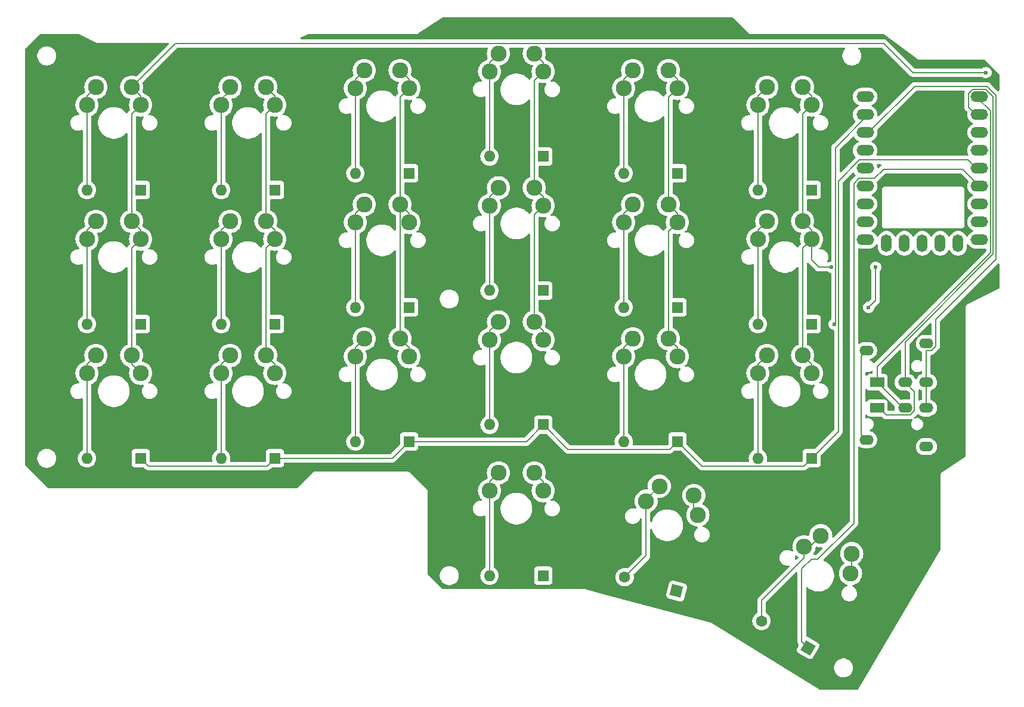
<source format=gtl>
G04 #@! TF.GenerationSoftware,KiCad,Pcbnew,8.0.4*
G04 #@! TF.CreationDate,2024-09-10T22:18:46+03:00*
G04 #@! TF.ProjectId,muikku42,6d75696b-6b75-4343-922e-6b696361645f,rev?*
G04 #@! TF.SameCoordinates,Original*
G04 #@! TF.FileFunction,Copper,L1,Top*
G04 #@! TF.FilePolarity,Positive*
%FSLAX46Y46*%
G04 Gerber Fmt 4.6, Leading zero omitted, Abs format (unit mm)*
G04 Created by KiCad (PCBNEW 8.0.4) date 2024-09-10 22:18:46*
%MOMM*%
%LPD*%
G01*
G04 APERTURE LIST*
G04 Aperture macros list*
%AMHorizOval*
0 Thick line with rounded ends*
0 $1 width*
0 $2 $3 position (X,Y) of the first rounded end (center of the circle)*
0 $4 $5 position (X,Y) of the second rounded end (center of the circle)*
0 Add line between two ends*
20,1,$1,$2,$3,$4,$5,0*
0 Add two circle primitives to create the rounded ends*
1,1,$1,$2,$3*
1,1,$1,$4,$5*%
%AMRotRect*
0 Rectangle, with rotation*
0 The origin of the aperture is its center*
0 $1 length*
0 $2 width*
0 $3 Rotation angle, in degrees counterclockwise*
0 Add horizontal line*
21,1,$1,$2,0,0,$3*%
G04 Aperture macros list end*
G04 #@! TA.AperFunction,ComponentPad*
%ADD10R,1.600000X1.600000*%
G04 #@! TD*
G04 #@! TA.AperFunction,ComponentPad*
%ADD11O,1.600000X1.600000*%
G04 #@! TD*
G04 #@! TA.AperFunction,ComponentPad*
%ADD12RotRect,1.600000X1.600000X150.000000*%
G04 #@! TD*
G04 #@! TA.AperFunction,ComponentPad*
%ADD13HorizOval,1.600000X0.000000X0.000000X0.000000X0.000000X0*%
G04 #@! TD*
G04 #@! TA.AperFunction,ComponentPad*
%ADD14C,2.286000*%
G04 #@! TD*
G04 #@! TA.AperFunction,ComponentPad*
%ADD15O,2.000000X1.400000*%
G04 #@! TD*
G04 #@! TA.AperFunction,ComponentPad*
%ADD16R,2.000000X1.400000*%
G04 #@! TD*
G04 #@! TA.AperFunction,ComponentPad*
%ADD17RotRect,1.600000X1.600000X165.000000*%
G04 #@! TD*
G04 #@! TA.AperFunction,ComponentPad*
%ADD18HorizOval,1.600000X0.000000X0.000000X0.000000X0.000000X0*%
G04 #@! TD*
G04 #@! TA.AperFunction,ComponentPad*
%ADD19O,2.500000X1.500000*%
G04 #@! TD*
G04 #@! TA.AperFunction,ComponentPad*
%ADD20O,1.500000X2.500000*%
G04 #@! TD*
G04 #@! TA.AperFunction,ViaPad*
%ADD21C,0.600000*%
G04 #@! TD*
G04 #@! TA.AperFunction,Conductor*
%ADD22C,0.200000*%
G04 #@! TD*
G04 APERTURE END LIST*
D10*
G04 #@! TO.P,D12,1,K*
G04 #@! TO.N,ROW1*
X156209999Y-85725001D03*
D11*
G04 #@! TO.P,D12,2,A*
G04 #@! TO.N,Net-(D12-A)*
X148589999Y-85725001D03*
G04 #@! TD*
D10*
G04 #@! TO.P,D17,1,K*
G04 #@! TO.N,ROW2*
X137159999Y-102393751D03*
D11*
G04 #@! TO.P,D17,2,A*
G04 #@! TO.N,Net-(D17-A)*
X129539999Y-102393751D03*
G04 #@! TD*
D12*
G04 #@! TO.P,D21,1,K*
G04 #@! TO.N,ROW3*
X155699556Y-131683125D03*
D13*
G04 #@! TO.P,D21,2,A*
G04 #@! TO.N,Net-(D21-A)*
X149100442Y-127873125D03*
G04 #@! TD*
D10*
G04 #@! TO.P,D2,1,K*
G04 #@! TO.N,ROW0*
X80009999Y-66675001D03*
D11*
G04 #@! TO.P,D2,2,A*
G04 #@! TO.N,Net-(D2-A)*
X72389999Y-66675001D03*
G04 #@! TD*
D14*
G04 #@! TO.P,S5,1,1*
G04 #@! TO.N,Net-(D5-A)*
X129540000Y-52228750D03*
X130810000Y-49688750D03*
G04 #@! TO.P,S5,2,2*
G04 #@! TO.N,COL4*
X135890000Y-49688750D03*
X137160000Y-52228750D03*
G04 #@! TD*
D10*
G04 #@! TO.P,D4,1,K*
G04 #@! TO.N,ROW0*
X118109999Y-61912501D03*
D11*
G04 #@! TO.P,D4,2,A*
G04 #@! TO.N,Net-(D4-A)*
X110489999Y-61912501D03*
G04 #@! TD*
D14*
G04 #@! TO.P,S11,1,1*
G04 #@! TO.N,Net-(D11-A)*
X129540000Y-71278750D03*
X130810000Y-68738750D03*
G04 #@! TO.P,S11,2,2*
G04 #@! TO.N,COL4*
X135890000Y-68738750D03*
X137160000Y-71278750D03*
G04 #@! TD*
D10*
G04 #@! TO.P,D13,1,K*
G04 #@! TO.N,ROW2*
X60959999Y-104775001D03*
D11*
G04 #@! TO.P,D13,2,A*
G04 #@! TO.N,Net-(D13-A)*
X53339999Y-104775001D03*
G04 #@! TD*
D14*
G04 #@! TO.P,S7,1,1*
G04 #@! TO.N,Net-(D7-A)*
X53340000Y-73660000D03*
X54610000Y-71120000D03*
G04 #@! TO.P,S7,2,2*
G04 #@! TO.N,COL0*
X59690000Y-71120000D03*
X60960000Y-73660000D03*
G04 #@! TD*
G04 #@! TO.P,S15,1,1*
G04 #@! TO.N,Net-(D15-A)*
X91440000Y-90328750D03*
X92710000Y-87788750D03*
G04 #@! TO.P,S15,2,2*
G04 #@! TO.N,COL2*
X97790000Y-87788750D03*
X99060000Y-90328750D03*
G04 #@! TD*
D15*
G04 #@! TO.P,J1,*
G04 #@! TO.N,*
X172496875Y-103131250D03*
G04 #@! TO.P,J1,R1*
G04 #@! TO.N,TX*
X169496875Y-97631250D03*
G04 #@! TO.P,J1,R2*
G04 #@! TO.N,VCC*
X172496875Y-97631250D03*
G04 #@! TO.P,J1,S*
G04 #@! TO.N,GND*
X163996875Y-102131250D03*
D16*
G04 #@! TO.P,J1,T*
G04 #@! TO.N,RX*
X165496875Y-97631250D03*
G04 #@! TD*
D10*
G04 #@! TO.P,D15,1,K*
G04 #@! TO.N,ROW2*
X99059999Y-102393751D03*
D11*
G04 #@! TO.P,D15,2,A*
G04 #@! TO.N,Net-(D15-A)*
X91439999Y-102393751D03*
G04 #@! TD*
D10*
G04 #@! TO.P,D9,1,K*
G04 #@! TO.N,ROW1*
X99059999Y-83343751D03*
D11*
G04 #@! TO.P,D9,2,A*
G04 #@! TO.N,Net-(D9-A)*
X91439999Y-83343751D03*
G04 #@! TD*
D10*
G04 #@! TO.P,D11,1,K*
G04 #@! TO.N,ROW1*
X137159999Y-83343751D03*
D11*
G04 #@! TO.P,D11,2,A*
G04 #@! TO.N,Net-(D11-A)*
X129539999Y-83343751D03*
G04 #@! TD*
D10*
G04 #@! TO.P,D7,1,K*
G04 #@! TO.N,ROW1*
X60959999Y-85725001D03*
D11*
G04 #@! TO.P,D7,2,A*
G04 #@! TO.N,Net-(D7-A)*
X53339999Y-85725001D03*
G04 #@! TD*
D17*
G04 #@! TO.P,D20,1,K*
G04 #@! TO.N,ROW3*
X137030177Y-123620476D03*
D18*
G04 #@! TO.P,D20,2,A*
G04 #@! TO.N,Net-(D20-A)*
X129669822Y-121648275D03*
G04 #@! TD*
D10*
G04 #@! TO.P,D10,1,K*
G04 #@! TO.N,ROW1*
X118109999Y-80962501D03*
D11*
G04 #@! TO.P,D10,2,A*
G04 #@! TO.N,Net-(D10-A)*
X110489999Y-80962501D03*
G04 #@! TD*
D10*
G04 #@! TO.P,D18,1,K*
G04 #@! TO.N,ROW2*
X156209999Y-104775000D03*
D11*
G04 #@! TO.P,D18,2,A*
G04 #@! TO.N,Net-(D18-A)*
X148589999Y-104775000D03*
G04 #@! TD*
D14*
G04 #@! TO.P,S4,1,1*
G04 #@! TO.N,Net-(D4-A)*
X110490000Y-49847500D03*
X111760000Y-47307500D03*
G04 #@! TO.P,S4,2,2*
G04 #@! TO.N,COL3*
X116840000Y-47307500D03*
X118110000Y-49847500D03*
G04 #@! TD*
D10*
G04 #@! TO.P,D3,1,K*
G04 #@! TO.N,ROW0*
X99059999Y-64293751D03*
D11*
G04 #@! TO.P,D3,2,A*
G04 #@! TO.N,Net-(D3-A)*
X91439999Y-64293751D03*
G04 #@! TD*
D14*
G04 #@! TO.P,S18,1,1*
G04 #@! TO.N,Net-(D18-A)*
X148590000Y-92710000D03*
X149860000Y-90170000D03*
G04 #@! TO.P,S18,2,2*
G04 #@! TO.N,COL5*
X154940000Y-90170000D03*
X156210000Y-92710000D03*
G04 #@! TD*
G04 #@! TO.P,S6,1,1*
G04 #@! TO.N,Net-(D6-A)*
X148590000Y-54610000D03*
X149860000Y-52070000D03*
G04 #@! TO.P,S6,2,2*
G04 #@! TO.N,COL5*
X154940000Y-52070000D03*
X156210000Y-54610000D03*
G04 #@! TD*
G04 #@! TO.P,S17,1,1*
G04 #@! TO.N,Net-(D17-A)*
X129540000Y-90328750D03*
X130810000Y-87788750D03*
G04 #@! TO.P,S17,2,2*
G04 #@! TO.N,COL4*
X135890000Y-87788750D03*
X137160000Y-90328750D03*
G04 #@! TD*
G04 #@! TO.P,S14,1,1*
G04 #@! TO.N,Net-(D14-A)*
X72390000Y-92710000D03*
X73660000Y-90170000D03*
G04 #@! TO.P,S14,2,2*
G04 #@! TO.N,COL1*
X78740000Y-90170000D03*
X80010000Y-92710000D03*
G04 #@! TD*
D10*
G04 #@! TO.P,D1,1,K*
G04 #@! TO.N,ROW0*
X60959999Y-66675001D03*
D11*
G04 #@! TO.P,D1,2,A*
G04 #@! TO.N,Net-(D1-A)*
X53339999Y-66675001D03*
G04 #@! TD*
D10*
G04 #@! TO.P,D16,1,K*
G04 #@! TO.N,ROW2*
X118109999Y-100012501D03*
D11*
G04 #@! TO.P,D16,2,A*
G04 #@! TO.N,Net-(D16-A)*
X110489999Y-100012501D03*
G04 #@! TD*
D14*
G04 #@! TO.P,S8,1,1*
G04 #@! TO.N,Net-(D8-A)*
X72390000Y-73660000D03*
X73660000Y-71120000D03*
G04 #@! TO.P,S8,2,2*
G04 #@! TO.N,COL1*
X78740000Y-71120000D03*
X80010000Y-73660000D03*
G04 #@! TD*
D10*
G04 #@! TO.P,D5,1,K*
G04 #@! TO.N,ROW0*
X137159999Y-64293751D03*
D11*
G04 #@! TO.P,D5,2,A*
G04 #@! TO.N,Net-(D5-A)*
X129539999Y-64293751D03*
G04 #@! TD*
D10*
G04 #@! TO.P,D14,1,K*
G04 #@! TO.N,ROW2*
X80009999Y-104775001D03*
D11*
G04 #@! TO.P,D14,2,A*
G04 #@! TO.N,Net-(D14-A)*
X72389999Y-104775001D03*
G04 #@! TD*
D14*
G04 #@! TO.P,S2,1,1*
G04 #@! TO.N,Net-(D2-A)*
X72390000Y-54610000D03*
X73660000Y-52070000D03*
G04 #@! TO.P,S2,2,2*
G04 #@! TO.N,COL1*
X78740000Y-52070000D03*
X80010000Y-54610000D03*
G04 #@! TD*
D19*
G04 #@! TO.P,U1,1,0*
G04 #@! TO.N,TX*
X180046250Y-53419375D03*
G04 #@! TO.P,U1,2,1*
G04 #@! TO.N,RX*
X180046250Y-55959375D03*
G04 #@! TO.P,U1,3,2*
G04 #@! TO.N,ROW0*
X180046250Y-58499375D03*
G04 #@! TO.P,U1,4,3*
G04 #@! TO.N,ROW1*
X180046250Y-61039375D03*
G04 #@! TO.P,U1,5,4*
G04 #@! TO.N,ROW2*
X180046250Y-63579375D03*
G04 #@! TO.P,U1,6,5*
G04 #@! TO.N,ROW3*
X180046250Y-66119375D03*
G04 #@! TO.P,U1,7,6*
G04 #@! TO.N,COL0*
X180046250Y-68659375D03*
G04 #@! TO.P,U1,8,7*
G04 #@! TO.N,COL1*
X180046250Y-71199375D03*
G04 #@! TO.P,U1,9,8*
G04 #@! TO.N,COL2*
X180046250Y-73739375D03*
D20*
G04 #@! TO.P,U1,10,9*
G04 #@! TO.N,COL3*
X177006250Y-74239375D03*
G04 #@! TO.P,U1,11,10*
G04 #@! TO.N,COL4*
X174466250Y-74239375D03*
G04 #@! TO.P,U1,12,11*
G04 #@! TO.N,COL5*
X171926250Y-74239375D03*
G04 #@! TO.P,U1,13,12*
G04 #@! TO.N,unconnected-(U1-12-Pad13)*
X169386250Y-74239375D03*
G04 #@! TO.P,U1,14,13*
G04 #@! TO.N,unconnected-(U1-13-Pad14)*
X166846250Y-74239375D03*
D19*
G04 #@! TO.P,U1,15,14*
G04 #@! TO.N,unconnected-(U1-14-Pad15)*
X163806250Y-73739375D03*
G04 #@! TO.P,U1,16,15*
G04 #@! TO.N,unconnected-(U1-15-Pad16)*
X163806250Y-71199375D03*
G04 #@! TO.P,U1,17,26*
G04 #@! TO.N,unconnected-(U1-26-Pad17)*
X163806250Y-68659375D03*
G04 #@! TO.P,U1,18,27*
G04 #@! TO.N,unconnected-(U1-27-Pad18)*
X163806250Y-66119375D03*
G04 #@! TO.P,U1,19,28*
G04 #@! TO.N,unconnected-(U1-28-Pad19)*
X163806250Y-63579375D03*
G04 #@! TO.P,U1,20,29*
G04 #@! TO.N,unconnected-(U1-29-Pad20)*
X163806250Y-61039375D03*
G04 #@! TO.P,U1,21,3V3*
G04 #@! TO.N,VCC*
X163806250Y-58499375D03*
G04 #@! TO.P,U1,22,GND*
G04 #@! TO.N,GND*
X163806250Y-55959375D03*
G04 #@! TO.P,U1,23,5V*
G04 #@! TO.N,unconnected-(U1-5V-Pad23)*
X163806250Y-53419375D03*
G04 #@! TD*
D14*
G04 #@! TO.P,S16,1,1*
G04 #@! TO.N,Net-(D16-A)*
X110490000Y-87947500D03*
X111760000Y-85407500D03*
G04 #@! TO.P,S16,2,2*
G04 #@! TO.N,COL3*
X116840000Y-85407500D03*
X118110000Y-87947500D03*
G04 #@! TD*
G04 #@! TO.P,S10,1,1*
G04 #@! TO.N,Net-(D10-A)*
X110490000Y-68897500D03*
X111760000Y-66357500D03*
G04 #@! TO.P,S10,2,2*
G04 #@! TO.N,COL3*
X116840000Y-66357500D03*
X118110000Y-68897500D03*
G04 #@! TD*
G04 #@! TO.P,S12,1,1*
G04 #@! TO.N,Net-(D12-A)*
X148590000Y-73660000D03*
X149860000Y-71120000D03*
G04 #@! TO.P,S12,2,2*
G04 #@! TO.N,COL5*
X154940000Y-71120000D03*
X156210000Y-73660000D03*
G04 #@! TD*
G04 #@! TO.P,S1,1,1*
G04 #@! TO.N,Net-(D1-A)*
X53340000Y-54610000D03*
X54610000Y-52070000D03*
G04 #@! TO.P,S1,2,2*
G04 #@! TO.N,COL0*
X59690000Y-52070000D03*
X60960000Y-54610000D03*
G04 #@! TD*
G04 #@! TO.P,S3,1,1*
G04 #@! TO.N,Net-(D3-A)*
X91440000Y-52228750D03*
X92710000Y-49688750D03*
G04 #@! TO.P,S3,2,2*
G04 #@! TO.N,COL2*
X97790000Y-49688750D03*
X99060000Y-52228750D03*
G04 #@! TD*
G04 #@! TO.P,S13,1,1*
G04 #@! TO.N,Net-(D13-A)*
X53340000Y-92710000D03*
X54610000Y-90170000D03*
G04 #@! TO.P,S13,2,2*
G04 #@! TO.N,COL0*
X59690000Y-90170000D03*
X60960000Y-92710000D03*
G04 #@! TD*
D10*
G04 #@! TO.P,D19,1,K*
G04 #@! TO.N,ROW3*
X118109999Y-121443751D03*
D11*
G04 #@! TO.P,D19,2,A*
G04 #@! TO.N,Net-(D19-A)*
X110489999Y-121443751D03*
G04 #@! TD*
D10*
G04 #@! TO.P,D8,1,K*
G04 #@! TO.N,ROW1*
X80009999Y-85725001D03*
D11*
G04 #@! TO.P,D8,2,A*
G04 #@! TO.N,Net-(D8-A)*
X72389999Y-85725001D03*
G04 #@! TD*
D14*
G04 #@! TO.P,S19,1,1*
G04 #@! TO.N,Net-(D19-A)*
X110490000Y-109378750D03*
X111760000Y-106838750D03*
G04 #@! TO.P,S19,2,2*
G04 #@! TO.N,COL3*
X116840000Y-106838750D03*
X118110000Y-109378750D03*
G04 #@! TD*
G04 #@! TO.P,S21,1,1*
G04 #@! TO.N,Net-(D21-A)*
X155132943Y-117339045D03*
X157502795Y-115774341D03*
G04 #@! TO.P,S21,2,2*
G04 #@! TO.N,COL5*
X161902205Y-118314341D03*
X161732057Y-121149045D03*
G04 #@! TD*
D10*
G04 #@! TO.P,D6,1,K*
G04 #@! TO.N,ROW0*
X156209999Y-66675001D03*
D11*
G04 #@! TO.P,D6,2,A*
G04 #@! TO.N,Net-(D6-A)*
X148589999Y-66675001D03*
G04 #@! TD*
D14*
G04 #@! TO.P,S20,1,1*
G04 #@! TO.N,Net-(D20-A)*
X132708473Y-110860448D03*
X134592599Y-108735696D03*
G04 #@! TO.P,S20,2,2*
G04 #@! TO.N,COL4*
X139499502Y-110050497D03*
X140068828Y-112832649D03*
G04 #@! TD*
G04 #@! TO.P,S9,1,1*
G04 #@! TO.N,Net-(D9-A)*
X91440000Y-71278750D03*
X92710000Y-68738750D03*
G04 #@! TO.P,S9,2,2*
G04 #@! TO.N,COL2*
X97790000Y-68738750D03*
X99060000Y-71278750D03*
G04 #@! TD*
D15*
G04 #@! TO.P,J2,*
G04 #@! TO.N,*
X172496878Y-88478122D03*
G04 #@! TO.P,J2,R1*
G04 #@! TO.N,RX*
X169496878Y-93978122D03*
G04 #@! TO.P,J2,R2*
G04 #@! TO.N,VCC*
X172496878Y-93978122D03*
G04 #@! TO.P,J2,S*
G04 #@! TO.N,GND*
X163996878Y-89478122D03*
D16*
G04 #@! TO.P,J2,T*
G04 #@! TO.N,TX*
X165496878Y-93978122D03*
G04 #@! TD*
D21*
G04 #@! TO.N,COL0*
X180975000Y-50006250D03*
G04 #@! TO.N,COL4*
X165306250Y-77634016D03*
X164306250Y-83343750D03*
G04 #@! TO.N,COL5*
X159000000Y-77634016D03*
G04 #@! TO.N,GND*
X159400000Y-85725000D03*
G04 #@! TD*
D22*
G04 #@! TO.N,Net-(D1-A)*
X53339999Y-66675001D02*
X53339999Y-54610001D01*
X53340000Y-53340000D02*
X53340000Y-54610000D01*
X53339999Y-54610001D02*
X53340000Y-54610000D01*
X54610000Y-52070000D02*
X53340000Y-53340000D01*
G04 #@! TO.N,Net-(D2-A)*
X73660000Y-52228750D02*
X73818750Y-52387500D01*
X73818750Y-52387500D02*
X71596250Y-54610000D01*
X71596250Y-54610000D02*
X72390000Y-54610000D01*
X72389999Y-56721670D02*
X72390000Y-56721669D01*
X72390000Y-56721669D02*
X72390000Y-54610000D01*
X72389999Y-66675001D02*
X72389999Y-56721670D01*
X73660000Y-52070000D02*
X73660000Y-52228750D01*
G04 #@! TO.N,Net-(D3-A)*
X91440000Y-64293750D02*
X91439999Y-64293751D01*
X91440000Y-50958750D02*
X91440000Y-52228750D01*
X92710000Y-49688750D02*
X91440000Y-50958750D01*
X91440000Y-52228750D02*
X91440000Y-64293750D01*
G04 #@! TO.N,Net-(D4-A)*
X110490000Y-61912500D02*
X110489999Y-61912501D01*
X110490000Y-49847500D02*
X110490000Y-61912500D01*
X111760000Y-47307500D02*
X110490000Y-48577500D01*
X110490000Y-48577500D02*
X110490000Y-49847500D01*
G04 #@! TO.N,Net-(D5-A)*
X129540000Y-50958750D02*
X129540000Y-52228750D01*
X129540000Y-52228750D02*
X129540000Y-64293750D01*
X130810000Y-49688750D02*
X129540000Y-50958750D01*
X129540000Y-64293750D02*
X129539999Y-64293751D01*
G04 #@! TO.N,Net-(D6-A)*
X148590000Y-53340000D02*
X148590000Y-54610000D01*
X149860000Y-52070000D02*
X148590000Y-53340000D01*
X148590000Y-54610000D02*
X148590000Y-66675000D01*
X148590000Y-66675000D02*
X148589999Y-66675001D01*
G04 #@! TO.N,Net-(D7-A)*
X53340000Y-72390000D02*
X53340000Y-73660000D01*
X54610000Y-71120000D02*
X53340000Y-72390000D01*
X53340000Y-73660000D02*
X53340000Y-85725000D01*
X53340000Y-85725000D02*
X53339999Y-85725001D01*
G04 #@! TO.N,Net-(D8-A)*
X72390000Y-72390000D02*
X72390000Y-73660000D01*
X73660000Y-71120000D02*
X72390000Y-72390000D01*
X72390000Y-73660000D02*
X72390000Y-85725000D01*
X72390000Y-85725000D02*
X72389999Y-85725001D01*
G04 #@! TO.N,Net-(D9-A)*
X91440000Y-70008750D02*
X91440000Y-71278750D01*
X91440000Y-71278750D02*
X91440000Y-83343750D01*
X92710000Y-68738750D02*
X91440000Y-70008750D01*
X91440000Y-83343750D02*
X91439999Y-83343751D01*
G04 #@! TO.N,Net-(D10-A)*
X110490000Y-68897500D02*
X110490000Y-80962500D01*
X110490000Y-80962500D02*
X110489999Y-80962501D01*
X110490000Y-67627500D02*
X110490000Y-68897500D01*
X111760000Y-66357500D02*
X110490000Y-67627500D01*
G04 #@! TO.N,Net-(D11-A)*
X130810000Y-68738750D02*
X129540000Y-70008750D01*
X129540000Y-70008750D02*
X129540000Y-71278750D01*
X129540000Y-71278750D02*
X129540000Y-83343750D01*
X129540000Y-83343750D02*
X129539999Y-83343751D01*
G04 #@! TO.N,Net-(D12-A)*
X148590000Y-73660000D02*
X148590000Y-85725000D01*
X148590000Y-72390000D02*
X148590000Y-73660000D01*
X149860000Y-71120000D02*
X148590000Y-72390000D01*
X148590000Y-85725000D02*
X148589999Y-85725001D01*
G04 #@! TO.N,Net-(D13-A)*
X53340000Y-92710000D02*
X53340000Y-104775000D01*
X53340000Y-104775000D02*
X53339999Y-104775001D01*
X53340000Y-91440000D02*
X53340000Y-92710000D01*
X54610000Y-90170000D02*
X53340000Y-91440000D01*
G04 #@! TO.N,ROW2*
X99059999Y-102393751D02*
X115728749Y-102393751D01*
X160000000Y-65400701D02*
X163000701Y-62400000D01*
X137159999Y-102393751D02*
X140641248Y-105875000D01*
X115728749Y-102393751D02*
X118109999Y-100012501D01*
X156209999Y-104775000D02*
X160000000Y-100984999D01*
X60959999Y-104775001D02*
X62059999Y-105875001D01*
X80009999Y-104775001D02*
X96678749Y-104775001D01*
X140641248Y-105875000D02*
X155109999Y-105875000D01*
X160000000Y-100984999D02*
X160000000Y-65400701D01*
X121591249Y-103493751D02*
X136059999Y-103493751D01*
X163000701Y-62400000D02*
X178366875Y-62400000D01*
X178366875Y-62400000D02*
X179546250Y-63579375D01*
X78909999Y-105875001D02*
X80009999Y-104775001D01*
X155109999Y-105875000D02*
X156209999Y-104775000D01*
X96678749Y-104775001D02*
X99059999Y-102393751D01*
X62059999Y-105875001D02*
X78909999Y-105875001D01*
X136059999Y-103493751D02*
X137159999Y-102393751D01*
X118109999Y-100012501D02*
X121591249Y-103493751D01*
G04 #@! TO.N,Net-(D14-A)*
X73660000Y-90170000D02*
X72390000Y-91440000D01*
X72390000Y-91440000D02*
X72390000Y-92710000D01*
X72390000Y-92710000D02*
X72390000Y-104775000D01*
X72390000Y-104775000D02*
X72389999Y-104775001D01*
G04 #@! TO.N,Net-(D15-A)*
X91440000Y-102393750D02*
X91439999Y-102393751D01*
X91440000Y-89058750D02*
X91440000Y-90328750D01*
X92710000Y-87788750D02*
X91440000Y-89058750D01*
X91440000Y-90328750D02*
X91440000Y-102393750D01*
G04 #@! TO.N,Net-(D16-A)*
X111760000Y-85407500D02*
X110490000Y-86677500D01*
X110490000Y-100012500D02*
X110489999Y-100012501D01*
X110490000Y-87947500D02*
X110490000Y-100012500D01*
X110490000Y-86677500D02*
X110490000Y-87947500D01*
G04 #@! TO.N,Net-(D17-A)*
X129540000Y-89058750D02*
X129540000Y-90328750D01*
X129540000Y-90328750D02*
X129540000Y-102393750D01*
X129540000Y-102393750D02*
X129539999Y-102393751D01*
X130810000Y-87788750D02*
X129540000Y-89058750D01*
G04 #@! TO.N,Net-(D18-A)*
X148590000Y-91440000D02*
X148590000Y-92710000D01*
X149860000Y-90170000D02*
X148590000Y-91440000D01*
X148590000Y-92710000D02*
X148590000Y-104774999D01*
X148590000Y-104774999D02*
X148589999Y-104775000D01*
G04 #@! TO.N,ROW3*
X156191625Y-119099850D02*
X157100150Y-119099850D01*
X162200000Y-65740701D02*
X162940701Y-65000000D01*
X162940701Y-65000000D02*
X165132722Y-65000000D01*
X157100150Y-119099850D02*
X162200000Y-114000000D01*
X177651653Y-63693750D02*
X179546250Y-65588347D01*
X165132722Y-65000000D02*
X166438972Y-63693750D01*
X166438972Y-63693750D02*
X177651653Y-63693750D01*
X154818600Y-120472875D02*
X156191625Y-119099850D01*
X162200000Y-114000000D02*
X162200000Y-65740701D01*
X179546250Y-65588347D02*
X179546250Y-66119375D01*
X155699556Y-131683125D02*
X154818600Y-130802169D01*
X154818600Y-130802169D02*
X154818600Y-120472875D01*
G04 #@! TO.N,Net-(D19-A)*
X110490000Y-108108750D02*
X110490000Y-109378750D01*
X111760000Y-106838750D02*
X110490000Y-108108750D01*
X110490000Y-109378750D02*
X110490000Y-121443750D01*
X110490000Y-121443750D02*
X110489999Y-121443751D01*
G04 #@! TO.N,Net-(D20-A)*
X132708473Y-118609624D02*
X129669822Y-121648275D01*
X134592599Y-108735696D02*
X132708473Y-110619822D01*
X132708473Y-110860448D02*
X132708473Y-118609624D01*
X132708473Y-110619822D02*
X132708473Y-110860448D01*
G04 #@! TO.N,Net-(D21-A)*
X155132943Y-117339045D02*
X155132943Y-118955491D01*
X155132943Y-118955491D02*
X149100442Y-124987992D01*
X157502795Y-115774341D02*
X155938091Y-117339045D01*
X149100442Y-124987992D02*
X149100442Y-127873125D01*
X155938091Y-117339045D02*
X155132943Y-117339045D01*
G04 #@! TO.N,COL0*
X60960000Y-53340000D02*
X60960000Y-54610000D01*
X166459722Y-45864500D02*
X170601472Y-50006250D01*
X60960000Y-92710000D02*
X59690000Y-91440000D01*
X59690000Y-91440000D02*
X59690000Y-90170000D01*
X59690000Y-52070000D02*
X65895500Y-45864500D01*
X59690000Y-55880000D02*
X59690000Y-71120000D01*
X60960000Y-73660000D02*
X59690000Y-74930000D01*
X59690000Y-74930000D02*
X59690000Y-90170000D01*
X59690000Y-71120000D02*
X60960000Y-72390000D01*
X65895500Y-45864500D02*
X166459722Y-45864500D01*
X60960000Y-72390000D02*
X60960000Y-73660000D01*
X170601472Y-50006250D02*
X180975000Y-50006250D01*
X60960000Y-54610000D02*
X59690000Y-55880000D01*
X59690000Y-52070000D02*
X60960000Y-53340000D01*
G04 #@! TO.N,COL1*
X80010000Y-73660000D02*
X78740000Y-74930000D01*
X80010000Y-72390000D02*
X80010000Y-73660000D01*
X78740000Y-55880000D02*
X78740000Y-71120000D01*
X78740000Y-90170000D02*
X80010000Y-91440000D01*
X78740000Y-52070000D02*
X80010000Y-53340000D01*
X80010000Y-53340000D02*
X80010000Y-54610000D01*
X80010000Y-54610000D02*
X78740000Y-55880000D01*
X80010000Y-91440000D02*
X80010000Y-92710000D01*
X78740000Y-74930000D02*
X78740000Y-90170000D01*
X78740000Y-71120000D02*
X80010000Y-72390000D01*
G04 #@! TO.N,COL2*
X97790000Y-87788750D02*
X99060000Y-89058750D01*
X99060000Y-70008750D02*
X99060000Y-71278750D01*
X97790000Y-53498750D02*
X97790000Y-68738750D01*
X99060000Y-52228750D02*
X97790000Y-53498750D01*
X99060000Y-89058750D02*
X99060000Y-90328750D01*
X97790000Y-68738750D02*
X99060000Y-70008750D01*
X97790000Y-49688750D02*
X99060000Y-50958750D01*
X99060000Y-50958750D02*
X99060000Y-52228750D01*
X97790000Y-68738750D02*
X97790000Y-87788750D01*
G04 #@! TO.N,COL3*
X116840000Y-47307500D02*
X118110000Y-48577500D01*
X116840000Y-85407500D02*
X118110000Y-86677500D01*
X116840000Y-70167500D02*
X116840000Y-85407500D01*
X118110000Y-68897500D02*
X116840000Y-70167500D01*
X116840000Y-66357500D02*
X118110000Y-67627500D01*
X118110000Y-108108750D02*
X118110000Y-109378750D01*
X118110000Y-86677500D02*
X118110000Y-87947500D01*
X116840000Y-51117500D02*
X116840000Y-66357500D01*
X116840000Y-106838750D02*
X118110000Y-108108750D01*
X118110000Y-49847500D02*
X116840000Y-51117500D01*
X118110000Y-48577500D02*
X118110000Y-49847500D01*
X118110000Y-67627500D02*
X118110000Y-68897500D01*
G04 #@! TO.N,COL4*
X135890000Y-49688750D02*
X137160000Y-50958750D01*
X135890000Y-68738750D02*
X137160000Y-70008750D01*
X137160000Y-71278750D02*
X135890000Y-72548750D01*
X137160000Y-50958750D02*
X137160000Y-52228750D01*
X137160000Y-89058750D02*
X137160000Y-90328750D01*
X135890000Y-53498750D02*
X135890000Y-68738750D01*
X135890000Y-87788750D02*
X137160000Y-89058750D01*
X165306250Y-82343750D02*
X164306250Y-83343750D01*
X139499502Y-110050497D02*
X139499502Y-112263323D01*
X135890000Y-72548750D02*
X135890000Y-87788750D01*
X165306250Y-77634016D02*
X165306250Y-82343750D01*
X137160000Y-70008750D02*
X137160000Y-71278750D01*
X137160000Y-52228750D02*
X135890000Y-53498750D01*
X139499502Y-112263323D02*
X140068828Y-112832649D01*
G04 #@! TO.N,COL5*
X156210000Y-54610000D02*
X154940000Y-55880000D01*
X156210000Y-53340000D02*
X156210000Y-54610000D01*
X157215687Y-77634016D02*
X156210000Y-76628329D01*
X154940000Y-71120000D02*
X156210000Y-72390000D01*
X154940000Y-74930000D02*
X156210000Y-73660000D01*
X154940000Y-90170000D02*
X156210000Y-91440000D01*
X156210000Y-91440000D02*
X156210000Y-92710000D01*
X161902205Y-120978897D02*
X161732057Y-121149045D01*
X161902205Y-118314341D02*
X161902205Y-120978897D01*
X154940000Y-52070000D02*
X156210000Y-53340000D01*
X156210000Y-72390000D02*
X156210000Y-73660000D01*
X154940000Y-55880000D02*
X154940000Y-71120000D01*
X159000000Y-77634016D02*
X157215687Y-77634016D01*
X154940000Y-90170000D02*
X154940000Y-74930000D01*
X156210000Y-76628329D02*
X156210000Y-73660000D01*
G04 #@! TO.N,RX*
X170796875Y-95278119D02*
X169496878Y-93978122D01*
X179111326Y-52369375D02*
X178496250Y-52984451D01*
X178496250Y-52984451D02*
X178496250Y-54909375D01*
X169496878Y-88287311D02*
X181996250Y-75787939D01*
X165796875Y-97631250D02*
X166796875Y-98631250D01*
X181996250Y-53384451D02*
X180981174Y-52369375D01*
X170211089Y-98631250D02*
X170796875Y-98045464D01*
X178496250Y-54909375D02*
X179546250Y-55959375D01*
X181996250Y-75787939D02*
X181996250Y-53384451D01*
X170796875Y-98045464D02*
X170796875Y-95278119D01*
X169496878Y-93978122D02*
X169496878Y-88287311D01*
X166796875Y-98631250D02*
X170211089Y-98631250D01*
X180981174Y-52369375D02*
X179111326Y-52369375D01*
X165496875Y-97631250D02*
X165796875Y-97631250D01*
G04 #@! TO.N,VCC*
X173831250Y-85100247D02*
X182396250Y-76535247D01*
X172496878Y-93978122D02*
X172496878Y-97631247D01*
X173831250Y-88857964D02*
X173831250Y-85100247D01*
X182396250Y-53218765D02*
X181146860Y-51969375D01*
X172496878Y-89478122D02*
X173211092Y-89478122D01*
X170836250Y-51969375D02*
X164306250Y-58499375D01*
X173211092Y-89478122D02*
X173831250Y-88857964D01*
X182396250Y-76535247D02*
X182396250Y-53218765D01*
X172496878Y-97631247D02*
X172496875Y-97631250D01*
X181146860Y-51969375D02*
X170836250Y-51969375D01*
X172496878Y-93978122D02*
X172496878Y-89478122D01*
G04 #@! TO.N,TX*
X179546250Y-53419375D02*
X181596250Y-55469375D01*
X165496878Y-93978122D02*
X169150006Y-97631250D01*
X169150006Y-97631250D02*
X169496875Y-97631250D01*
X165496878Y-91721625D02*
X165496878Y-93978122D01*
X181596250Y-75622253D02*
X165496878Y-91721625D01*
X181596250Y-55469375D02*
X181596250Y-75622253D01*
G04 #@! TO.N,GND*
X164306250Y-55959375D02*
X159600000Y-60665625D01*
X159600000Y-60665625D02*
X159600000Y-85525000D01*
X163996875Y-102131250D02*
X163246875Y-101381250D01*
X163246875Y-101381250D02*
X163246875Y-90228125D01*
X159600000Y-85525000D02*
X159400000Y-85725000D01*
X163246875Y-90228125D02*
X163996878Y-89478122D01*
G04 #@! TD*
G04 #@! TA.AperFunction,NonConductor*
G36*
X177894472Y-52589560D02*
G01*
X177940227Y-52642364D01*
X177950171Y-52711522D01*
X177938687Y-52744697D01*
X177939785Y-52745152D01*
X177936674Y-52752661D01*
X177927750Y-52785966D01*
X177895749Y-52905394D01*
X177895749Y-52905396D01*
X177895749Y-53073497D01*
X177895750Y-53073510D01*
X177895750Y-54822705D01*
X177895749Y-54822723D01*
X177895749Y-54988429D01*
X177895748Y-54988429D01*
X177936673Y-55141160D01*
X177965608Y-55191275D01*
X177965609Y-55191279D01*
X177965610Y-55191279D01*
X178015729Y-55278089D01*
X178015731Y-55278092D01*
X178134599Y-55396960D01*
X178134605Y-55396965D01*
X178292481Y-55554841D01*
X178325966Y-55616164D01*
X178327273Y-55661919D01*
X178295750Y-55860951D01*
X178295750Y-56057797D01*
X178326540Y-56252201D01*
X178387367Y-56439404D01*
X178476726Y-56614780D01*
X178592422Y-56774021D01*
X178731604Y-56913203D01*
X178890845Y-57028899D01*
X179014242Y-57091772D01*
X179067463Y-57118890D01*
X179118259Y-57166864D01*
X179135054Y-57234685D01*
X179112517Y-57300820D01*
X179067463Y-57339860D01*
X178890844Y-57429851D01*
X178799991Y-57495860D01*
X178731604Y-57545547D01*
X178731602Y-57545549D01*
X178731601Y-57545549D01*
X178592424Y-57684726D01*
X178592424Y-57684727D01*
X178592422Y-57684729D01*
X178561521Y-57727260D01*
X178476726Y-57843969D01*
X178387367Y-58019345D01*
X178326540Y-58206548D01*
X178295750Y-58400952D01*
X178295750Y-58597797D01*
X178326540Y-58792201D01*
X178387367Y-58979404D01*
X178451650Y-59105566D01*
X178476726Y-59154780D01*
X178592422Y-59314021D01*
X178731604Y-59453203D01*
X178890845Y-59568899D01*
X179014242Y-59631772D01*
X179067463Y-59658890D01*
X179118259Y-59706864D01*
X179135054Y-59774685D01*
X179112517Y-59840820D01*
X179067463Y-59879860D01*
X178890844Y-59969851D01*
X178799991Y-60035860D01*
X178731604Y-60085547D01*
X178731602Y-60085549D01*
X178731601Y-60085549D01*
X178592424Y-60224726D01*
X178592424Y-60224727D01*
X178592422Y-60224729D01*
X178542735Y-60293116D01*
X178476726Y-60383969D01*
X178387367Y-60559345D01*
X178326540Y-60746548D01*
X178295750Y-60940952D01*
X178295750Y-61137797D01*
X178326540Y-61332201D01*
X178387368Y-61519407D01*
X178438218Y-61619205D01*
X178451114Y-61687874D01*
X178424837Y-61752614D01*
X178367731Y-61792871D01*
X178327733Y-61799499D01*
X178280222Y-61799499D01*
X178280206Y-61799500D01*
X165524766Y-61799500D01*
X165457727Y-61779815D01*
X165411972Y-61727011D01*
X165402028Y-61657853D01*
X165414281Y-61619205D01*
X165465132Y-61519404D01*
X165465132Y-61519403D01*
X165465134Y-61519400D01*
X165525959Y-61332201D01*
X165537431Y-61259768D01*
X165556750Y-61137797D01*
X165556750Y-60940952D01*
X165525959Y-60746548D01*
X165484324Y-60618410D01*
X165465134Y-60559350D01*
X165465132Y-60559347D01*
X165465132Y-60559345D01*
X165375773Y-60383969D01*
X165375592Y-60383720D01*
X165260078Y-60224729D01*
X165120896Y-60085547D01*
X165041275Y-60027699D01*
X164961653Y-59969849D01*
X164785037Y-59879860D01*
X164734240Y-59831886D01*
X164717445Y-59764065D01*
X164739982Y-59697930D01*
X164785037Y-59658890D01*
X164961653Y-59568900D01*
X164961652Y-59568900D01*
X164961655Y-59568899D01*
X165120896Y-59453203D01*
X165260078Y-59314021D01*
X165375774Y-59154780D01*
X165465134Y-58979400D01*
X165525959Y-58792201D01*
X165556750Y-58597797D01*
X165556750Y-58400953D01*
X165537511Y-58279488D01*
X165525959Y-58206549D01*
X165525957Y-58206543D01*
X165525225Y-58201921D01*
X165534179Y-58132627D01*
X165560014Y-58094844D01*
X171048667Y-52606194D01*
X171109990Y-52572709D01*
X171136348Y-52569875D01*
X177827433Y-52569875D01*
X177894472Y-52589560D01*
G37*
G04 #@! TD.AperFunction*
G04 #@! TA.AperFunction,NonConductor*
G36*
X166050663Y-63020185D02*
G01*
X166096418Y-63072989D01*
X166106362Y-63142147D01*
X166077337Y-63205703D01*
X166071305Y-63212181D01*
X165958450Y-63325036D01*
X165762439Y-63521046D01*
X165701116Y-63554531D01*
X165631424Y-63549547D01*
X165575491Y-63507675D01*
X165552285Y-63452763D01*
X165525959Y-63286548D01*
X165499690Y-63205703D01*
X165485755Y-63162817D01*
X165483761Y-63092978D01*
X165519841Y-63033145D01*
X165582541Y-63002316D01*
X165603687Y-63000500D01*
X165983624Y-63000500D01*
X166050663Y-63020185D01*
G37*
G04 #@! TD.AperFunction*
G04 #@! TA.AperFunction,NonConductor*
G36*
X162153679Y-59063694D02*
G01*
X162209612Y-59105566D01*
X162220830Y-59123582D01*
X162236724Y-59154778D01*
X162245791Y-59167257D01*
X162352422Y-59314021D01*
X162491604Y-59453203D01*
X162650845Y-59568899D01*
X162774242Y-59631772D01*
X162827463Y-59658890D01*
X162878259Y-59706864D01*
X162895054Y-59774685D01*
X162872517Y-59840820D01*
X162827463Y-59879860D01*
X162650844Y-59969851D01*
X162559991Y-60035860D01*
X162491604Y-60085547D01*
X162491602Y-60085549D01*
X162491601Y-60085549D01*
X162352424Y-60224726D01*
X162352424Y-60224727D01*
X162352422Y-60224729D01*
X162302735Y-60293116D01*
X162236726Y-60383969D01*
X162147367Y-60559345D01*
X162086540Y-60746548D01*
X162055750Y-60940952D01*
X162055750Y-61137797D01*
X162086540Y-61332201D01*
X162147367Y-61519404D01*
X162217911Y-61657853D01*
X162236726Y-61694780D01*
X162352422Y-61854021D01*
X162352424Y-61854023D01*
X162437252Y-61938851D01*
X162470737Y-62000174D01*
X162465753Y-62069866D01*
X162437252Y-62114213D01*
X160412181Y-64139284D01*
X160350858Y-64172769D01*
X160281166Y-64167785D01*
X160225233Y-64125913D01*
X160200816Y-64060449D01*
X160200500Y-64051603D01*
X160200500Y-60965722D01*
X160220185Y-60898683D01*
X160236819Y-60878041D01*
X161029313Y-60085547D01*
X162022666Y-59092193D01*
X162083987Y-59058710D01*
X162153679Y-59063694D01*
G37*
G04 #@! TD.AperFunction*
G04 #@! TA.AperFunction,NonConductor*
G36*
X177418595Y-64313935D02*
G01*
X177439237Y-64330569D01*
X178445395Y-65336728D01*
X178478880Y-65398051D01*
X178473896Y-65467743D01*
X178468199Y-65480703D01*
X178387368Y-65639342D01*
X178326540Y-65826548D01*
X178295750Y-66020952D01*
X178295750Y-66217797D01*
X178326540Y-66412201D01*
X178387367Y-66599404D01*
X178476726Y-66774780D01*
X178592422Y-66934021D01*
X178731604Y-67073203D01*
X178890845Y-67188899D01*
X178929458Y-67208573D01*
X179067463Y-67278890D01*
X179118259Y-67326864D01*
X179135054Y-67394685D01*
X179112517Y-67460820D01*
X179067463Y-67499860D01*
X178890844Y-67589851D01*
X178799991Y-67655860D01*
X178731604Y-67705547D01*
X178731602Y-67705549D01*
X178731601Y-67705549D01*
X178592424Y-67844726D01*
X178592424Y-67844727D01*
X178592422Y-67844729D01*
X178551002Y-67901739D01*
X178476726Y-68003969D01*
X178387367Y-68179345D01*
X178326540Y-68366548D01*
X178295750Y-68560952D01*
X178295750Y-68757797D01*
X178326540Y-68952201D01*
X178387367Y-69139404D01*
X178442797Y-69248190D01*
X178476726Y-69314780D01*
X178592422Y-69474021D01*
X178731604Y-69613203D01*
X178890845Y-69728899D01*
X179003437Y-69786267D01*
X179067463Y-69818890D01*
X179118259Y-69866864D01*
X179135054Y-69934685D01*
X179112517Y-70000820D01*
X179067463Y-70039860D01*
X178890844Y-70129851D01*
X178826890Y-70176317D01*
X178731604Y-70245547D01*
X178731602Y-70245549D01*
X178731601Y-70245549D01*
X178592424Y-70384726D01*
X178592424Y-70384727D01*
X178592422Y-70384729D01*
X178569127Y-70416792D01*
X178476726Y-70543969D01*
X178387367Y-70719345D01*
X178326540Y-70906548D01*
X178295750Y-71100952D01*
X178295750Y-71297797D01*
X178326540Y-71492201D01*
X178387367Y-71679404D01*
X178465517Y-71832781D01*
X178476726Y-71854780D01*
X178592422Y-72014021D01*
X178731604Y-72153203D01*
X178890845Y-72268899D01*
X179003437Y-72326267D01*
X179067463Y-72358890D01*
X179118259Y-72406864D01*
X179135054Y-72474685D01*
X179112517Y-72540820D01*
X179067463Y-72579860D01*
X178890844Y-72669851D01*
X178799991Y-72735860D01*
X178731604Y-72785547D01*
X178731602Y-72785549D01*
X178731601Y-72785549D01*
X178592424Y-72924726D01*
X178592424Y-72924727D01*
X178592422Y-72924729D01*
X178565331Y-72962017D01*
X178476726Y-73083969D01*
X178386735Y-73260588D01*
X178338761Y-73311384D01*
X178270940Y-73328179D01*
X178204805Y-73305642D01*
X178165765Y-73260588D01*
X178138647Y-73207367D01*
X178075774Y-73083970D01*
X177960078Y-72924729D01*
X177820896Y-72785547D01*
X177661655Y-72669851D01*
X177661651Y-72669849D01*
X177486279Y-72580492D01*
X177299076Y-72519665D01*
X177104672Y-72488875D01*
X177104667Y-72488875D01*
X176907833Y-72488875D01*
X176907828Y-72488875D01*
X176713423Y-72519665D01*
X176526220Y-72580492D01*
X176350844Y-72669851D01*
X176259991Y-72735860D01*
X176191604Y-72785547D01*
X176191602Y-72785549D01*
X176191601Y-72785549D01*
X176052424Y-72924726D01*
X176052424Y-72924727D01*
X176052422Y-72924729D01*
X176025331Y-72962017D01*
X175936726Y-73083969D01*
X175846735Y-73260588D01*
X175798761Y-73311384D01*
X175730940Y-73328179D01*
X175664805Y-73305642D01*
X175625765Y-73260588D01*
X175598647Y-73207367D01*
X175535774Y-73083970D01*
X175420078Y-72924729D01*
X175280896Y-72785547D01*
X175121655Y-72669851D01*
X175121651Y-72669849D01*
X174946279Y-72580492D01*
X174759076Y-72519665D01*
X174564672Y-72488875D01*
X174564667Y-72488875D01*
X174367833Y-72488875D01*
X174367828Y-72488875D01*
X174173423Y-72519665D01*
X173986220Y-72580492D01*
X173810844Y-72669851D01*
X173719991Y-72735860D01*
X173651604Y-72785547D01*
X173651602Y-72785549D01*
X173651601Y-72785549D01*
X173512424Y-72924726D01*
X173512424Y-72924727D01*
X173512422Y-72924729D01*
X173485331Y-72962017D01*
X173396726Y-73083969D01*
X173306735Y-73260588D01*
X173258761Y-73311384D01*
X173190940Y-73328179D01*
X173124805Y-73305642D01*
X173085765Y-73260588D01*
X173058647Y-73207367D01*
X172995774Y-73083970D01*
X172880078Y-72924729D01*
X172740896Y-72785547D01*
X172581655Y-72669851D01*
X172581651Y-72669849D01*
X172406279Y-72580492D01*
X172219076Y-72519665D01*
X172024672Y-72488875D01*
X172024667Y-72488875D01*
X171827833Y-72488875D01*
X171827828Y-72488875D01*
X171633423Y-72519665D01*
X171446220Y-72580492D01*
X171270844Y-72669851D01*
X171179991Y-72735860D01*
X171111604Y-72785547D01*
X171111602Y-72785549D01*
X171111601Y-72785549D01*
X170972424Y-72924726D01*
X170972424Y-72924727D01*
X170972422Y-72924729D01*
X170945331Y-72962017D01*
X170856726Y-73083969D01*
X170766735Y-73260588D01*
X170718761Y-73311384D01*
X170650940Y-73328179D01*
X170584805Y-73305642D01*
X170545765Y-73260588D01*
X170518647Y-73207367D01*
X170455774Y-73083970D01*
X170340078Y-72924729D01*
X170200896Y-72785547D01*
X170041655Y-72669851D01*
X170041651Y-72669849D01*
X169866279Y-72580492D01*
X169679076Y-72519665D01*
X169484672Y-72488875D01*
X169484667Y-72488875D01*
X169287833Y-72488875D01*
X169287828Y-72488875D01*
X169093423Y-72519665D01*
X168906220Y-72580492D01*
X168730844Y-72669851D01*
X168639991Y-72735860D01*
X168571604Y-72785547D01*
X168571602Y-72785549D01*
X168571601Y-72785549D01*
X168432424Y-72924726D01*
X168432424Y-72924727D01*
X168432422Y-72924729D01*
X168405331Y-72962017D01*
X168316726Y-73083969D01*
X168226735Y-73260588D01*
X168178761Y-73311384D01*
X168110940Y-73328179D01*
X168044805Y-73305642D01*
X168005765Y-73260588D01*
X167978647Y-73207367D01*
X167915774Y-73083970D01*
X167800078Y-72924729D01*
X167660896Y-72785547D01*
X167501655Y-72669851D01*
X167501651Y-72669849D01*
X167326279Y-72580492D01*
X167139076Y-72519665D01*
X166944672Y-72488875D01*
X166944667Y-72488875D01*
X166747833Y-72488875D01*
X166747828Y-72488875D01*
X166553423Y-72519665D01*
X166366220Y-72580492D01*
X166190844Y-72669851D01*
X166099991Y-72735860D01*
X166031604Y-72785547D01*
X166031602Y-72785549D01*
X166031601Y-72785549D01*
X165892424Y-72924726D01*
X165892424Y-72924727D01*
X165892422Y-72924729D01*
X165865331Y-72962017D01*
X165776726Y-73083969D01*
X165686735Y-73260588D01*
X165638761Y-73311384D01*
X165570940Y-73328179D01*
X165504805Y-73305642D01*
X165465765Y-73260588D01*
X165438647Y-73207367D01*
X165375774Y-73083970D01*
X165260078Y-72924729D01*
X165120896Y-72785547D01*
X165041275Y-72727699D01*
X164961653Y-72669849D01*
X164785037Y-72579860D01*
X164734240Y-72531886D01*
X164717445Y-72464065D01*
X164739982Y-72397930D01*
X164785037Y-72358890D01*
X164961653Y-72268900D01*
X164961652Y-72268900D01*
X164961655Y-72268899D01*
X165120896Y-72153203D01*
X165260078Y-72014021D01*
X165375774Y-71854780D01*
X165465134Y-71679400D01*
X165525959Y-71492201D01*
X165544063Y-71377898D01*
X165556750Y-71297797D01*
X165556750Y-71100952D01*
X165525959Y-70906548D01*
X165481364Y-70769302D01*
X165465134Y-70719350D01*
X165465132Y-70719347D01*
X165465132Y-70719345D01*
X165409703Y-70610560D01*
X165375774Y-70543970D01*
X165260078Y-70384729D01*
X165120896Y-70245547D01*
X165025610Y-70176317D01*
X164961653Y-70129849D01*
X164785037Y-70039860D01*
X164734240Y-69991886D01*
X164717445Y-69924065D01*
X164739982Y-69857930D01*
X164785037Y-69818890D01*
X164961653Y-69728900D01*
X164961652Y-69728900D01*
X164961655Y-69728899D01*
X165120896Y-69613203D01*
X165260078Y-69474021D01*
X165375774Y-69314780D01*
X165465134Y-69139400D01*
X165525959Y-68952201D01*
X165534623Y-68897500D01*
X165556750Y-68757797D01*
X165556750Y-68560952D01*
X165525959Y-68366548D01*
X165465132Y-68179345D01*
X165412657Y-68076358D01*
X165375774Y-68003970D01*
X165260078Y-67844729D01*
X165120896Y-67705547D01*
X165041275Y-67647699D01*
X164961653Y-67589849D01*
X164785037Y-67499860D01*
X164734240Y-67451886D01*
X164717445Y-67384065D01*
X164739982Y-67317930D01*
X164785037Y-67278890D01*
X164961653Y-67188900D01*
X164961652Y-67188900D01*
X164961655Y-67188899D01*
X165120896Y-67073203D01*
X165260078Y-66934021D01*
X165375774Y-66774780D01*
X165460188Y-66609108D01*
X166187000Y-66609108D01*
X166187000Y-71712766D01*
X166221108Y-71840062D01*
X166254054Y-71897125D01*
X166287000Y-71954189D01*
X166380186Y-72047375D01*
X166494314Y-72113267D01*
X166621608Y-72147375D01*
X166621610Y-72147375D01*
X177469015Y-72147375D01*
X177469017Y-72147375D01*
X177596311Y-72113267D01*
X177710439Y-72047375D01*
X177803625Y-71954189D01*
X177869517Y-71840061D01*
X177903625Y-71712767D01*
X177903625Y-66609108D01*
X177869517Y-66481814D01*
X177803625Y-66367686D01*
X177710439Y-66274500D01*
X177612227Y-66217797D01*
X177596312Y-66208608D01*
X177532664Y-66191554D01*
X177469017Y-66174500D01*
X166753392Y-66174500D01*
X166621608Y-66174500D01*
X166494312Y-66208608D01*
X166380186Y-66274500D01*
X166380183Y-66274502D01*
X166287002Y-66367683D01*
X166287000Y-66367686D01*
X166221108Y-66481812D01*
X166187000Y-66609108D01*
X165460188Y-66609108D01*
X165465134Y-66599400D01*
X165525959Y-66412201D01*
X165556750Y-66217797D01*
X165556750Y-66020952D01*
X165525959Y-65826548D01*
X165476703Y-65674955D01*
X165465134Y-65639350D01*
X165465132Y-65639347D01*
X165465132Y-65639345D01*
X165463977Y-65637079D01*
X165463797Y-65636121D01*
X165463267Y-65634841D01*
X165463535Y-65634729D01*
X165451081Y-65568410D01*
X165477357Y-65503669D01*
X165498982Y-65482403D01*
X165501426Y-65480526D01*
X165501438Y-65480520D01*
X165613242Y-65368716D01*
X165613242Y-65368714D01*
X165623446Y-65358511D01*
X165623449Y-65358506D01*
X166651388Y-64330569D01*
X166712711Y-64297084D01*
X166739069Y-64294250D01*
X177351556Y-64294250D01*
X177418595Y-64313935D01*
G37*
G04 #@! TD.AperFunction*
G04 #@! TA.AperFunction,NonConductor*
G36*
X173150084Y-85585854D02*
G01*
X173206017Y-85627726D01*
X173230434Y-85693190D01*
X173230750Y-85702036D01*
X173230750Y-87186561D01*
X173211065Y-87253600D01*
X173158261Y-87299355D01*
X173089103Y-87309299D01*
X173078277Y-87307226D01*
X172891364Y-87277622D01*
X172891359Y-87277622D01*
X172102397Y-87277622D01*
X172102392Y-87277622D01*
X171915759Y-87307181D01*
X171736041Y-87365576D01*
X171567675Y-87451364D01*
X171432183Y-87549805D01*
X171366377Y-87573285D01*
X171298323Y-87557460D01*
X171249628Y-87507354D01*
X171235753Y-87438876D01*
X171261102Y-87373767D01*
X171271609Y-87361814D01*
X173019069Y-85614355D01*
X173080392Y-85580870D01*
X173150084Y-85585854D01*
G37*
G04 #@! TD.AperFunction*
G04 #@! TA.AperFunction,NonConductor*
G36*
X178461953Y-74379929D02*
G01*
X178481067Y-74400755D01*
X178592422Y-74554021D01*
X178731604Y-74693203D01*
X178890845Y-74808899D01*
X178933546Y-74830656D01*
X179066220Y-74898257D01*
X179066222Y-74898257D01*
X179066225Y-74898259D01*
X179166567Y-74930862D01*
X179253423Y-74959084D01*
X179447828Y-74989875D01*
X179447833Y-74989875D01*
X180644672Y-74989875D01*
X180797198Y-74965716D01*
X180839076Y-74959084D01*
X180839092Y-74959078D01*
X180842790Y-74958191D01*
X180912572Y-74961674D01*
X180969394Y-75002332D01*
X180995215Y-75067255D01*
X180995750Y-75078762D01*
X180995750Y-75322155D01*
X180976065Y-75389194D01*
X180959431Y-75409836D01*
X173061094Y-83308173D01*
X165128164Y-91241103D01*
X165128162Y-91241105D01*
X165114866Y-91254401D01*
X165053542Y-91287883D01*
X164983850Y-91282896D01*
X164927918Y-91241023D01*
X164924086Y-91235606D01*
X164857507Y-91135964D01*
X164857501Y-91135956D01*
X164739040Y-91017495D01*
X164599738Y-90924417D01*
X164519038Y-90890990D01*
X164464634Y-90847148D01*
X164442570Y-90780854D01*
X164459850Y-90713155D01*
X164510987Y-90665545D01*
X164547087Y-90653957D01*
X164577996Y-90649062D01*
X164757710Y-90590669D01*
X164926077Y-90504882D01*
X165078951Y-90393812D01*
X165212568Y-90260195D01*
X165323638Y-90107321D01*
X165409425Y-89938954D01*
X165467818Y-89759240D01*
X165474236Y-89718719D01*
X165497378Y-89572608D01*
X165497378Y-89383635D01*
X165467818Y-89197003D01*
X165432969Y-89089751D01*
X165409425Y-89017290D01*
X165409423Y-89017287D01*
X165409423Y-89017285D01*
X165358075Y-88916509D01*
X165323638Y-88848923D01*
X165212568Y-88696049D01*
X165078951Y-88562432D01*
X164926077Y-88451362D01*
X164910439Y-88443394D01*
X164757714Y-88365576D01*
X164577996Y-88307181D01*
X164391364Y-88277622D01*
X164391359Y-88277622D01*
X163602397Y-88277622D01*
X163602392Y-88277622D01*
X163415759Y-88307181D01*
X163236041Y-88365576D01*
X163067675Y-88451364D01*
X162997385Y-88502433D01*
X162931579Y-88525913D01*
X162863525Y-88510088D01*
X162814830Y-88459982D01*
X162800500Y-88402115D01*
X162800500Y-83343746D01*
X163500685Y-83343746D01*
X163500685Y-83343753D01*
X163520880Y-83522999D01*
X163520881Y-83523004D01*
X163580461Y-83693273D01*
X163641389Y-83790239D01*
X163676434Y-83846012D01*
X163803988Y-83973566D01*
X163956728Y-84069539D01*
X163968817Y-84073769D01*
X164126995Y-84129118D01*
X164127000Y-84129119D01*
X164306246Y-84149315D01*
X164306250Y-84149315D01*
X164306254Y-84149315D01*
X164485499Y-84129119D01*
X164485502Y-84129118D01*
X164485505Y-84129118D01*
X164655772Y-84069539D01*
X164808512Y-83973566D01*
X164936066Y-83846012D01*
X165032039Y-83693272D01*
X165091618Y-83523005D01*
X165101411Y-83436079D01*
X165128476Y-83371668D01*
X165136939Y-83362294D01*
X165786770Y-82712466D01*
X165865827Y-82575534D01*
X165906751Y-82422807D01*
X165906751Y-82264692D01*
X165906751Y-82257097D01*
X165906750Y-82257079D01*
X165906750Y-78216428D01*
X165926435Y-78149389D01*
X165933805Y-78139113D01*
X165936060Y-78136283D01*
X165936066Y-78136278D01*
X166032039Y-77983538D01*
X166091618Y-77813271D01*
X166101618Y-77724517D01*
X166111815Y-77634019D01*
X166111815Y-77634012D01*
X166091619Y-77454766D01*
X166091618Y-77454761D01*
X166047783Y-77329488D01*
X166032039Y-77284494D01*
X166025620Y-77274279D01*
X165942505Y-77142002D01*
X165936066Y-77131754D01*
X165808512Y-77004200D01*
X165793286Y-76994633D01*
X165655773Y-76908227D01*
X165485504Y-76848647D01*
X165485499Y-76848646D01*
X165306254Y-76828451D01*
X165306246Y-76828451D01*
X165127000Y-76848646D01*
X165126995Y-76848647D01*
X164956726Y-76908227D01*
X164803987Y-77004200D01*
X164676434Y-77131753D01*
X164580461Y-77284492D01*
X164520881Y-77454761D01*
X164520880Y-77454766D01*
X164500685Y-77634012D01*
X164500685Y-77634019D01*
X164520880Y-77813265D01*
X164520881Y-77813270D01*
X164580461Y-77983539D01*
X164676435Y-78136279D01*
X164678695Y-78139113D01*
X164679584Y-78141291D01*
X164680139Y-78142174D01*
X164679984Y-78142271D01*
X164705105Y-78203799D01*
X164705750Y-78216428D01*
X164705750Y-82043652D01*
X164686065Y-82110691D01*
X164669431Y-82131333D01*
X164287715Y-82513048D01*
X164226392Y-82546533D01*
X164213918Y-82548587D01*
X164127000Y-82558380D01*
X163956728Y-82617960D01*
X163803987Y-82713934D01*
X163676434Y-82841487D01*
X163580461Y-82994226D01*
X163520881Y-83164495D01*
X163520880Y-83164500D01*
X163500685Y-83343746D01*
X162800500Y-83343746D01*
X162800500Y-75060572D01*
X162820185Y-74993533D01*
X162872989Y-74947778D01*
X162942147Y-74937834D01*
X162962812Y-74942639D01*
X163013424Y-74959084D01*
X163029777Y-74961674D01*
X163207828Y-74989875D01*
X163207833Y-74989875D01*
X164404672Y-74989875D01*
X164599076Y-74959084D01*
X164601824Y-74958191D01*
X164786275Y-74898259D01*
X164961655Y-74808899D01*
X165120896Y-74693203D01*
X165260078Y-74554021D01*
X165371432Y-74400755D01*
X165426762Y-74358091D01*
X165496376Y-74352112D01*
X165558171Y-74384718D01*
X165592528Y-74445557D01*
X165595750Y-74473642D01*
X165595750Y-74837797D01*
X165626540Y-75032201D01*
X165687367Y-75219404D01*
X165771391Y-75384310D01*
X165776726Y-75394780D01*
X165892422Y-75554021D01*
X166031604Y-75693203D01*
X166190845Y-75808899D01*
X166273705Y-75851118D01*
X166366220Y-75898257D01*
X166366222Y-75898257D01*
X166366225Y-75898259D01*
X166466567Y-75930862D01*
X166553423Y-75959084D01*
X166747828Y-75989875D01*
X166747833Y-75989875D01*
X166944672Y-75989875D01*
X167139076Y-75959084D01*
X167171351Y-75948597D01*
X167326275Y-75898259D01*
X167501655Y-75808899D01*
X167660896Y-75693203D01*
X167800078Y-75554021D01*
X167915774Y-75394780D01*
X167974909Y-75278721D01*
X168005765Y-75218162D01*
X168053739Y-75167365D01*
X168121560Y-75150570D01*
X168187695Y-75173107D01*
X168226735Y-75218162D01*
X168316724Y-75394778D01*
X168327665Y-75409836D01*
X168432422Y-75554021D01*
X168571604Y-75693203D01*
X168730845Y-75808899D01*
X168813705Y-75851118D01*
X168906220Y-75898257D01*
X168906222Y-75898257D01*
X168906225Y-75898259D01*
X169006567Y-75930862D01*
X169093423Y-75959084D01*
X169287828Y-75989875D01*
X169287833Y-75989875D01*
X169484672Y-75989875D01*
X169679076Y-75959084D01*
X169711351Y-75948597D01*
X169866275Y-75898259D01*
X170041655Y-75808899D01*
X170200896Y-75693203D01*
X170340078Y-75554021D01*
X170455774Y-75394780D01*
X170514909Y-75278721D01*
X170545765Y-75218162D01*
X170593739Y-75167365D01*
X170661560Y-75150570D01*
X170727695Y-75173107D01*
X170766735Y-75218162D01*
X170856724Y-75394778D01*
X170867665Y-75409836D01*
X170972422Y-75554021D01*
X171111604Y-75693203D01*
X171270845Y-75808899D01*
X171353705Y-75851118D01*
X171446220Y-75898257D01*
X171446222Y-75898257D01*
X171446225Y-75898259D01*
X171546567Y-75930862D01*
X171633423Y-75959084D01*
X171827828Y-75989875D01*
X171827833Y-75989875D01*
X172024672Y-75989875D01*
X172219076Y-75959084D01*
X172251351Y-75948597D01*
X172406275Y-75898259D01*
X172581655Y-75808899D01*
X172740896Y-75693203D01*
X172880078Y-75554021D01*
X172995774Y-75394780D01*
X173054909Y-75278721D01*
X173085765Y-75218162D01*
X173133739Y-75167365D01*
X173201560Y-75150570D01*
X173267695Y-75173107D01*
X173306735Y-75218162D01*
X173396724Y-75394778D01*
X173407665Y-75409836D01*
X173512422Y-75554021D01*
X173651604Y-75693203D01*
X173810845Y-75808899D01*
X173893705Y-75851118D01*
X173986220Y-75898257D01*
X173986222Y-75898257D01*
X173986225Y-75898259D01*
X174086567Y-75930862D01*
X174173423Y-75959084D01*
X174367828Y-75989875D01*
X174367833Y-75989875D01*
X174564672Y-75989875D01*
X174759076Y-75959084D01*
X174791351Y-75948597D01*
X174946275Y-75898259D01*
X175121655Y-75808899D01*
X175280896Y-75693203D01*
X175420078Y-75554021D01*
X175535774Y-75394780D01*
X175594909Y-75278721D01*
X175625765Y-75218162D01*
X175673739Y-75167365D01*
X175741560Y-75150570D01*
X175807695Y-75173107D01*
X175846735Y-75218162D01*
X175936724Y-75394778D01*
X175947665Y-75409836D01*
X176052422Y-75554021D01*
X176191604Y-75693203D01*
X176350845Y-75808899D01*
X176433705Y-75851118D01*
X176526220Y-75898257D01*
X176526222Y-75898257D01*
X176526225Y-75898259D01*
X176626567Y-75930862D01*
X176713423Y-75959084D01*
X176907828Y-75989875D01*
X176907833Y-75989875D01*
X177104672Y-75989875D01*
X177299076Y-75959084D01*
X177331351Y-75948597D01*
X177486275Y-75898259D01*
X177661655Y-75808899D01*
X177820896Y-75693203D01*
X177960078Y-75554021D01*
X178075774Y-75394780D01*
X178165134Y-75219400D01*
X178225959Y-75032201D01*
X178232663Y-74989875D01*
X178256750Y-74837797D01*
X178256750Y-74473642D01*
X178276435Y-74406603D01*
X178329239Y-74360848D01*
X178398397Y-74350904D01*
X178461953Y-74379929D01*
G37*
G04 #@! TD.AperFunction*
G04 #@! TA.AperFunction,NonConductor*
G36*
X164837545Y-92360111D02*
G01*
X164884235Y-92412090D01*
X164896378Y-92465606D01*
X164896378Y-92653622D01*
X164876693Y-92720661D01*
X164823889Y-92766416D01*
X164772378Y-92777622D01*
X164449008Y-92777622D01*
X164449001Y-92777623D01*
X164389394Y-92784030D01*
X164254549Y-92834324D01*
X164254542Y-92834328D01*
X164139333Y-92920574D01*
X164139330Y-92920577D01*
X164070641Y-93012334D01*
X164014707Y-93054205D01*
X163945016Y-93059189D01*
X163883693Y-93025703D01*
X163850209Y-92964380D01*
X163847375Y-92938023D01*
X163847375Y-92626858D01*
X163867060Y-92559819D01*
X163919864Y-92514064D01*
X163989022Y-92504120D01*
X163995557Y-92505239D01*
X164113109Y-92528621D01*
X164113110Y-92528622D01*
X164113111Y-92528622D01*
X164280646Y-92528622D01*
X164280647Y-92528621D01*
X164444960Y-92495938D01*
X164599741Y-92431825D01*
X164703487Y-92362504D01*
X164770165Y-92341626D01*
X164837545Y-92360111D01*
G37*
G04 #@! TD.AperFunction*
G04 #@! TA.AperFunction,NonConductor*
G36*
X171211576Y-87524360D02*
G01*
X171267510Y-87566232D01*
X171291927Y-87631696D01*
X171277075Y-87699969D01*
X171268561Y-87713427D01*
X171170120Y-87848919D01*
X171084332Y-88017285D01*
X171025937Y-88197003D01*
X170996378Y-88383635D01*
X170996378Y-88572608D01*
X171025937Y-88759240D01*
X171084332Y-88938958D01*
X171124245Y-89017290D01*
X171170118Y-89107321D01*
X171281188Y-89260195D01*
X171414805Y-89393812D01*
X171567679Y-89504882D01*
X171715713Y-89580309D01*
X171736050Y-89590671D01*
X171810695Y-89614924D01*
X171868371Y-89654360D01*
X171895570Y-89718719D01*
X171896378Y-89732855D01*
X171896378Y-90890637D01*
X171876693Y-90957676D01*
X171823889Y-91003431D01*
X171754731Y-91013375D01*
X171703488Y-90993740D01*
X171646648Y-90955762D01*
X171599741Y-90924419D01*
X171599738Y-90924417D01*
X171599737Y-90924417D01*
X171444960Y-90860306D01*
X171444952Y-90860304D01*
X171280649Y-90827622D01*
X171280645Y-90827622D01*
X171113111Y-90827622D01*
X171113106Y-90827622D01*
X170948803Y-90860304D01*
X170948795Y-90860306D01*
X170794017Y-90924417D01*
X170654715Y-91017495D01*
X170536251Y-91135959D01*
X170443173Y-91275261D01*
X170379062Y-91430039D01*
X170379060Y-91430047D01*
X170346378Y-91594350D01*
X170346378Y-91761893D01*
X170379060Y-91926196D01*
X170379062Y-91926204D01*
X170443173Y-92080982D01*
X170536251Y-92220284D01*
X170654715Y-92338748D01*
X170690269Y-92362504D01*
X170794015Y-92431825D01*
X170948796Y-92495938D01*
X171113106Y-92528621D01*
X171113110Y-92528622D01*
X171113111Y-92528622D01*
X171280646Y-92528622D01*
X171280647Y-92528621D01*
X171444960Y-92495938D01*
X171599741Y-92431825D01*
X171703487Y-92362504D01*
X171770165Y-92341626D01*
X171837545Y-92360111D01*
X171884235Y-92412090D01*
X171896378Y-92465606D01*
X171896378Y-92723388D01*
X171876693Y-92790427D01*
X171823889Y-92836182D01*
X171810703Y-92841316D01*
X171736046Y-92865575D01*
X171736040Y-92865577D01*
X171567678Y-92951362D01*
X171549761Y-92964380D01*
X171414805Y-93062432D01*
X171414803Y-93062434D01*
X171414802Y-93062434D01*
X171281190Y-93196046D01*
X171281190Y-93196047D01*
X171281188Y-93196049D01*
X171256339Y-93230251D01*
X171170118Y-93348922D01*
X171107363Y-93472086D01*
X171059388Y-93522882D01*
X170991567Y-93539677D01*
X170925432Y-93517139D01*
X170886393Y-93472086D01*
X170854232Y-93408968D01*
X170823638Y-93348923D01*
X170712568Y-93196049D01*
X170578951Y-93062432D01*
X170426077Y-92951362D01*
X170365652Y-92920574D01*
X170257715Y-92865577D01*
X170257712Y-92865576D01*
X170257710Y-92865575D01*
X170183056Y-92841318D01*
X170125383Y-92801880D01*
X170098186Y-92737521D01*
X170097378Y-92723388D01*
X170097378Y-88587408D01*
X170117063Y-88520369D01*
X170133697Y-88499727D01*
X170586779Y-88046645D01*
X171080564Y-87552859D01*
X171141885Y-87519376D01*
X171211576Y-87524360D01*
G37*
G04 #@! TD.AperFunction*
G04 #@! TA.AperFunction,NonConductor*
G36*
X168815712Y-89354540D02*
G01*
X168871645Y-89396412D01*
X168896062Y-89461876D01*
X168896378Y-89470722D01*
X168896378Y-92723388D01*
X168876693Y-92790427D01*
X168823889Y-92836182D01*
X168810703Y-92841316D01*
X168736046Y-92865575D01*
X168736040Y-92865577D01*
X168567678Y-92951362D01*
X168549761Y-92964380D01*
X168414805Y-93062432D01*
X168414803Y-93062434D01*
X168414802Y-93062434D01*
X168281190Y-93196046D01*
X168281190Y-93196047D01*
X168281188Y-93196049D01*
X168256339Y-93230251D01*
X168170118Y-93348922D01*
X168084332Y-93517285D01*
X168025937Y-93697003D01*
X167996378Y-93883635D01*
X167996378Y-94072608D01*
X168025937Y-94259240D01*
X168084332Y-94438958D01*
X168170118Y-94607321D01*
X168281188Y-94760195D01*
X168414805Y-94893812D01*
X168567679Y-95004882D01*
X168628100Y-95035668D01*
X168736041Y-95090667D01*
X168736043Y-95090667D01*
X168736046Y-95090669D01*
X168805229Y-95113148D01*
X168915759Y-95149062D01*
X169102392Y-95178622D01*
X169102397Y-95178622D01*
X169796781Y-95178622D01*
X169863820Y-95198307D01*
X169884462Y-95214941D01*
X170160056Y-95490535D01*
X170193541Y-95551858D01*
X170196375Y-95578216D01*
X170196375Y-96333874D01*
X170176690Y-96400913D01*
X170123886Y-96446668D01*
X170054728Y-96456612D01*
X170052977Y-96456347D01*
X169891361Y-96430750D01*
X169891356Y-96430750D01*
X169102394Y-96430750D01*
X169102389Y-96430750D01*
X168915751Y-96460310D01*
X168912742Y-96461033D01*
X168911564Y-96460973D01*
X168910946Y-96461072D01*
X168910925Y-96460941D01*
X168842960Y-96457534D01*
X168796128Y-96428137D01*
X167033696Y-94665705D01*
X167000211Y-94604382D01*
X166997377Y-94578024D01*
X166997377Y-93230251D01*
X166997376Y-93230245D01*
X166990969Y-93170638D01*
X166940675Y-93035793D01*
X166940671Y-93035786D01*
X166854425Y-92920577D01*
X166854422Y-92920574D01*
X166739213Y-92834328D01*
X166739206Y-92834324D01*
X166604360Y-92784030D01*
X166604361Y-92784030D01*
X166544761Y-92777623D01*
X166544759Y-92777622D01*
X166544751Y-92777622D01*
X166544743Y-92777622D01*
X166221378Y-92777622D01*
X166154339Y-92757937D01*
X166108584Y-92705133D01*
X166097378Y-92653622D01*
X166097378Y-92021722D01*
X166117063Y-91954683D01*
X166133697Y-91934041D01*
X168684697Y-89383041D01*
X168746020Y-89349556D01*
X168815712Y-89354540D01*
G37*
G04 #@! TD.AperFunction*
G04 #@! TA.AperFunction,NonConductor*
G36*
X171556062Y-94998456D02*
G01*
X171566662Y-95004260D01*
X171567667Y-95004875D01*
X171567674Y-95004879D01*
X171567679Y-95004882D01*
X171736042Y-95090667D01*
X171736050Y-95090671D01*
X171810695Y-95114924D01*
X171868371Y-95154360D01*
X171895570Y-95218719D01*
X171896378Y-95232855D01*
X171896378Y-96376515D01*
X171876693Y-96443554D01*
X171823889Y-96489309D01*
X171810703Y-96494443D01*
X171736043Y-96518703D01*
X171736034Y-96518706D01*
X171577669Y-96599397D01*
X171509000Y-96612293D01*
X171444260Y-96586016D01*
X171404003Y-96528910D01*
X171397375Y-96488912D01*
X171397375Y-95199064D01*
X171397374Y-95199060D01*
X171382108Y-95142084D01*
X171383769Y-95072238D01*
X171422931Y-95014375D01*
X171487159Y-94986870D01*
X171556062Y-94998456D01*
G37*
G04 #@! TD.AperFunction*
G04 #@! TA.AperFunction,NonConductor*
G36*
X164052578Y-94924507D02*
G01*
X164070637Y-94943904D01*
X164139332Y-95035668D01*
X164185521Y-95070245D01*
X164254542Y-95121915D01*
X164254549Y-95121919D01*
X164389395Y-95172213D01*
X164389394Y-95172213D01*
X164396322Y-95172957D01*
X164449005Y-95178622D01*
X165796780Y-95178621D01*
X165863819Y-95198306D01*
X165884461Y-95214940D01*
X167980400Y-97310879D01*
X168013885Y-97372202D01*
X168015192Y-97417958D01*
X167996375Y-97536763D01*
X167996375Y-97725736D01*
X168021973Y-97887352D01*
X168013019Y-97956645D01*
X167968023Y-98010097D01*
X167901271Y-98030737D01*
X167899500Y-98030750D01*
X167121374Y-98030750D01*
X167054335Y-98011065D01*
X167008580Y-97958261D01*
X166997374Y-97906750D01*
X166997374Y-96883379D01*
X166997373Y-96883373D01*
X166990966Y-96823766D01*
X166940672Y-96688921D01*
X166940668Y-96688914D01*
X166854422Y-96573705D01*
X166854419Y-96573702D01*
X166739210Y-96487456D01*
X166739203Y-96487452D01*
X166604357Y-96437158D01*
X166604358Y-96437158D01*
X166544758Y-96430751D01*
X166544756Y-96430750D01*
X166544748Y-96430750D01*
X166544739Y-96430750D01*
X164449004Y-96430750D01*
X164448998Y-96430751D01*
X164389391Y-96437158D01*
X164254546Y-96487452D01*
X164254539Y-96487456D01*
X164139330Y-96573702D01*
X164139327Y-96573705D01*
X164070641Y-96665458D01*
X164014707Y-96707329D01*
X163945016Y-96712313D01*
X163883693Y-96678827D01*
X163850209Y-96617504D01*
X163847375Y-96591147D01*
X163847375Y-95018220D01*
X163867060Y-94951181D01*
X163919864Y-94905426D01*
X163989022Y-94895482D01*
X164052578Y-94924507D01*
G37*
G04 #@! TD.AperFunction*
G04 #@! TA.AperFunction,NonConductor*
G36*
X156945646Y-117322474D02*
G01*
X156993355Y-117342236D01*
X157244900Y-117402626D01*
X157502795Y-117422923D01*
X157629072Y-117412984D01*
X157697447Y-117427348D01*
X157747204Y-117476399D01*
X157762543Y-117544564D01*
X157738595Y-117610201D01*
X157726480Y-117624283D01*
X156887734Y-118463031D01*
X156826411Y-118496516D01*
X156800053Y-118499350D01*
X156570868Y-118499350D01*
X156503829Y-118479665D01*
X156458074Y-118426861D01*
X156448130Y-118357703D01*
X156465141Y-118310560D01*
X156601840Y-118087486D01*
X156614699Y-118056442D01*
X156700838Y-117848485D01*
X156761228Y-117596940D01*
X156774578Y-117427307D01*
X156799462Y-117362019D01*
X156855693Y-117320548D01*
X156925418Y-117316061D01*
X156945646Y-117322474D01*
G37*
G04 #@! TD.AperFunction*
G04 #@! TA.AperFunction,NonConductor*
G36*
X154031816Y-118561769D02*
G01*
X154046800Y-118572738D01*
X154163931Y-118672776D01*
X154279377Y-118743521D01*
X154326251Y-118795332D01*
X154337674Y-118864262D01*
X154310017Y-118928425D01*
X154302267Y-118936929D01*
X154062029Y-119177167D01*
X154000706Y-119210652D01*
X153931014Y-119205668D01*
X153875081Y-119163796D01*
X153850664Y-119098332D01*
X153851875Y-119070087D01*
X153864491Y-118990436D01*
X153864491Y-118817062D01*
X153843800Y-118686429D01*
X153852754Y-118617136D01*
X153897750Y-118563684D01*
X153964502Y-118543044D01*
X154031816Y-118561769D01*
G37*
G04 #@! TD.AperFunction*
G04 #@! TA.AperFunction,NonConductor*
G36*
X145064613Y-42192060D02*
G01*
X145085255Y-42208694D01*
X147330186Y-44453625D01*
X147444314Y-44519517D01*
X147571608Y-44553625D01*
X147703392Y-44553625D01*
X166479333Y-44553625D01*
X166546372Y-44573310D01*
X166553728Y-44578421D01*
X170757549Y-47731286D01*
X171114194Y-47998770D01*
X171127475Y-48010289D01*
X171142686Y-48025500D01*
X171142687Y-48025501D01*
X171142689Y-48025502D01*
X171167289Y-48039705D01*
X171179686Y-48047890D01*
X171190422Y-48055941D01*
X171202414Y-48064935D01*
X171202415Y-48064935D01*
X171202416Y-48064936D01*
X171222376Y-48072948D01*
X171238177Y-48080631D01*
X171256814Y-48091392D01*
X171284252Y-48098743D01*
X171298347Y-48103442D01*
X171313971Y-48109712D01*
X171324714Y-48114025D01*
X171346077Y-48116598D01*
X171363330Y-48119932D01*
X171384108Y-48125500D01*
X171412515Y-48125500D01*
X171427345Y-48126389D01*
X171455551Y-48129788D01*
X171474184Y-48127126D01*
X171476846Y-48126746D01*
X171494381Y-48125500D01*
X180716324Y-48125500D01*
X180783363Y-48145185D01*
X180804005Y-48161819D01*
X182819431Y-50177245D01*
X182852916Y-50238568D01*
X182855750Y-50264926D01*
X182855750Y-52529668D01*
X182836065Y-52596707D01*
X182783261Y-52642462D01*
X182714103Y-52652406D01*
X182650547Y-52623381D01*
X182644069Y-52617349D01*
X181634450Y-51607730D01*
X181634448Y-51607727D01*
X181515577Y-51488856D01*
X181515576Y-51488855D01*
X181428764Y-51438735D01*
X181428764Y-51438734D01*
X181428760Y-51438733D01*
X181378645Y-51409798D01*
X181225917Y-51368874D01*
X181067803Y-51368874D01*
X181060207Y-51368874D01*
X181060191Y-51368875D01*
X170922920Y-51368875D01*
X170922904Y-51368874D01*
X170915308Y-51368874D01*
X170757193Y-51368874D01*
X170680829Y-51389336D01*
X170604464Y-51409798D01*
X170604459Y-51409801D01*
X170467540Y-51488850D01*
X170467532Y-51488856D01*
X165762272Y-56194115D01*
X165700949Y-56227600D01*
X165631257Y-56222616D01*
X165575324Y-56180744D01*
X165550907Y-56115280D01*
X165552117Y-56087039D01*
X165556750Y-56057792D01*
X165556750Y-55860958D01*
X165556750Y-55860952D01*
X165525959Y-55666548D01*
X165469161Y-55491744D01*
X165465134Y-55479350D01*
X165465132Y-55479347D01*
X165465132Y-55479345D01*
X165386981Y-55325966D01*
X165375774Y-55303970D01*
X165260078Y-55144729D01*
X165120896Y-55005547D01*
X165036186Y-54944001D01*
X164961653Y-54889849D01*
X164785037Y-54799860D01*
X164734240Y-54751886D01*
X164717445Y-54684065D01*
X164739982Y-54617930D01*
X164785037Y-54578890D01*
X164961653Y-54488900D01*
X164961652Y-54488900D01*
X164961655Y-54488899D01*
X165120896Y-54373203D01*
X165260078Y-54234021D01*
X165375774Y-54074780D01*
X165465134Y-53899400D01*
X165525959Y-53712201D01*
X165533283Y-53665959D01*
X165556750Y-53517797D01*
X165556750Y-53320952D01*
X165525959Y-53126548D01*
X165475511Y-52971287D01*
X165465134Y-52939350D01*
X165465132Y-52939347D01*
X165465132Y-52939345D01*
X165408923Y-52829029D01*
X165375774Y-52763970D01*
X165260078Y-52604729D01*
X165120896Y-52465547D01*
X164961655Y-52349851D01*
X164918564Y-52327895D01*
X164786279Y-52260492D01*
X164599076Y-52199665D01*
X164404672Y-52168875D01*
X164404667Y-52168875D01*
X163207833Y-52168875D01*
X163207828Y-52168875D01*
X163013423Y-52199665D01*
X162826220Y-52260492D01*
X162650844Y-52349851D01*
X162559991Y-52415860D01*
X162491604Y-52465547D01*
X162491602Y-52465549D01*
X162491601Y-52465549D01*
X162352424Y-52604726D01*
X162352424Y-52604727D01*
X162352422Y-52604729D01*
X162315933Y-52654952D01*
X162236726Y-52763969D01*
X162147367Y-52939345D01*
X162086540Y-53126548D01*
X162055750Y-53320952D01*
X162055750Y-53517797D01*
X162086540Y-53712201D01*
X162147367Y-53899404D01*
X162224728Y-54051233D01*
X162236726Y-54074780D01*
X162352422Y-54234021D01*
X162491604Y-54373203D01*
X162650845Y-54488899D01*
X162706678Y-54517347D01*
X162827463Y-54578890D01*
X162878259Y-54626864D01*
X162895054Y-54694685D01*
X162872517Y-54760820D01*
X162827463Y-54799860D01*
X162650844Y-54889851D01*
X162576314Y-54944001D01*
X162491604Y-55005547D01*
X162491602Y-55005549D01*
X162491601Y-55005549D01*
X162352424Y-55144726D01*
X162352424Y-55144727D01*
X162352422Y-55144729D01*
X162318926Y-55190832D01*
X162236726Y-55303969D01*
X162147367Y-55479345D01*
X162086540Y-55666548D01*
X162055750Y-55860952D01*
X162055750Y-56057797D01*
X162086540Y-56252201D01*
X162147367Y-56439404D01*
X162236726Y-56614780D01*
X162352422Y-56774021D01*
X162352424Y-56774023D01*
X162409713Y-56831312D01*
X162443198Y-56892635D01*
X162438214Y-56962327D01*
X162409713Y-57006674D01*
X159231286Y-60185103D01*
X159119481Y-60296907D01*
X159119479Y-60296910D01*
X159069361Y-60383719D01*
X159069359Y-60383721D01*
X159040425Y-60433834D01*
X159040424Y-60433835D01*
X159040423Y-60433840D01*
X158999499Y-60586568D01*
X158999499Y-60586570D01*
X158999499Y-60754671D01*
X158999500Y-60754684D01*
X158999500Y-76717693D01*
X158979815Y-76784732D01*
X158927011Y-76830487D01*
X158889384Y-76840913D01*
X158820750Y-76848646D01*
X158650475Y-76908227D01*
X158596686Y-76942025D01*
X158529449Y-76961025D01*
X158462614Y-76940657D01*
X158417401Y-76887388D01*
X158408164Y-76818132D01*
X158420231Y-76780736D01*
X158500703Y-76622801D01*
X158500709Y-76622788D01*
X158502640Y-76616843D01*
X158554280Y-76457912D01*
X158571831Y-76347099D01*
X158581400Y-76286687D01*
X158581400Y-76113312D01*
X158565622Y-76013702D01*
X158554280Y-75942088D01*
X158519814Y-75836011D01*
X158500709Y-75777211D01*
X158500708Y-75777208D01*
X158422001Y-75622739D01*
X158320101Y-75482486D01*
X158197514Y-75359899D01*
X158057260Y-75257998D01*
X158054585Y-75256635D01*
X157902791Y-75179291D01*
X157902788Y-75179290D01*
X157737913Y-75125720D01*
X157566687Y-75098600D01*
X157566682Y-75098600D01*
X157393318Y-75098600D01*
X157392344Y-75098600D01*
X157325305Y-75078915D01*
X157279550Y-75026111D01*
X157269606Y-74956953D01*
X157298631Y-74893397D01*
X157311812Y-74880310D01*
X157320561Y-74872837D01*
X157375724Y-74825724D01*
X157543731Y-74629012D01*
X157678897Y-74408441D01*
X157777895Y-74169440D01*
X157838285Y-73917895D01*
X157858582Y-73660000D01*
X157838285Y-73402105D01*
X157777895Y-73150560D01*
X157689905Y-72938134D01*
X157678897Y-72911558D01*
X157559033Y-72715959D01*
X157543731Y-72690988D01*
X157543730Y-72690987D01*
X157543729Y-72690985D01*
X157476678Y-72612479D01*
X157375724Y-72494276D01*
X157229886Y-72369719D01*
X157179014Y-72326270D01*
X157179009Y-72326267D01*
X156958441Y-72191102D01*
X156774057Y-72114728D01*
X156719654Y-72070887D01*
X156714122Y-72062165D01*
X156690522Y-72021287D01*
X156690521Y-72021286D01*
X156690520Y-72021284D01*
X156578716Y-71909480D01*
X156578715Y-71909479D01*
X156574385Y-71905149D01*
X156574374Y-71905139D01*
X156505202Y-71835967D01*
X156471717Y-71774644D01*
X156476701Y-71704952D01*
X156478305Y-71700873D01*
X156507895Y-71629440D01*
X156568285Y-71377895D01*
X156588582Y-71120000D01*
X156568285Y-70862105D01*
X156507895Y-70610560D01*
X156438367Y-70442705D01*
X156408897Y-70371558D01*
X156296357Y-70187910D01*
X156273731Y-70150988D01*
X156273730Y-70150987D01*
X156273729Y-70150985D01*
X156198773Y-70063223D01*
X156105724Y-69954276D01*
X155992917Y-69857930D01*
X155909014Y-69786270D01*
X155909009Y-69786267D01*
X155688444Y-69651104D01*
X155688441Y-69651103D01*
X155617046Y-69621529D01*
X155562643Y-69577688D01*
X155540579Y-69511393D01*
X155540500Y-69506969D01*
X155540500Y-68099500D01*
X155560185Y-68032461D01*
X155612989Y-67986706D01*
X155664500Y-67975500D01*
X157057870Y-67975500D01*
X157057871Y-67975500D01*
X157117482Y-67969092D01*
X157252330Y-67918797D01*
X157367545Y-67832547D01*
X157453795Y-67717332D01*
X157504090Y-67582484D01*
X157510499Y-67522874D01*
X157510498Y-65827129D01*
X157504090Y-65767518D01*
X157485714Y-65718250D01*
X157453796Y-65632672D01*
X157453792Y-65632665D01*
X157367546Y-65517456D01*
X157367543Y-65517453D01*
X157252334Y-65431207D01*
X157252327Y-65431203D01*
X157117481Y-65380909D01*
X157117482Y-65380909D01*
X157057882Y-65374502D01*
X157057880Y-65374501D01*
X157057872Y-65374501D01*
X157057864Y-65374501D01*
X155664500Y-65374501D01*
X155597461Y-65354816D01*
X155551706Y-65302012D01*
X155540500Y-65250501D01*
X155540500Y-56296560D01*
X155560185Y-56229521D01*
X155612989Y-56183766D01*
X155682147Y-56173822D01*
X155695766Y-56176990D01*
X155695822Y-56176758D01*
X155915600Y-56229521D01*
X155952105Y-56238285D01*
X156210000Y-56258582D01*
X156467895Y-56238285D01*
X156522272Y-56225230D01*
X156592053Y-56228721D01*
X156648870Y-56269384D01*
X156674684Y-56334310D01*
X156661298Y-56402886D01*
X156642621Y-56428405D01*
X156643063Y-56428782D01*
X156639902Y-56432483D01*
X156639899Y-56432486D01*
X156596136Y-56492719D01*
X156537998Y-56572739D01*
X156459291Y-56727208D01*
X156459290Y-56727211D01*
X156405720Y-56892086D01*
X156378600Y-57063312D01*
X156378600Y-57236687D01*
X156405720Y-57407913D01*
X156459290Y-57572788D01*
X156459291Y-57572791D01*
X156516326Y-57684726D01*
X156537998Y-57727260D01*
X156639899Y-57867514D01*
X156762486Y-57990101D01*
X156902740Y-58092002D01*
X156965485Y-58123972D01*
X157057208Y-58170708D01*
X157057211Y-58170709D01*
X157139648Y-58197494D01*
X157222088Y-58224280D01*
X157301391Y-58236840D01*
X157393313Y-58251400D01*
X157393318Y-58251400D01*
X157566687Y-58251400D01*
X157649695Y-58238252D01*
X157737912Y-58224280D01*
X157902791Y-58170708D01*
X158057260Y-58092002D01*
X158197514Y-57990101D01*
X158320101Y-57867514D01*
X158422002Y-57727260D01*
X158500708Y-57572791D01*
X158554280Y-57407912D01*
X158574592Y-57279666D01*
X158581400Y-57236687D01*
X158581400Y-57063312D01*
X158557624Y-56913203D01*
X158554280Y-56892088D01*
X158519814Y-56786011D01*
X158500709Y-56727211D01*
X158500708Y-56727208D01*
X158422001Y-56572739D01*
X158320101Y-56432486D01*
X158197514Y-56309899D01*
X158057260Y-56207998D01*
X158030013Y-56194115D01*
X157902791Y-56129291D01*
X157902788Y-56129290D01*
X157737913Y-56075720D01*
X157566687Y-56048600D01*
X157566682Y-56048600D01*
X157393318Y-56048600D01*
X157392344Y-56048600D01*
X157325305Y-56028915D01*
X157279550Y-55976111D01*
X157269606Y-55906953D01*
X157298631Y-55843397D01*
X157311812Y-55830310D01*
X157320561Y-55822837D01*
X157375724Y-55775724D01*
X157543731Y-55579012D01*
X157678897Y-55358441D01*
X157777895Y-55119440D01*
X157838285Y-54867895D01*
X157858582Y-54610000D01*
X157838285Y-54352105D01*
X157777895Y-54100560D01*
X157694573Y-53899404D01*
X157678897Y-53861558D01*
X157559033Y-53665959D01*
X157543731Y-53640988D01*
X157543730Y-53640987D01*
X157543729Y-53640985D01*
X157476678Y-53562479D01*
X157375724Y-53444276D01*
X157241339Y-53329501D01*
X157179014Y-53276270D01*
X157179009Y-53276267D01*
X156958441Y-53141102D01*
X156774057Y-53064728D01*
X156719654Y-53020887D01*
X156714122Y-53012165D01*
X156690522Y-52971287D01*
X156690521Y-52971286D01*
X156690520Y-52971284D01*
X156578716Y-52859480D01*
X156578715Y-52859479D01*
X156574385Y-52855149D01*
X156574374Y-52855139D01*
X156505202Y-52785967D01*
X156471717Y-52724644D01*
X156476701Y-52654952D01*
X156478305Y-52650873D01*
X156507895Y-52579440D01*
X156568285Y-52327895D01*
X156588582Y-52070000D01*
X156568285Y-51812105D01*
X156507895Y-51560560D01*
X156438367Y-51392705D01*
X156408897Y-51321558D01*
X156296357Y-51137910D01*
X156273731Y-51100988D01*
X156273730Y-51100987D01*
X156273729Y-51100985D01*
X156170103Y-50979655D01*
X156105724Y-50904276D01*
X155936627Y-50759854D01*
X155909014Y-50736270D01*
X155909009Y-50736267D01*
X155688441Y-50601102D01*
X155449442Y-50502106D01*
X155449444Y-50502106D01*
X155449440Y-50502105D01*
X155449436Y-50502104D01*
X155449430Y-50502102D01*
X155197898Y-50441715D01*
X154940000Y-50421418D01*
X154682101Y-50441715D01*
X154430569Y-50502102D01*
X154430557Y-50502106D01*
X154191558Y-50601102D01*
X153970990Y-50736267D01*
X153970985Y-50736270D01*
X153774276Y-50904276D01*
X153606270Y-51100985D01*
X153606267Y-51100990D01*
X153471102Y-51321558D01*
X153372106Y-51560557D01*
X153372102Y-51560569D01*
X153311715Y-51812101D01*
X153291418Y-52070000D01*
X153311715Y-52327898D01*
X153372102Y-52579430D01*
X153372106Y-52579442D01*
X153471102Y-52818441D01*
X153606267Y-53039009D01*
X153606270Y-53039014D01*
X153662641Y-53105016D01*
X153774276Y-53235724D01*
X153884077Y-53329502D01*
X153970985Y-53403729D01*
X153970987Y-53403730D01*
X153970988Y-53403731D01*
X153997036Y-53419693D01*
X154191558Y-53538897D01*
X154248495Y-53562481D01*
X154430560Y-53637895D01*
X154430570Y-53637897D01*
X154430572Y-53637898D01*
X154460597Y-53645106D01*
X154656106Y-53692043D01*
X154716696Y-53726832D01*
X154748861Y-53788858D01*
X154742385Y-53858427D01*
X154741719Y-53860068D01*
X154642107Y-54100552D01*
X154642102Y-54100569D01*
X154581715Y-54352101D01*
X154561418Y-54610000D01*
X154581715Y-54867898D01*
X154642102Y-55119430D01*
X154642106Y-55119442D01*
X154671677Y-55190832D01*
X154679146Y-55260301D01*
X154647871Y-55322781D01*
X154644798Y-55325966D01*
X154571286Y-55399478D01*
X154459481Y-55511282D01*
X154459479Y-55511285D01*
X154420379Y-55579010D01*
X154420378Y-55579012D01*
X154380422Y-55648215D01*
X154380422Y-55648216D01*
X154366877Y-55698765D01*
X154330511Y-55758424D01*
X154267664Y-55788952D01*
X154198288Y-55780656D01*
X154148727Y-55742155D01*
X154091051Y-55666990D01*
X154091045Y-55666983D01*
X153883016Y-55458954D01*
X153883009Y-55458948D01*
X153649605Y-55279851D01*
X153649603Y-55279849D01*
X153649597Y-55279845D01*
X153649592Y-55279842D01*
X153649589Y-55279840D01*
X153394810Y-55132742D01*
X153394794Y-55132734D01*
X153122994Y-55020152D01*
X153068495Y-55005549D01*
X152838800Y-54944002D01*
X152838799Y-54944001D01*
X152838796Y-54944001D01*
X152547116Y-54905601D01*
X152547111Y-54905600D01*
X152547106Y-54905600D01*
X152252894Y-54905600D01*
X152252888Y-54905600D01*
X152252883Y-54905601D01*
X151961203Y-54944001D01*
X151677005Y-55020152D01*
X151405205Y-55132734D01*
X151405189Y-55132742D01*
X151150410Y-55279840D01*
X151150394Y-55279851D01*
X150916990Y-55458948D01*
X150916983Y-55458954D01*
X150708954Y-55666983D01*
X150708948Y-55666990D01*
X150529851Y-55900394D01*
X150529840Y-55900410D01*
X150382742Y-56155189D01*
X150382734Y-56155205D01*
X150270152Y-56427005D01*
X150194001Y-56711203D01*
X150155601Y-57002883D01*
X150155600Y-57002900D01*
X150155600Y-57297099D01*
X150155601Y-57297116D01*
X150194001Y-57588796D01*
X150270152Y-57872994D01*
X150382734Y-58144794D01*
X150382742Y-58144810D01*
X150529840Y-58399589D01*
X150529851Y-58399605D01*
X150708948Y-58633009D01*
X150708954Y-58633016D01*
X150916983Y-58841045D01*
X150916989Y-58841050D01*
X151150403Y-59020155D01*
X151150410Y-59020159D01*
X151405189Y-59167257D01*
X151405205Y-59167265D01*
X151677005Y-59279847D01*
X151677007Y-59279847D01*
X151677013Y-59279850D01*
X151961200Y-59355998D01*
X152252894Y-59394400D01*
X152252901Y-59394400D01*
X152547099Y-59394400D01*
X152547106Y-59394400D01*
X152838800Y-59355998D01*
X153122987Y-59279850D01*
X153196318Y-59249475D01*
X153394794Y-59167265D01*
X153394797Y-59167263D01*
X153394803Y-59167261D01*
X153649597Y-59020155D01*
X153883011Y-58841050D01*
X154091050Y-58633011D01*
X154117124Y-58599031D01*
X154173551Y-58557828D01*
X154243297Y-58553673D01*
X154304218Y-58587885D01*
X154336971Y-58649602D01*
X154339500Y-58674517D01*
X154339500Y-69506969D01*
X154319815Y-69574008D01*
X154267011Y-69619763D01*
X154262954Y-69621529D01*
X154191558Y-69651103D01*
X154191555Y-69651104D01*
X153970990Y-69786267D01*
X153970985Y-69786270D01*
X153774276Y-69954276D01*
X153606270Y-70150985D01*
X153606267Y-70150990D01*
X153471102Y-70371558D01*
X153372106Y-70610557D01*
X153372102Y-70610569D01*
X153311715Y-70862101D01*
X153291418Y-71120000D01*
X153311715Y-71377898D01*
X153372102Y-71629430D01*
X153372106Y-71629442D01*
X153471102Y-71868441D01*
X153606267Y-72089009D01*
X153606270Y-72089014D01*
X153662641Y-72155016D01*
X153774276Y-72285724D01*
X153884077Y-72379502D01*
X153970985Y-72453729D01*
X153970987Y-72453730D01*
X153970988Y-72453731D01*
X153987852Y-72464065D01*
X154191558Y-72588897D01*
X154248495Y-72612481D01*
X154430560Y-72687895D01*
X154430570Y-72687897D01*
X154430572Y-72687898D01*
X154460597Y-72695106D01*
X154656106Y-72742043D01*
X154716696Y-72776832D01*
X154748861Y-72838858D01*
X154742385Y-72908427D01*
X154741719Y-72910068D01*
X154642107Y-73150552D01*
X154642102Y-73150569D01*
X154581715Y-73402101D01*
X154561418Y-73660000D01*
X154581715Y-73917898D01*
X154642102Y-74169430D01*
X154642106Y-74169442D01*
X154671677Y-74240832D01*
X154679146Y-74310301D01*
X154647871Y-74372781D01*
X154644798Y-74375966D01*
X154571286Y-74449478D01*
X154459481Y-74561282D01*
X154459479Y-74561285D01*
X154422114Y-74626005D01*
X154422113Y-74626006D01*
X154380423Y-74698215D01*
X154380421Y-74698219D01*
X154366877Y-74748765D01*
X154330511Y-74808424D01*
X154267664Y-74838952D01*
X154198288Y-74830656D01*
X154148727Y-74792155D01*
X154091051Y-74716990D01*
X154091045Y-74716983D01*
X153883016Y-74508954D01*
X153883009Y-74508948D01*
X153649605Y-74329851D01*
X153649603Y-74329849D01*
X153649597Y-74329845D01*
X153649592Y-74329842D01*
X153649589Y-74329840D01*
X153394810Y-74182742D01*
X153394794Y-74182734D01*
X153122994Y-74070152D01*
X152838796Y-73994001D01*
X152547116Y-73955601D01*
X152547111Y-73955600D01*
X152547106Y-73955600D01*
X152252894Y-73955600D01*
X152252888Y-73955600D01*
X152252883Y-73955601D01*
X151961203Y-73994001D01*
X151677005Y-74070152D01*
X151405205Y-74182734D01*
X151405189Y-74182742D01*
X151150410Y-74329840D01*
X151150394Y-74329851D01*
X150916990Y-74508948D01*
X150916983Y-74508954D01*
X150708954Y-74716983D01*
X150708948Y-74716990D01*
X150529851Y-74950394D01*
X150529840Y-74950410D01*
X150382742Y-75205189D01*
X150382734Y-75205205D01*
X150270152Y-75477005D01*
X150194001Y-75761203D01*
X150155601Y-76052883D01*
X150155600Y-76052900D01*
X150155600Y-76347099D01*
X150155601Y-76347116D01*
X150194001Y-76638796D01*
X150270152Y-76922994D01*
X150382734Y-77194794D01*
X150382742Y-77194810D01*
X150529840Y-77449589D01*
X150529851Y-77449605D01*
X150708948Y-77683009D01*
X150708954Y-77683016D01*
X150916983Y-77891045D01*
X150916989Y-77891050D01*
X151150403Y-78070155D01*
X151150410Y-78070159D01*
X151405189Y-78217257D01*
X151405205Y-78217265D01*
X151677005Y-78329847D01*
X151677007Y-78329847D01*
X151677013Y-78329850D01*
X151961200Y-78405998D01*
X152252894Y-78444400D01*
X152252901Y-78444400D01*
X152547099Y-78444400D01*
X152547106Y-78444400D01*
X152838800Y-78405998D01*
X153122987Y-78329850D01*
X153282375Y-78263830D01*
X153394794Y-78217265D01*
X153394797Y-78217263D01*
X153394803Y-78217261D01*
X153649597Y-78070155D01*
X153883011Y-77891050D01*
X154091050Y-77683011D01*
X154117124Y-77649031D01*
X154173551Y-77607828D01*
X154243297Y-77603673D01*
X154304218Y-77637885D01*
X154336971Y-77699602D01*
X154339500Y-77724517D01*
X154339500Y-88556969D01*
X154319815Y-88624008D01*
X154267011Y-88669763D01*
X154262954Y-88671529D01*
X154191558Y-88701103D01*
X154191555Y-88701104D01*
X153970990Y-88836267D01*
X153970985Y-88836270D01*
X153774276Y-89004276D01*
X153606270Y-89200985D01*
X153606267Y-89200990D01*
X153471102Y-89421558D01*
X153372106Y-89660557D01*
X153372102Y-89660569D01*
X153311715Y-89912101D01*
X153291418Y-90170000D01*
X153311715Y-90427898D01*
X153372102Y-90679430D01*
X153372106Y-90679442D01*
X153471102Y-90918441D01*
X153606267Y-91139009D01*
X153606270Y-91139014D01*
X153662641Y-91205016D01*
X153774276Y-91335724D01*
X153884715Y-91430047D01*
X153970985Y-91503729D01*
X153970987Y-91503730D01*
X153970988Y-91503731D01*
X154030341Y-91540102D01*
X154191558Y-91638897D01*
X154248495Y-91662481D01*
X154430560Y-91737895D01*
X154430570Y-91737897D01*
X154430572Y-91737898D01*
X154460597Y-91745106D01*
X154656106Y-91792043D01*
X154716696Y-91826832D01*
X154748861Y-91888858D01*
X154742385Y-91958427D01*
X154741719Y-91960068D01*
X154642107Y-92200552D01*
X154642102Y-92200569D01*
X154581715Y-92452101D01*
X154561418Y-92710000D01*
X154581715Y-92967898D01*
X154642102Y-93219430D01*
X154642106Y-93219442D01*
X154741102Y-93458441D01*
X154876267Y-93679009D01*
X154876270Y-93679014D01*
X154931547Y-93743735D01*
X155044276Y-93875724D01*
X155150097Y-93966103D01*
X155240985Y-94043729D01*
X155240990Y-94043732D01*
X155461558Y-94178897D01*
X155532952Y-94208469D01*
X155700560Y-94277895D01*
X155952105Y-94338285D01*
X156210000Y-94358582D01*
X156467895Y-94338285D01*
X156522272Y-94325230D01*
X156592053Y-94328721D01*
X156648870Y-94369384D01*
X156674684Y-94434310D01*
X156661298Y-94502886D01*
X156642621Y-94528405D01*
X156643063Y-94528782D01*
X156639902Y-94532483D01*
X156639899Y-94532486D01*
X156606814Y-94578024D01*
X156537998Y-94672739D01*
X156459291Y-94827208D01*
X156459290Y-94827211D01*
X156405720Y-94992086D01*
X156378600Y-95163312D01*
X156378600Y-95336687D01*
X156405720Y-95507913D01*
X156459290Y-95672788D01*
X156459291Y-95672791D01*
X156537998Y-95827260D01*
X156639899Y-95967514D01*
X156762486Y-96090101D01*
X156902740Y-96192002D01*
X156965485Y-96223972D01*
X157057208Y-96270708D01*
X157057211Y-96270709D01*
X157139648Y-96297494D01*
X157222088Y-96324280D01*
X157301391Y-96336840D01*
X157393313Y-96351400D01*
X157393318Y-96351400D01*
X157566687Y-96351400D01*
X157649695Y-96338252D01*
X157737912Y-96324280D01*
X157902791Y-96270708D01*
X158057260Y-96192002D01*
X158197514Y-96090101D01*
X158320101Y-95967514D01*
X158422002Y-95827260D01*
X158500708Y-95672791D01*
X158554280Y-95507912D01*
X158571831Y-95397099D01*
X158581400Y-95336687D01*
X158581400Y-95163312D01*
X158562872Y-95046335D01*
X158554280Y-94992088D01*
X158522891Y-94895482D01*
X158500709Y-94827211D01*
X158500708Y-94827208D01*
X158422001Y-94672739D01*
X158320101Y-94532486D01*
X158197514Y-94409899D01*
X158057260Y-94307998D01*
X157998176Y-94277893D01*
X157902791Y-94229291D01*
X157902788Y-94229290D01*
X157737913Y-94175720D01*
X157566687Y-94148600D01*
X157566682Y-94148600D01*
X157393318Y-94148600D01*
X157392344Y-94148600D01*
X157325305Y-94128915D01*
X157279550Y-94076111D01*
X157269606Y-94006953D01*
X157298631Y-93943397D01*
X157311812Y-93930310D01*
X157320561Y-93922837D01*
X157375724Y-93875724D01*
X157543731Y-93679012D01*
X157678897Y-93458441D01*
X157777895Y-93219440D01*
X157838285Y-92967895D01*
X157858582Y-92710000D01*
X157838285Y-92452105D01*
X157777895Y-92200560D01*
X157706687Y-92028649D01*
X157678897Y-91961558D01*
X157559033Y-91765959D01*
X157543731Y-91740988D01*
X157543730Y-91740987D01*
X157543729Y-91740985D01*
X157476678Y-91662479D01*
X157375724Y-91544276D01*
X157268181Y-91452426D01*
X157179014Y-91376270D01*
X157179009Y-91376267D01*
X156958441Y-91241102D01*
X156774057Y-91164728D01*
X156719654Y-91120887D01*
X156714122Y-91112165D01*
X156690522Y-91071287D01*
X156690521Y-91071286D01*
X156690520Y-91071284D01*
X156578716Y-90959480D01*
X156578715Y-90959479D01*
X156574385Y-90955149D01*
X156574374Y-90955139D01*
X156505202Y-90885967D01*
X156471717Y-90824644D01*
X156476701Y-90754952D01*
X156478305Y-90750873D01*
X156507895Y-90679440D01*
X156568285Y-90427895D01*
X156588582Y-90170000D01*
X156568285Y-89912105D01*
X156507895Y-89660560D01*
X156438367Y-89492705D01*
X156408897Y-89421558D01*
X156296357Y-89237910D01*
X156273731Y-89200988D01*
X156273730Y-89200987D01*
X156273729Y-89200985D01*
X156178724Y-89089749D01*
X156105724Y-89004276D01*
X155998181Y-88912426D01*
X155909014Y-88836270D01*
X155909009Y-88836267D01*
X155688444Y-88701104D01*
X155688441Y-88701103D01*
X155617046Y-88671529D01*
X155562643Y-88627688D01*
X155540579Y-88561393D01*
X155540500Y-88556969D01*
X155540500Y-87149500D01*
X155560185Y-87082461D01*
X155612989Y-87036706D01*
X155664500Y-87025500D01*
X157057870Y-87025500D01*
X157057871Y-87025500D01*
X157117482Y-87019092D01*
X157252330Y-86968797D01*
X157367545Y-86882547D01*
X157453795Y-86767332D01*
X157504090Y-86632484D01*
X157510499Y-86572874D01*
X157510498Y-84877129D01*
X157504090Y-84817518D01*
X157485714Y-84768250D01*
X157453796Y-84682672D01*
X157453792Y-84682665D01*
X157367546Y-84567456D01*
X157367543Y-84567453D01*
X157252334Y-84481207D01*
X157252327Y-84481203D01*
X157117481Y-84430909D01*
X157117482Y-84430909D01*
X157057882Y-84424502D01*
X157057880Y-84424501D01*
X157057872Y-84424501D01*
X157057864Y-84424501D01*
X155664500Y-84424501D01*
X155597461Y-84404816D01*
X155551706Y-84352012D01*
X155540500Y-84300501D01*
X155540500Y-77107427D01*
X155560185Y-77040388D01*
X155612989Y-76994633D01*
X155682147Y-76984689D01*
X155745703Y-77013714D01*
X155752181Y-77019746D01*
X155848349Y-77115914D01*
X155848355Y-77115919D01*
X156730826Y-77998390D01*
X156730836Y-77998401D01*
X156735166Y-78002731D01*
X156735167Y-78002732D01*
X156846971Y-78114536D01*
X156894843Y-78142174D01*
X156933782Y-78164655D01*
X156933784Y-78164657D01*
X156983900Y-78193592D01*
X156983902Y-78193593D01*
X157136629Y-78234516D01*
X157136630Y-78234516D01*
X158417588Y-78234516D01*
X158484627Y-78254201D01*
X158494903Y-78261571D01*
X158497736Y-78263830D01*
X158497738Y-78263832D01*
X158650478Y-78359805D01*
X158820745Y-78419384D01*
X158889384Y-78427117D01*
X158953796Y-78454182D01*
X158993352Y-78511776D01*
X158999500Y-78550337D01*
X158999500Y-84962710D01*
X158979815Y-85029749D01*
X158941472Y-85067704D01*
X158897738Y-85095183D01*
X158770184Y-85222737D01*
X158674211Y-85375476D01*
X158614631Y-85545745D01*
X158614630Y-85545750D01*
X158594435Y-85724996D01*
X158594435Y-85725003D01*
X158614630Y-85904249D01*
X158614631Y-85904254D01*
X158674211Y-86074523D01*
X158766156Y-86220852D01*
X158770184Y-86227262D01*
X158897738Y-86354816D01*
X159050478Y-86450789D01*
X159220745Y-86510368D01*
X159289384Y-86518101D01*
X159353796Y-86545166D01*
X159393352Y-86602760D01*
X159399500Y-86641321D01*
X159399500Y-100684901D01*
X159379815Y-100751940D01*
X159363181Y-100772582D01*
X156697581Y-103438181D01*
X156636258Y-103471666D01*
X156609900Y-103474500D01*
X155362128Y-103474500D01*
X155362122Y-103474501D01*
X155302515Y-103480908D01*
X155167670Y-103531202D01*
X155167663Y-103531206D01*
X155052454Y-103617452D01*
X155052451Y-103617455D01*
X154966205Y-103732664D01*
X154966201Y-103732671D01*
X154915907Y-103867517D01*
X154912930Y-103895213D01*
X154909500Y-103927124D01*
X154909499Y-103927135D01*
X154909499Y-105150500D01*
X154889814Y-105217539D01*
X154837010Y-105263294D01*
X154785499Y-105274500D01*
X149964136Y-105274500D01*
X149897097Y-105254815D01*
X149851342Y-105202011D01*
X149841398Y-105132853D01*
X149844361Y-105118407D01*
X149858262Y-105066524D01*
X149875634Y-105001692D01*
X149895467Y-104775000D01*
X149875634Y-104548308D01*
X149816738Y-104328504D01*
X149720567Y-104122266D01*
X149590046Y-103935861D01*
X149590044Y-103935858D01*
X149429140Y-103774954D01*
X149271169Y-103664342D01*
X149243376Y-103644882D01*
X149199752Y-103590307D01*
X149190500Y-103543308D01*
X149190500Y-95102900D01*
X150155600Y-95102900D01*
X150155600Y-95397099D01*
X150155601Y-95397116D01*
X150194001Y-95688796D01*
X150270152Y-95972994D01*
X150382734Y-96244794D01*
X150382742Y-96244810D01*
X150529840Y-96499589D01*
X150529851Y-96499605D01*
X150708948Y-96733009D01*
X150708954Y-96733016D01*
X150916983Y-96941045D01*
X150916989Y-96941050D01*
X151150403Y-97120155D01*
X151150410Y-97120159D01*
X151405189Y-97267257D01*
X151405205Y-97267265D01*
X151677005Y-97379847D01*
X151677007Y-97379847D01*
X151677013Y-97379850D01*
X151961200Y-97455998D01*
X152252894Y-97494400D01*
X152252901Y-97494400D01*
X152547099Y-97494400D01*
X152547106Y-97494400D01*
X152838800Y-97455998D01*
X153122987Y-97379850D01*
X153289499Y-97310879D01*
X153394794Y-97267265D01*
X153394797Y-97267263D01*
X153394803Y-97267261D01*
X153649597Y-97120155D01*
X153883011Y-96941050D01*
X154091050Y-96733011D01*
X154270155Y-96499597D01*
X154417261Y-96244803D01*
X154420548Y-96236869D01*
X154529847Y-95972994D01*
X154529846Y-95972994D01*
X154529850Y-95972987D01*
X154605998Y-95688800D01*
X154644400Y-95397106D01*
X154644400Y-95102894D01*
X154605998Y-94811200D01*
X154529850Y-94527013D01*
X154521495Y-94506842D01*
X154417265Y-94255205D01*
X154417257Y-94255189D01*
X154270159Y-94000410D01*
X154270155Y-94000403D01*
X154091050Y-93766989D01*
X154091045Y-93766983D01*
X153883016Y-93558954D01*
X153883009Y-93558948D01*
X153649605Y-93379851D01*
X153649603Y-93379849D01*
X153649597Y-93379845D01*
X153649592Y-93379842D01*
X153649589Y-93379840D01*
X153394810Y-93232742D01*
X153394794Y-93232734D01*
X153122994Y-93120152D01*
X152838796Y-93044001D01*
X152547116Y-93005601D01*
X152547111Y-93005600D01*
X152547106Y-93005600D01*
X152252894Y-93005600D01*
X152252888Y-93005600D01*
X152252883Y-93005601D01*
X151961203Y-93044001D01*
X151677005Y-93120152D01*
X151405205Y-93232734D01*
X151405189Y-93232742D01*
X151150410Y-93379840D01*
X151150394Y-93379851D01*
X150916990Y-93558948D01*
X150916983Y-93558954D01*
X150708954Y-93766983D01*
X150708948Y-93766990D01*
X150529851Y-94000394D01*
X150529840Y-94000410D01*
X150382742Y-94255189D01*
X150382734Y-94255205D01*
X150270152Y-94527005D01*
X150194001Y-94811203D01*
X150155601Y-95102883D01*
X150155600Y-95102900D01*
X149190500Y-95102900D01*
X149190500Y-94323030D01*
X149210185Y-94255991D01*
X149262989Y-94210236D01*
X149267048Y-94208469D01*
X149292265Y-94198023D01*
X149338441Y-94178897D01*
X149559012Y-94043731D01*
X149755724Y-93875724D01*
X149923731Y-93679012D01*
X150058897Y-93458441D01*
X150157895Y-93219440D01*
X150218285Y-92967895D01*
X150238582Y-92710000D01*
X150218285Y-92452105D01*
X150157895Y-92200560D01*
X150069905Y-91988134D01*
X150058280Y-91960069D01*
X150050811Y-91890599D01*
X150082086Y-91828120D01*
X150142175Y-91792468D01*
X150143761Y-91792075D01*
X150369440Y-91737895D01*
X150608441Y-91638897D01*
X150829012Y-91503731D01*
X151025724Y-91335724D01*
X151193731Y-91139012D01*
X151328897Y-90918441D01*
X151427895Y-90679440D01*
X151488285Y-90427895D01*
X151508582Y-90170000D01*
X151488285Y-89912105D01*
X151427895Y-89660560D01*
X151358367Y-89492705D01*
X151328897Y-89421558D01*
X151216357Y-89237910D01*
X151193731Y-89200988D01*
X151193730Y-89200987D01*
X151193729Y-89200985D01*
X151098724Y-89089749D01*
X151025724Y-89004276D01*
X150918181Y-88912426D01*
X150829014Y-88836270D01*
X150829009Y-88836267D01*
X150608441Y-88701102D01*
X150369442Y-88602106D01*
X150369444Y-88602106D01*
X150369440Y-88602105D01*
X150369436Y-88602104D01*
X150369430Y-88602102D01*
X150117898Y-88541715D01*
X149860000Y-88521418D01*
X149602101Y-88541715D01*
X149350569Y-88602102D01*
X149350557Y-88602106D01*
X149111558Y-88701102D01*
X148890990Y-88836267D01*
X148890985Y-88836270D01*
X148694276Y-89004276D01*
X148526270Y-89200985D01*
X148526267Y-89200990D01*
X148391102Y-89421558D01*
X148292106Y-89660557D01*
X148292102Y-89660569D01*
X148231715Y-89912101D01*
X148211418Y-90170000D01*
X148231715Y-90427898D01*
X148292102Y-90679430D01*
X148292103Y-90679432D01*
X148292105Y-90679440D01*
X148316734Y-90738900D01*
X148321677Y-90750832D01*
X148329146Y-90820301D01*
X148297871Y-90882781D01*
X148294798Y-90885966D01*
X148221286Y-90959478D01*
X148109481Y-91071282D01*
X148109477Y-91071287D01*
X148085876Y-91112167D01*
X148035309Y-91160382D01*
X148025948Y-91164725D01*
X147994626Y-91177700D01*
X147841551Y-91241106D01*
X147620990Y-91376267D01*
X147620985Y-91376270D01*
X147424276Y-91544276D01*
X147256270Y-91740985D01*
X147256267Y-91740990D01*
X147121102Y-91961558D01*
X147022106Y-92200557D01*
X147022102Y-92200569D01*
X146961715Y-92452101D01*
X146941418Y-92710000D01*
X146961715Y-92967898D01*
X147022102Y-93219430D01*
X147022106Y-93219442D01*
X147121102Y-93458441D01*
X147256267Y-93679009D01*
X147256270Y-93679014D01*
X147311547Y-93743735D01*
X147424276Y-93875724D01*
X147440351Y-93889453D01*
X147488188Y-93930310D01*
X147526381Y-93988817D01*
X147526879Y-94058685D01*
X147489525Y-94117731D01*
X147426178Y-94147209D01*
X147407656Y-94148600D01*
X147233313Y-94148600D01*
X147062086Y-94175720D01*
X146897211Y-94229290D01*
X146897208Y-94229291D01*
X146742739Y-94307998D01*
X146682499Y-94351766D01*
X146602486Y-94409899D01*
X146602484Y-94409901D01*
X146602483Y-94409901D01*
X146479901Y-94532483D01*
X146479901Y-94532484D01*
X146479899Y-94532486D01*
X146446814Y-94578024D01*
X146377998Y-94672739D01*
X146299291Y-94827208D01*
X146299290Y-94827211D01*
X146245720Y-94992086D01*
X146218600Y-95163312D01*
X146218600Y-95336687D01*
X146245720Y-95507913D01*
X146299290Y-95672788D01*
X146299291Y-95672791D01*
X146377998Y-95827260D01*
X146479899Y-95967514D01*
X146602486Y-96090101D01*
X146742740Y-96192002D01*
X146805485Y-96223972D01*
X146897208Y-96270708D01*
X146897211Y-96270709D01*
X146979648Y-96297494D01*
X147062088Y-96324280D01*
X147141391Y-96336840D01*
X147233313Y-96351400D01*
X147233318Y-96351400D01*
X147406687Y-96351400D01*
X147489695Y-96338252D01*
X147577912Y-96324280D01*
X147742791Y-96270708D01*
X147742801Y-96270703D01*
X147809205Y-96236869D01*
X147877874Y-96223972D01*
X147942614Y-96250248D01*
X147982872Y-96307354D01*
X147989500Y-96347353D01*
X147989500Y-103543306D01*
X147969815Y-103610345D01*
X147936623Y-103644881D01*
X147750857Y-103774954D01*
X147589953Y-103935858D01*
X147459431Y-104122265D01*
X147459430Y-104122267D01*
X147363260Y-104328502D01*
X147363257Y-104328511D01*
X147304365Y-104548302D01*
X147304363Y-104548313D01*
X147284531Y-104774998D01*
X147284531Y-104775001D01*
X147304363Y-105001686D01*
X147304365Y-105001697D01*
X147335637Y-105118407D01*
X147333974Y-105188257D01*
X147294811Y-105246119D01*
X147230582Y-105273623D01*
X147215862Y-105274500D01*
X140941346Y-105274500D01*
X140874307Y-105254815D01*
X140853665Y-105238181D01*
X138496817Y-102881333D01*
X138463332Y-102820010D01*
X138460498Y-102793652D01*
X138460498Y-101545880D01*
X138460497Y-101545874D01*
X138460496Y-101545867D01*
X138454090Y-101486268D01*
X138419566Y-101393705D01*
X138403796Y-101351422D01*
X138403792Y-101351415D01*
X138317546Y-101236206D01*
X138317543Y-101236203D01*
X138202334Y-101149957D01*
X138202327Y-101149953D01*
X138067481Y-101099659D01*
X138067482Y-101099659D01*
X138007882Y-101093252D01*
X138007880Y-101093251D01*
X138007872Y-101093251D01*
X138007863Y-101093251D01*
X136312128Y-101093251D01*
X136312122Y-101093252D01*
X136252515Y-101099659D01*
X136117670Y-101149953D01*
X136117663Y-101149957D01*
X136002454Y-101236203D01*
X136002451Y-101236206D01*
X135916205Y-101351415D01*
X135916201Y-101351422D01*
X135865907Y-101486268D01*
X135859500Y-101545867D01*
X135859500Y-101545874D01*
X135859499Y-101545886D01*
X135859499Y-102769251D01*
X135839814Y-102836290D01*
X135787010Y-102882045D01*
X135735499Y-102893251D01*
X130914136Y-102893251D01*
X130847097Y-102873566D01*
X130801342Y-102820762D01*
X130791398Y-102751604D01*
X130794361Y-102737158D01*
X130812243Y-102670418D01*
X130825634Y-102620443D01*
X130845467Y-102393751D01*
X130825634Y-102167059D01*
X130766738Y-101947255D01*
X130670567Y-101741017D01*
X130540046Y-101554612D01*
X130540044Y-101554609D01*
X130379140Y-101393705D01*
X130193377Y-101263634D01*
X130149752Y-101209058D01*
X130140500Y-101162059D01*
X130140500Y-92721650D01*
X131105600Y-92721650D01*
X131105600Y-93015849D01*
X131105601Y-93015866D01*
X131133824Y-93230245D01*
X131144002Y-93307550D01*
X131200161Y-93517139D01*
X131220152Y-93591744D01*
X131332734Y-93863544D01*
X131332742Y-93863560D01*
X131479840Y-94118339D01*
X131479851Y-94118355D01*
X131658948Y-94351759D01*
X131658954Y-94351766D01*
X131866983Y-94559795D01*
X131866990Y-94559801D01*
X131957675Y-94629386D01*
X132100403Y-94738905D01*
X132100410Y-94738909D01*
X132355189Y-94886007D01*
X132355205Y-94886015D01*
X132627005Y-94998597D01*
X132627007Y-94998597D01*
X132627013Y-94998600D01*
X132911200Y-95074748D01*
X133202894Y-95113150D01*
X133202901Y-95113150D01*
X133497099Y-95113150D01*
X133497106Y-95113150D01*
X133788800Y-95074748D01*
X134072987Y-94998600D01*
X134146318Y-94968225D01*
X134344794Y-94886015D01*
X134344797Y-94886013D01*
X134344803Y-94886011D01*
X134599597Y-94738905D01*
X134833011Y-94559800D01*
X135041050Y-94351761D01*
X135220155Y-94118347D01*
X135367261Y-93863553D01*
X135370548Y-93855619D01*
X135479847Y-93591744D01*
X135479846Y-93591744D01*
X135479850Y-93591737D01*
X135555998Y-93307550D01*
X135594400Y-93015856D01*
X135594400Y-92721644D01*
X135555998Y-92429950D01*
X135479850Y-92145763D01*
X135479847Y-92145755D01*
X135367265Y-91873955D01*
X135367257Y-91873939D01*
X135220159Y-91619160D01*
X135220155Y-91619153D01*
X135075049Y-91430047D01*
X135041051Y-91385740D01*
X135041045Y-91385733D01*
X134833016Y-91177704D01*
X134833009Y-91177698D01*
X134599605Y-90998601D01*
X134599603Y-90998599D01*
X134599597Y-90998595D01*
X134599592Y-90998592D01*
X134599589Y-90998590D01*
X134344810Y-90851492D01*
X134344794Y-90851484D01*
X134072994Y-90738902D01*
X133976905Y-90713155D01*
X133788800Y-90662752D01*
X133788799Y-90662751D01*
X133788796Y-90662751D01*
X133497116Y-90624351D01*
X133497111Y-90624350D01*
X133497106Y-90624350D01*
X133202894Y-90624350D01*
X133202888Y-90624350D01*
X133202883Y-90624351D01*
X132911203Y-90662751D01*
X132627005Y-90738902D01*
X132355205Y-90851484D01*
X132355189Y-90851492D01*
X132100410Y-90998590D01*
X132100394Y-90998601D01*
X131866990Y-91177698D01*
X131866983Y-91177704D01*
X131658954Y-91385733D01*
X131658948Y-91385740D01*
X131479851Y-91619144D01*
X131479840Y-91619160D01*
X131332742Y-91873939D01*
X131332734Y-91873955D01*
X131220152Y-92145755D01*
X131144001Y-92429953D01*
X131105601Y-92721633D01*
X131105600Y-92721650D01*
X130140500Y-92721650D01*
X130140500Y-91941780D01*
X130160185Y-91874741D01*
X130212989Y-91828986D01*
X130217048Y-91827219D01*
X130242265Y-91816773D01*
X130288441Y-91797647D01*
X130509012Y-91662481D01*
X130705724Y-91494474D01*
X130873731Y-91297762D01*
X131008897Y-91077191D01*
X131107895Y-90838190D01*
X131168285Y-90586645D01*
X131188582Y-90328750D01*
X131168285Y-90070855D01*
X131107895Y-89819310D01*
X131019905Y-89606884D01*
X131008280Y-89578819D01*
X131000811Y-89509349D01*
X131032086Y-89446870D01*
X131092175Y-89411218D01*
X131093761Y-89410825D01*
X131319440Y-89356645D01*
X131558441Y-89257647D01*
X131779012Y-89122481D01*
X131975724Y-88954474D01*
X132143731Y-88757762D01*
X132278897Y-88537191D01*
X132377895Y-88298190D01*
X132438285Y-88046645D01*
X132458582Y-87788750D01*
X132438285Y-87530855D01*
X132377895Y-87279310D01*
X132296357Y-87082461D01*
X132278897Y-87040308D01*
X132143732Y-86819740D01*
X132143729Y-86819735D01*
X132076678Y-86741229D01*
X131975724Y-86623026D01*
X131806627Y-86478604D01*
X131779014Y-86455020D01*
X131779009Y-86455017D01*
X131558441Y-86319852D01*
X131319442Y-86220856D01*
X131319444Y-86220856D01*
X131319440Y-86220855D01*
X131319436Y-86220854D01*
X131319430Y-86220852D01*
X131067898Y-86160465D01*
X130810000Y-86140168D01*
X130552101Y-86160465D01*
X130300569Y-86220852D01*
X130300557Y-86220856D01*
X130061558Y-86319852D01*
X129840990Y-86455017D01*
X129840985Y-86455020D01*
X129644276Y-86623026D01*
X129476270Y-86819735D01*
X129476267Y-86819740D01*
X129341102Y-87040308D01*
X129242106Y-87279307D01*
X129242102Y-87279319D01*
X129181715Y-87530851D01*
X129161418Y-87788750D01*
X129181715Y-88046648D01*
X129242102Y-88298180D01*
X129242103Y-88298182D01*
X129242105Y-88298190D01*
X129270017Y-88365576D01*
X129271677Y-88369582D01*
X129279146Y-88439051D01*
X129247871Y-88501531D01*
X129244798Y-88504716D01*
X129171286Y-88578228D01*
X129059482Y-88690031D01*
X129059478Y-88690037D01*
X129035876Y-88730917D01*
X128985309Y-88779133D01*
X128975948Y-88783475D01*
X128944626Y-88796450D01*
X128791551Y-88859856D01*
X128570990Y-88995017D01*
X128570985Y-88995020D01*
X128374276Y-89163026D01*
X128206270Y-89359735D01*
X128206267Y-89359740D01*
X128071102Y-89580308D01*
X127972106Y-89819307D01*
X127972102Y-89819319D01*
X127911715Y-90070851D01*
X127891418Y-90328750D01*
X127911715Y-90586648D01*
X127972102Y-90838180D01*
X127972106Y-90838192D01*
X128071102Y-91077191D01*
X128206267Y-91297759D01*
X128206270Y-91297764D01*
X128261547Y-91362485D01*
X128374276Y-91494474D01*
X128390351Y-91508203D01*
X128438188Y-91549060D01*
X128476381Y-91607567D01*
X128476879Y-91677435D01*
X128439525Y-91736481D01*
X128376178Y-91765959D01*
X128357656Y-91767350D01*
X128183313Y-91767350D01*
X128012086Y-91794470D01*
X127847211Y-91848040D01*
X127847208Y-91848041D01*
X127692739Y-91926748D01*
X127632499Y-91970516D01*
X127552486Y-92028649D01*
X127552484Y-92028651D01*
X127552483Y-92028651D01*
X127429901Y-92151233D01*
X127429901Y-92151234D01*
X127429899Y-92151236D01*
X127394069Y-92200552D01*
X127327998Y-92291489D01*
X127249291Y-92445958D01*
X127249290Y-92445961D01*
X127195720Y-92610836D01*
X127168600Y-92782062D01*
X127168600Y-92955437D01*
X127195720Y-93126663D01*
X127249290Y-93291538D01*
X127249291Y-93291541D01*
X127294285Y-93379845D01*
X127327998Y-93446010D01*
X127429899Y-93586264D01*
X127552486Y-93708851D01*
X127692740Y-93810752D01*
X127755485Y-93842722D01*
X127847208Y-93889458D01*
X127847211Y-93889459D01*
X127929648Y-93916244D01*
X128012088Y-93943030D01*
X128091391Y-93955590D01*
X128183313Y-93970150D01*
X128183318Y-93970150D01*
X128356687Y-93970150D01*
X128439695Y-93957002D01*
X128527912Y-93943030D01*
X128692791Y-93889458D01*
X128692801Y-93889453D01*
X128759205Y-93855619D01*
X128827874Y-93842722D01*
X128892614Y-93868998D01*
X128932872Y-93926104D01*
X128939500Y-93966103D01*
X128939500Y-101162057D01*
X128919815Y-101229096D01*
X128886623Y-101263632D01*
X128700857Y-101393705D01*
X128539953Y-101554609D01*
X128409431Y-101741016D01*
X128409430Y-101741018D01*
X128313260Y-101947253D01*
X128313257Y-101947262D01*
X128254365Y-102167053D01*
X128254363Y-102167064D01*
X128234531Y-102393749D01*
X128234531Y-102393752D01*
X128254363Y-102620437D01*
X128254365Y-102620448D01*
X128285637Y-102737158D01*
X128283974Y-102807008D01*
X128244811Y-102864870D01*
X128180582Y-102892374D01*
X128165862Y-102893251D01*
X121891346Y-102893251D01*
X121824307Y-102873566D01*
X121803665Y-102856932D01*
X119446817Y-100500084D01*
X119413332Y-100438761D01*
X119410498Y-100412403D01*
X119410498Y-99164630D01*
X119410497Y-99164624D01*
X119410496Y-99164617D01*
X119404995Y-99113434D01*
X119404090Y-99105017D01*
X119353796Y-98970172D01*
X119353792Y-98970165D01*
X119267546Y-98854956D01*
X119267543Y-98854953D01*
X119152334Y-98768707D01*
X119152327Y-98768703D01*
X119017481Y-98718409D01*
X119017482Y-98718409D01*
X118957882Y-98712002D01*
X118957880Y-98712001D01*
X118957872Y-98712001D01*
X118957863Y-98712001D01*
X117262128Y-98712001D01*
X117262122Y-98712002D01*
X117202515Y-98718409D01*
X117067670Y-98768703D01*
X117067663Y-98768707D01*
X116952454Y-98854953D01*
X116952451Y-98854956D01*
X116866205Y-98970165D01*
X116866201Y-98970172D01*
X116815907Y-99105018D01*
X116809793Y-99161889D01*
X116809500Y-99164624D01*
X116809499Y-99164636D01*
X116809499Y-100412403D01*
X116789814Y-100479442D01*
X116773180Y-100500084D01*
X115516333Y-101756932D01*
X115455010Y-101790417D01*
X115428652Y-101793251D01*
X100484498Y-101793251D01*
X100417459Y-101773566D01*
X100371704Y-101720762D01*
X100360498Y-101669251D01*
X100360498Y-101545880D01*
X100360497Y-101545874D01*
X100360496Y-101545867D01*
X100354090Y-101486268D01*
X100319566Y-101393705D01*
X100303796Y-101351422D01*
X100303792Y-101351415D01*
X100217546Y-101236206D01*
X100217543Y-101236203D01*
X100102334Y-101149957D01*
X100102327Y-101149953D01*
X99967481Y-101099659D01*
X99967482Y-101099659D01*
X99907882Y-101093252D01*
X99907880Y-101093251D01*
X99907872Y-101093251D01*
X99907863Y-101093251D01*
X98212128Y-101093251D01*
X98212122Y-101093252D01*
X98152515Y-101099659D01*
X98017670Y-101149953D01*
X98017663Y-101149957D01*
X97902454Y-101236203D01*
X97902451Y-101236206D01*
X97816205Y-101351415D01*
X97816201Y-101351422D01*
X97765907Y-101486268D01*
X97759500Y-101545867D01*
X97759500Y-101545874D01*
X97759499Y-101545886D01*
X97759499Y-102793653D01*
X97739814Y-102860692D01*
X97723180Y-102881334D01*
X96466333Y-104138182D01*
X96405010Y-104171667D01*
X96378652Y-104174501D01*
X81434498Y-104174501D01*
X81367459Y-104154816D01*
X81321704Y-104102012D01*
X81310498Y-104050501D01*
X81310498Y-103927130D01*
X81310497Y-103927124D01*
X81310496Y-103927117D01*
X81304090Y-103867518D01*
X81269566Y-103774955D01*
X81253796Y-103732672D01*
X81253792Y-103732665D01*
X81167546Y-103617456D01*
X81167543Y-103617453D01*
X81052334Y-103531207D01*
X81052327Y-103531203D01*
X80917481Y-103480909D01*
X80917482Y-103480909D01*
X80857882Y-103474502D01*
X80857880Y-103474501D01*
X80857872Y-103474501D01*
X80857863Y-103474501D01*
X79162128Y-103474501D01*
X79162122Y-103474502D01*
X79102515Y-103480909D01*
X78967670Y-103531203D01*
X78967663Y-103531207D01*
X78852454Y-103617453D01*
X78852451Y-103617456D01*
X78766205Y-103732665D01*
X78766201Y-103732672D01*
X78715907Y-103867518D01*
X78712930Y-103895213D01*
X78709500Y-103927124D01*
X78709499Y-103927136D01*
X78709499Y-105150501D01*
X78689814Y-105217540D01*
X78637010Y-105263295D01*
X78585499Y-105274501D01*
X73764136Y-105274501D01*
X73697097Y-105254816D01*
X73651342Y-105202012D01*
X73641398Y-105132854D01*
X73644361Y-105118408D01*
X73673063Y-105011287D01*
X73675634Y-105001693D01*
X73695467Y-104775001D01*
X73675634Y-104548309D01*
X73629222Y-104375096D01*
X73616740Y-104328512D01*
X73616737Y-104328504D01*
X73520567Y-104122267D01*
X73390046Y-103935862D01*
X73390045Y-103935861D01*
X73390044Y-103935859D01*
X73229140Y-103774955D01*
X73043377Y-103644884D01*
X72999752Y-103590308D01*
X72990500Y-103543309D01*
X72990500Y-95102900D01*
X73955600Y-95102900D01*
X73955600Y-95397099D01*
X73955601Y-95397116D01*
X73994001Y-95688796D01*
X74070152Y-95972994D01*
X74182734Y-96244794D01*
X74182742Y-96244810D01*
X74329840Y-96499589D01*
X74329851Y-96499605D01*
X74508948Y-96733009D01*
X74508954Y-96733016D01*
X74716983Y-96941045D01*
X74716989Y-96941050D01*
X74950403Y-97120155D01*
X74950410Y-97120159D01*
X75205189Y-97267257D01*
X75205205Y-97267265D01*
X75477005Y-97379847D01*
X75477007Y-97379847D01*
X75477013Y-97379850D01*
X75761200Y-97455998D01*
X76052894Y-97494400D01*
X76052901Y-97494400D01*
X76347099Y-97494400D01*
X76347106Y-97494400D01*
X76638800Y-97455998D01*
X76922987Y-97379850D01*
X77089499Y-97310879D01*
X77194794Y-97267265D01*
X77194797Y-97267263D01*
X77194803Y-97267261D01*
X77449597Y-97120155D01*
X77683011Y-96941050D01*
X77891050Y-96733011D01*
X78070155Y-96499597D01*
X78217261Y-96244803D01*
X78220548Y-96236869D01*
X78329847Y-95972994D01*
X78329846Y-95972994D01*
X78329850Y-95972987D01*
X78405998Y-95688800D01*
X78444400Y-95397106D01*
X78444400Y-95102894D01*
X78405998Y-94811200D01*
X78329850Y-94527013D01*
X78321495Y-94506842D01*
X78217265Y-94255205D01*
X78217257Y-94255189D01*
X78070159Y-94000410D01*
X78070155Y-94000403D01*
X77891050Y-93766989D01*
X77891045Y-93766983D01*
X77683016Y-93558954D01*
X77683009Y-93558948D01*
X77449605Y-93379851D01*
X77449603Y-93379849D01*
X77449597Y-93379845D01*
X77449592Y-93379842D01*
X77449589Y-93379840D01*
X77194810Y-93232742D01*
X77194794Y-93232734D01*
X76922994Y-93120152D01*
X76638796Y-93044001D01*
X76347116Y-93005601D01*
X76347111Y-93005600D01*
X76347106Y-93005600D01*
X76052894Y-93005600D01*
X76052888Y-93005600D01*
X76052883Y-93005601D01*
X75761203Y-93044001D01*
X75477005Y-93120152D01*
X75205205Y-93232734D01*
X75205189Y-93232742D01*
X74950410Y-93379840D01*
X74950394Y-93379851D01*
X74716990Y-93558948D01*
X74716983Y-93558954D01*
X74508954Y-93766983D01*
X74508948Y-93766990D01*
X74329851Y-94000394D01*
X74329840Y-94000410D01*
X74182742Y-94255189D01*
X74182734Y-94255205D01*
X74070152Y-94527005D01*
X73994001Y-94811203D01*
X73955601Y-95102883D01*
X73955600Y-95102900D01*
X72990500Y-95102900D01*
X72990500Y-94323030D01*
X73010185Y-94255991D01*
X73062989Y-94210236D01*
X73067048Y-94208469D01*
X73092265Y-94198023D01*
X73138441Y-94178897D01*
X73359012Y-94043731D01*
X73555724Y-93875724D01*
X73723731Y-93679012D01*
X73858897Y-93458441D01*
X73957895Y-93219440D01*
X74018285Y-92967895D01*
X74038582Y-92710000D01*
X74018285Y-92452105D01*
X73957895Y-92200560D01*
X73869905Y-91988134D01*
X73858280Y-91960069D01*
X73850811Y-91890599D01*
X73882086Y-91828120D01*
X73942175Y-91792468D01*
X73943761Y-91792075D01*
X74169440Y-91737895D01*
X74408441Y-91638897D01*
X74629012Y-91503731D01*
X74825724Y-91335724D01*
X74993731Y-91139012D01*
X75128897Y-90918441D01*
X75227895Y-90679440D01*
X75288285Y-90427895D01*
X75308582Y-90170000D01*
X75288285Y-89912105D01*
X75227895Y-89660560D01*
X75158367Y-89492705D01*
X75128897Y-89421558D01*
X75016357Y-89237910D01*
X74993731Y-89200988D01*
X74993730Y-89200987D01*
X74993729Y-89200985D01*
X74898724Y-89089749D01*
X74825724Y-89004276D01*
X74718181Y-88912426D01*
X74629014Y-88836270D01*
X74629009Y-88836267D01*
X74408441Y-88701102D01*
X74169442Y-88602106D01*
X74169444Y-88602106D01*
X74169440Y-88602105D01*
X74169436Y-88602104D01*
X74169430Y-88602102D01*
X73917898Y-88541715D01*
X73660000Y-88521418D01*
X73402101Y-88541715D01*
X73150569Y-88602102D01*
X73150557Y-88602106D01*
X72911558Y-88701102D01*
X72690990Y-88836267D01*
X72690985Y-88836270D01*
X72494276Y-89004276D01*
X72326270Y-89200985D01*
X72326267Y-89200990D01*
X72191102Y-89421558D01*
X72092106Y-89660557D01*
X72092102Y-89660569D01*
X72031715Y-89912101D01*
X72011418Y-90170000D01*
X72031715Y-90427898D01*
X72092102Y-90679430D01*
X72092103Y-90679432D01*
X72092105Y-90679440D01*
X72116734Y-90738900D01*
X72121677Y-90750832D01*
X72129146Y-90820301D01*
X72097871Y-90882781D01*
X72094798Y-90885966D01*
X72021286Y-90959478D01*
X71909481Y-91071282D01*
X71909477Y-91071287D01*
X71885876Y-91112167D01*
X71835309Y-91160382D01*
X71825948Y-91164725D01*
X71794626Y-91177700D01*
X71641551Y-91241106D01*
X71420990Y-91376267D01*
X71420985Y-91376270D01*
X71224276Y-91544276D01*
X71056270Y-91740985D01*
X71056267Y-91740990D01*
X70921102Y-91961558D01*
X70822106Y-92200557D01*
X70822102Y-92200569D01*
X70761715Y-92452101D01*
X70741418Y-92710000D01*
X70761715Y-92967898D01*
X70822102Y-93219430D01*
X70822106Y-93219442D01*
X70921102Y-93458441D01*
X71056267Y-93679009D01*
X71056270Y-93679014D01*
X71111547Y-93743735D01*
X71224276Y-93875724D01*
X71240351Y-93889453D01*
X71288188Y-93930310D01*
X71326381Y-93988817D01*
X71326879Y-94058685D01*
X71289525Y-94117731D01*
X71226178Y-94147209D01*
X71207656Y-94148600D01*
X71033313Y-94148600D01*
X70862086Y-94175720D01*
X70697211Y-94229290D01*
X70697208Y-94229291D01*
X70542739Y-94307998D01*
X70482499Y-94351766D01*
X70402486Y-94409899D01*
X70402484Y-94409901D01*
X70402483Y-94409901D01*
X70279901Y-94532483D01*
X70279901Y-94532484D01*
X70279899Y-94532486D01*
X70246814Y-94578024D01*
X70177998Y-94672739D01*
X70099291Y-94827208D01*
X70099290Y-94827211D01*
X70045720Y-94992086D01*
X70018600Y-95163312D01*
X70018600Y-95336687D01*
X70045720Y-95507913D01*
X70099290Y-95672788D01*
X70099291Y-95672791D01*
X70177998Y-95827260D01*
X70279899Y-95967514D01*
X70402486Y-96090101D01*
X70542740Y-96192002D01*
X70605485Y-96223972D01*
X70697208Y-96270708D01*
X70697211Y-96270709D01*
X70779648Y-96297494D01*
X70862088Y-96324280D01*
X70941391Y-96336840D01*
X71033313Y-96351400D01*
X71033318Y-96351400D01*
X71206687Y-96351400D01*
X71289695Y-96338252D01*
X71377912Y-96324280D01*
X71542791Y-96270708D01*
X71542801Y-96270703D01*
X71609205Y-96236869D01*
X71677874Y-96223972D01*
X71742614Y-96250248D01*
X71782872Y-96307354D01*
X71789500Y-96347353D01*
X71789500Y-103543307D01*
X71769815Y-103610346D01*
X71736623Y-103644882D01*
X71550857Y-103774955D01*
X71389953Y-103935859D01*
X71259431Y-104122266D01*
X71259430Y-104122268D01*
X71163260Y-104328503D01*
X71163257Y-104328512D01*
X71104365Y-104548303D01*
X71104363Y-104548314D01*
X71084531Y-104774999D01*
X71084531Y-104775002D01*
X71104363Y-105001687D01*
X71104365Y-105001698D01*
X71135637Y-105118408D01*
X71133974Y-105188258D01*
X71094811Y-105246120D01*
X71030582Y-105273624D01*
X71015862Y-105274501D01*
X62384498Y-105274501D01*
X62317459Y-105254816D01*
X62271704Y-105202012D01*
X62260498Y-105150501D01*
X62260498Y-103927130D01*
X62260497Y-103927124D01*
X62260496Y-103927117D01*
X62254090Y-103867518D01*
X62219566Y-103774955D01*
X62203796Y-103732672D01*
X62203792Y-103732665D01*
X62117546Y-103617456D01*
X62117543Y-103617453D01*
X62002334Y-103531207D01*
X62002327Y-103531203D01*
X61867481Y-103480909D01*
X61867482Y-103480909D01*
X61807882Y-103474502D01*
X61807880Y-103474501D01*
X61807872Y-103474501D01*
X61807863Y-103474501D01*
X60112128Y-103474501D01*
X60112122Y-103474502D01*
X60052515Y-103480909D01*
X59917670Y-103531203D01*
X59917663Y-103531207D01*
X59802454Y-103617453D01*
X59802451Y-103617456D01*
X59716205Y-103732665D01*
X59716201Y-103732672D01*
X59665907Y-103867518D01*
X59662930Y-103895213D01*
X59659500Y-103927124D01*
X59659499Y-103927136D01*
X59659499Y-105622871D01*
X59659500Y-105622877D01*
X59665907Y-105682484D01*
X59716201Y-105817329D01*
X59716205Y-105817336D01*
X59802451Y-105932545D01*
X59802454Y-105932548D01*
X59917663Y-106018794D01*
X59917670Y-106018798D01*
X60052516Y-106069092D01*
X60052515Y-106069092D01*
X60059443Y-106069836D01*
X60112126Y-106075501D01*
X61359901Y-106075500D01*
X61426940Y-106095185D01*
X61447582Y-106111819D01*
X61575138Y-106239375D01*
X61575148Y-106239386D01*
X61579478Y-106243716D01*
X61579479Y-106243717D01*
X61691283Y-106355521D01*
X61778092Y-106405639D01*
X61778094Y-106405640D01*
X61778096Y-106405642D01*
X61816150Y-106427612D01*
X61828214Y-106434578D01*
X61980942Y-106475502D01*
X61980945Y-106475502D01*
X62146652Y-106475502D01*
X62146668Y-106475501D01*
X78823330Y-106475501D01*
X78823346Y-106475502D01*
X78830942Y-106475502D01*
X78989053Y-106475502D01*
X78989056Y-106475502D01*
X79141784Y-106434578D01*
X79191903Y-106405640D01*
X79278715Y-106355521D01*
X79390519Y-106243717D01*
X79390520Y-106243714D01*
X79522417Y-106111816D01*
X79583738Y-106078334D01*
X79610096Y-106075500D01*
X80857870Y-106075500D01*
X80857871Y-106075500D01*
X80917482Y-106069092D01*
X81052330Y-106018797D01*
X81167545Y-105932547D01*
X81253795Y-105817332D01*
X81304090Y-105682484D01*
X81310499Y-105622874D01*
X81310499Y-105499501D01*
X81330184Y-105432462D01*
X81382988Y-105386707D01*
X81434499Y-105375501D01*
X96592080Y-105375501D01*
X96592096Y-105375502D01*
X96599692Y-105375502D01*
X96757803Y-105375502D01*
X96757806Y-105375502D01*
X96910534Y-105334578D01*
X96981835Y-105293412D01*
X97047465Y-105255521D01*
X97159269Y-105143717D01*
X97159269Y-105143715D01*
X97169473Y-105133512D01*
X97169477Y-105133507D01*
X98572415Y-103730569D01*
X98633738Y-103697084D01*
X98660096Y-103694250D01*
X99907870Y-103694250D01*
X99907871Y-103694250D01*
X99967482Y-103687842D01*
X100102330Y-103637547D01*
X100217545Y-103551297D01*
X100303795Y-103436082D01*
X100354090Y-103301234D01*
X100360499Y-103241624D01*
X100360499Y-103118251D01*
X100380184Y-103051212D01*
X100432988Y-103005457D01*
X100484499Y-102994251D01*
X115642080Y-102994251D01*
X115642096Y-102994252D01*
X115649692Y-102994252D01*
X115807803Y-102994252D01*
X115807806Y-102994252D01*
X115960534Y-102953328D01*
X116029824Y-102913323D01*
X116097465Y-102874271D01*
X116209269Y-102762467D01*
X116209269Y-102762465D01*
X116219473Y-102752262D01*
X116219477Y-102752257D01*
X117622415Y-101349319D01*
X117683738Y-101315834D01*
X117710096Y-101313000D01*
X118509901Y-101313000D01*
X118576940Y-101332685D01*
X118597582Y-101349319D01*
X121106388Y-103858125D01*
X121106398Y-103858136D01*
X121110728Y-103862466D01*
X121110729Y-103862467D01*
X121222533Y-103974271D01*
X121309344Y-104024390D01*
X121309346Y-104024392D01*
X121347400Y-104046362D01*
X121359464Y-104053328D01*
X121512192Y-104094252D01*
X121512195Y-104094252D01*
X121677902Y-104094252D01*
X121677918Y-104094251D01*
X135973330Y-104094251D01*
X135973346Y-104094252D01*
X135980942Y-104094252D01*
X136139053Y-104094252D01*
X136139056Y-104094252D01*
X136291784Y-104053328D01*
X136341903Y-104024390D01*
X136428715Y-103974271D01*
X136540519Y-103862467D01*
X136540520Y-103862464D01*
X136672417Y-103730566D01*
X136733738Y-103697084D01*
X136760096Y-103694250D01*
X137559900Y-103694250D01*
X137626939Y-103713935D01*
X137647580Y-103730568D01*
X140272532Y-106355520D01*
X140272534Y-106355521D01*
X140272538Y-106355524D01*
X140359348Y-106405643D01*
X140409464Y-106434577D01*
X140562191Y-106475501D01*
X140562193Y-106475501D01*
X140727902Y-106475501D01*
X140727918Y-106475500D01*
X155023330Y-106475500D01*
X155023346Y-106475501D01*
X155030942Y-106475501D01*
X155189053Y-106475501D01*
X155189056Y-106475501D01*
X155341784Y-106434577D01*
X155391903Y-106405639D01*
X155478715Y-106355520D01*
X155590519Y-106243716D01*
X155590520Y-106243713D01*
X155722417Y-106111815D01*
X155783738Y-106078333D01*
X155810096Y-106075499D01*
X157057870Y-106075499D01*
X157057871Y-106075499D01*
X157117482Y-106069091D01*
X157252330Y-106018796D01*
X157367545Y-105932546D01*
X157453795Y-105817331D01*
X157504090Y-105682483D01*
X157510499Y-105622873D01*
X157510498Y-104375095D01*
X157530183Y-104308057D01*
X157546812Y-104287420D01*
X160358506Y-101475727D01*
X160358511Y-101475723D01*
X160368714Y-101465519D01*
X160368716Y-101465519D01*
X160480520Y-101353715D01*
X160501158Y-101317969D01*
X160548354Y-101236223D01*
X160548355Y-101236219D01*
X160548364Y-101236205D01*
X160559577Y-101216784D01*
X160600501Y-101064056D01*
X160600501Y-100905942D01*
X160600501Y-100898347D01*
X160600500Y-100898329D01*
X160600500Y-65700797D01*
X160620185Y-65633758D01*
X160636814Y-65613121D01*
X162041316Y-64208618D01*
X162102637Y-64175135D01*
X162172329Y-64180119D01*
X162228262Y-64221991D01*
X162234721Y-64231509D01*
X162236722Y-64234775D01*
X162236726Y-64234780D01*
X162352422Y-64394021D01*
X162352424Y-64394023D01*
X162437252Y-64478851D01*
X162470737Y-64540174D01*
X162465753Y-64609866D01*
X162437252Y-64654213D01*
X161719481Y-65371983D01*
X161719475Y-65371991D01*
X161685290Y-65431203D01*
X161685290Y-65431205D01*
X161640423Y-65508915D01*
X161637321Y-65520492D01*
X161599499Y-65661644D01*
X161599499Y-65661646D01*
X161599499Y-65829747D01*
X161599500Y-65829760D01*
X161599500Y-113699902D01*
X161579815Y-113766941D01*
X161563181Y-113787583D01*
X159352737Y-115998026D01*
X159291414Y-116031511D01*
X159221722Y-116026527D01*
X159165789Y-115984655D01*
X159141372Y-115919191D01*
X159141437Y-115900627D01*
X159151377Y-115774341D01*
X159131080Y-115516446D01*
X159070690Y-115264901D01*
X158976514Y-115037541D01*
X158971692Y-115025899D01*
X158856898Y-114838573D01*
X158836526Y-114805329D01*
X158836525Y-114805328D01*
X158836524Y-114805326D01*
X158776060Y-114734532D01*
X158668519Y-114608617D01*
X158530486Y-114490726D01*
X158471809Y-114440611D01*
X158471804Y-114440608D01*
X158251236Y-114305443D01*
X158012237Y-114206447D01*
X158012239Y-114206447D01*
X158012235Y-114206446D01*
X158012231Y-114206445D01*
X158012225Y-114206443D01*
X157760693Y-114146056D01*
X157502795Y-114125759D01*
X157244896Y-114146056D01*
X156993364Y-114206443D01*
X156993352Y-114206447D01*
X156754353Y-114305443D01*
X156533785Y-114440608D01*
X156533780Y-114440611D01*
X156337071Y-114608617D01*
X156169065Y-114805326D01*
X156169062Y-114805331D01*
X156033897Y-115025899D01*
X155934901Y-115264898D01*
X155934897Y-115264910D01*
X155877237Y-115505083D01*
X155874510Y-115516446D01*
X155866426Y-115619152D01*
X155861159Y-115686079D01*
X155836274Y-115751367D01*
X155780043Y-115792838D01*
X155710317Y-115797324D01*
X155690089Y-115790910D01*
X155642390Y-115771153D01*
X155642391Y-115771153D01*
X155642383Y-115771150D01*
X155642378Y-115771148D01*
X155642373Y-115771147D01*
X155390841Y-115710760D01*
X155132943Y-115690463D01*
X154875044Y-115710760D01*
X154623512Y-115771147D01*
X154623500Y-115771151D01*
X154384501Y-115870147D01*
X154163933Y-116005312D01*
X154163928Y-116005315D01*
X153967219Y-116173321D01*
X153799213Y-116370030D01*
X153799210Y-116370035D01*
X153664045Y-116590603D01*
X153565049Y-116829602D01*
X153565045Y-116829614D01*
X153504658Y-117081146D01*
X153484361Y-117339045D01*
X153504658Y-117596943D01*
X153566185Y-117853222D01*
X153564899Y-117853530D01*
X153566717Y-117917345D01*
X153530632Y-117977174D01*
X153467928Y-118007997D01*
X153398514Y-118000026D01*
X153373908Y-117986129D01*
X153340351Y-117961748D01*
X153185882Y-117883041D01*
X153185879Y-117883040D01*
X153021004Y-117829470D01*
X152849778Y-117802350D01*
X152849773Y-117802350D01*
X152676409Y-117802350D01*
X152676404Y-117802350D01*
X152505177Y-117829470D01*
X152340302Y-117883040D01*
X152340299Y-117883041D01*
X152185830Y-117961748D01*
X152133146Y-118000026D01*
X152045577Y-118063649D01*
X152045575Y-118063651D01*
X152045574Y-118063651D01*
X151922992Y-118186233D01*
X151922992Y-118186234D01*
X151922990Y-118186236D01*
X151879227Y-118246469D01*
X151821089Y-118326489D01*
X151742382Y-118480958D01*
X151742381Y-118480961D01*
X151688811Y-118645836D01*
X151661691Y-118817062D01*
X151661691Y-118990437D01*
X151688811Y-119161663D01*
X151742381Y-119326538D01*
X151742382Y-119326541D01*
X151820607Y-119480064D01*
X151821089Y-119481010D01*
X151922990Y-119621264D01*
X152045577Y-119743851D01*
X152185831Y-119845752D01*
X152261593Y-119884354D01*
X152340299Y-119924458D01*
X152340302Y-119924459D01*
X152422739Y-119951244D01*
X152505179Y-119978030D01*
X152584482Y-119990590D01*
X152676404Y-120005150D01*
X152676409Y-120005150D01*
X152849778Y-120005150D01*
X152929430Y-119992534D01*
X152998723Y-120001488D01*
X153052175Y-120046484D01*
X153072815Y-120113236D01*
X153054090Y-120180550D01*
X153036509Y-120202688D01*
X148731728Y-124507470D01*
X148619923Y-124619274D01*
X148619917Y-124619282D01*
X148572587Y-124701262D01*
X148572587Y-124701263D01*
X148540865Y-124756206D01*
X148540865Y-124756207D01*
X148499941Y-124908935D01*
X148499941Y-124908937D01*
X148499941Y-125077038D01*
X148499942Y-125077051D01*
X148499942Y-126641431D01*
X148480257Y-126708470D01*
X148447065Y-126743006D01*
X148261301Y-126873078D01*
X148100396Y-127033983D01*
X147969874Y-127220390D01*
X147969873Y-127220392D01*
X147873703Y-127426627D01*
X147873700Y-127426636D01*
X147814808Y-127646427D01*
X147814806Y-127646438D01*
X147794974Y-127873123D01*
X147794974Y-127873126D01*
X147814806Y-128099811D01*
X147814808Y-128099822D01*
X147873700Y-128319613D01*
X147873703Y-128319622D01*
X147969873Y-128525857D01*
X147969874Y-128525859D01*
X148100396Y-128712266D01*
X148261300Y-128873170D01*
X148261303Y-128873172D01*
X148447708Y-129003693D01*
X148653946Y-129099864D01*
X148873750Y-129158760D01*
X149035672Y-129172926D01*
X149100440Y-129178593D01*
X149100442Y-129178593D01*
X149100444Y-129178593D01*
X149157115Y-129173634D01*
X149327134Y-129158760D01*
X149546938Y-129099864D01*
X149753176Y-129003693D01*
X149939581Y-128873172D01*
X150100489Y-128712264D01*
X150231010Y-128525859D01*
X150327181Y-128319621D01*
X150386077Y-128099817D01*
X150405910Y-127873125D01*
X150386077Y-127646433D01*
X150327181Y-127426629D01*
X150231010Y-127220391D01*
X150100489Y-127033986D01*
X150100487Y-127033983D01*
X149939582Y-126873078D01*
X149753819Y-126743006D01*
X149710194Y-126688429D01*
X149700942Y-126641431D01*
X149700942Y-125288089D01*
X149720627Y-125221050D01*
X149737261Y-125200408D01*
X154006419Y-120931250D01*
X154067742Y-120897765D01*
X154137434Y-120902749D01*
X154193367Y-120944621D01*
X154217784Y-121010085D01*
X154218100Y-121018931D01*
X154218100Y-130715499D01*
X154218099Y-130715517D01*
X154218099Y-130881223D01*
X154218098Y-130881223D01*
X154259023Y-131033954D01*
X154287958Y-131084069D01*
X154287959Y-131084073D01*
X154287960Y-131084073D01*
X154338079Y-131170883D01*
X154338081Y-131170886D01*
X154369402Y-131202207D01*
X154402887Y-131263530D01*
X154397903Y-131333222D01*
X154389108Y-131351888D01*
X154149357Y-131767149D01*
X154149352Y-131767160D01*
X154125099Y-131821982D01*
X154125098Y-131821985D01*
X154101232Y-131963910D01*
X154101231Y-131963912D01*
X154118319Y-132106818D01*
X154118320Y-132106821D01*
X154174971Y-132239115D01*
X154174972Y-132239116D01*
X154174973Y-132239118D01*
X154266607Y-132350099D01*
X154266608Y-132350099D01*
X154266610Y-132350102D01*
X154315021Y-132385452D01*
X154315026Y-132385455D01*
X155783585Y-133233326D01*
X155838414Y-133257582D01*
X155980343Y-133281449D01*
X156123247Y-133264362D01*
X156255549Y-133207708D01*
X156366530Y-133116074D01*
X156401886Y-133067655D01*
X157249757Y-131599096D01*
X157274013Y-131544267D01*
X157297880Y-131402338D01*
X157280793Y-131259434D01*
X157280792Y-131259431D01*
X157280791Y-131259428D01*
X157224140Y-131127134D01*
X157224139Y-131127133D01*
X157224139Y-131127132D01*
X157132505Y-131016151D01*
X157132503Y-131016149D01*
X157132501Y-131016147D01*
X157084090Y-130980797D01*
X157084082Y-130980792D01*
X156284217Y-130518991D01*
X155615527Y-130132924D01*
X155560698Y-130108668D01*
X155560696Y-130108667D01*
X155560695Y-130108667D01*
X155522536Y-130102250D01*
X155459689Y-130071720D01*
X155423325Y-130012060D01*
X155419100Y-129979967D01*
X155419100Y-123173774D01*
X155438785Y-123106735D01*
X155491589Y-123060980D01*
X155560747Y-123051036D01*
X155624303Y-123080061D01*
X155630781Y-123086093D01*
X155679483Y-123134795D01*
X155679490Y-123134801D01*
X155691021Y-123143649D01*
X155912903Y-123313905D01*
X155912910Y-123313909D01*
X156167689Y-123461007D01*
X156167705Y-123461015D01*
X156439505Y-123573597D01*
X156439507Y-123573597D01*
X156439513Y-123573600D01*
X156723700Y-123649748D01*
X157015394Y-123688150D01*
X157015401Y-123688150D01*
X157309599Y-123688150D01*
X157309606Y-123688150D01*
X157601300Y-123649748D01*
X157885487Y-123573600D01*
X157958818Y-123543225D01*
X158157294Y-123461015D01*
X158157297Y-123461013D01*
X158157303Y-123461011D01*
X158412097Y-123313905D01*
X158645511Y-123134800D01*
X158853550Y-122926761D01*
X159032655Y-122693347D01*
X159179761Y-122438553D01*
X159192011Y-122408980D01*
X159292347Y-122166744D01*
X159292346Y-122166744D01*
X159292350Y-122166737D01*
X159368498Y-121882550D01*
X159406900Y-121590856D01*
X159406900Y-121296644D01*
X159387468Y-121149045D01*
X160083475Y-121149045D01*
X160103772Y-121406943D01*
X160164159Y-121658475D01*
X160164163Y-121658487D01*
X160263159Y-121897486D01*
X160398324Y-122118054D01*
X160398327Y-122118059D01*
X160439902Y-122166737D01*
X160566333Y-122314769D01*
X160676639Y-122408979D01*
X160763042Y-122482774D01*
X160763044Y-122482775D01*
X160763045Y-122482776D01*
X160770614Y-122487414D01*
X160983615Y-122617942D01*
X161056959Y-122648322D01*
X161208340Y-122711026D01*
X161262743Y-122754867D01*
X161284808Y-122821161D01*
X161267529Y-122888860D01*
X161216392Y-122936471D01*
X161199205Y-122943518D01*
X161139120Y-122963040D01*
X161139117Y-122963041D01*
X160984648Y-123041748D01*
X160904628Y-123099886D01*
X160844395Y-123143649D01*
X160844393Y-123143651D01*
X160844392Y-123143651D01*
X160721810Y-123266233D01*
X160721810Y-123266234D01*
X160721808Y-123266236D01*
X160705864Y-123288181D01*
X160619907Y-123406489D01*
X160541200Y-123560958D01*
X160541199Y-123560961D01*
X160487629Y-123725836D01*
X160460509Y-123897062D01*
X160460509Y-124070437D01*
X160487629Y-124241663D01*
X160541199Y-124406538D01*
X160541200Y-124406541D01*
X160592627Y-124507470D01*
X160619907Y-124561010D01*
X160721808Y-124701264D01*
X160844395Y-124823851D01*
X160984649Y-124925752D01*
X161030684Y-124949208D01*
X161139117Y-125004458D01*
X161139120Y-125004459D01*
X161221557Y-125031244D01*
X161303997Y-125058030D01*
X161383300Y-125070590D01*
X161475222Y-125085150D01*
X161475227Y-125085150D01*
X161648596Y-125085150D01*
X161731604Y-125072002D01*
X161819821Y-125058030D01*
X161984700Y-125004458D01*
X162139169Y-124925752D01*
X162279423Y-124823851D01*
X162402010Y-124701264D01*
X162503911Y-124561010D01*
X162582617Y-124406541D01*
X162636189Y-124241662D01*
X162658172Y-124102869D01*
X162663309Y-124070437D01*
X162663309Y-123897062D01*
X162647531Y-123797452D01*
X162636189Y-123725838D01*
X162609403Y-123643398D01*
X162582618Y-123560961D01*
X162582617Y-123560958D01*
X162503910Y-123406489D01*
X162402010Y-123266236D01*
X162279423Y-123143649D01*
X162139169Y-123041748D01*
X162038117Y-122990259D01*
X161987321Y-122942284D01*
X161970526Y-122874463D01*
X161993064Y-122808328D01*
X162047779Y-122764877D01*
X162065455Y-122759203D01*
X162241497Y-122716940D01*
X162480498Y-122617942D01*
X162701069Y-122482776D01*
X162897781Y-122314769D01*
X163065788Y-122118057D01*
X163200954Y-121897486D01*
X163299952Y-121658485D01*
X163360342Y-121406940D01*
X163380639Y-121149045D01*
X163360342Y-120891150D01*
X163299952Y-120639605D01*
X163220982Y-120448955D01*
X163200954Y-120400603D01*
X163102159Y-120239386D01*
X163065788Y-120180033D01*
X163065787Y-120180032D01*
X163065786Y-120180030D01*
X162897781Y-119983321D01*
X162871342Y-119960740D01*
X162787915Y-119889487D01*
X162749724Y-119830983D01*
X162749224Y-119761115D01*
X162786578Y-119702069D01*
X162803654Y-119689474D01*
X162871217Y-119648072D01*
X163067929Y-119480065D01*
X163235936Y-119283353D01*
X163371102Y-119062782D01*
X163470100Y-118823781D01*
X163530490Y-118572236D01*
X163550787Y-118314341D01*
X163530490Y-118056446D01*
X163470100Y-117804901D01*
X163383961Y-117596943D01*
X163371102Y-117565899D01*
X163271047Y-117402625D01*
X163235936Y-117345329D01*
X163235935Y-117345328D01*
X163235934Y-117345326D01*
X163175470Y-117274532D01*
X163067929Y-117148617D01*
X162960386Y-117056767D01*
X162871219Y-116980611D01*
X162871214Y-116980608D01*
X162650646Y-116845443D01*
X162411647Y-116746447D01*
X162411649Y-116746447D01*
X162411645Y-116746446D01*
X162411641Y-116746445D01*
X162411635Y-116746443D01*
X162160103Y-116686056D01*
X161902205Y-116665759D01*
X161644306Y-116686056D01*
X161392774Y-116746443D01*
X161392762Y-116746447D01*
X161153763Y-116845443D01*
X160933195Y-116980608D01*
X160933190Y-116980611D01*
X160736481Y-117148617D01*
X160568475Y-117345326D01*
X160568472Y-117345331D01*
X160433307Y-117565899D01*
X160334311Y-117804898D01*
X160334307Y-117804910D01*
X160273920Y-118056442D01*
X160253623Y-118314341D01*
X160273920Y-118572239D01*
X160334307Y-118823771D01*
X160334311Y-118823783D01*
X160433307Y-119062782D01*
X160568472Y-119283350D01*
X160568475Y-119283355D01*
X160617656Y-119340938D01*
X160736481Y-119480065D01*
X160803171Y-119537023D01*
X160846344Y-119573897D01*
X160884537Y-119632404D01*
X160885035Y-119702272D01*
X160847681Y-119761318D01*
X160830602Y-119773914D01*
X160763047Y-119815311D01*
X160763042Y-119815315D01*
X160566333Y-119983321D01*
X160398327Y-120180030D01*
X160398324Y-120180035D01*
X160263159Y-120400603D01*
X160164163Y-120639602D01*
X160164159Y-120639614D01*
X160103772Y-120891146D01*
X160083475Y-121149045D01*
X159387468Y-121149045D01*
X159368498Y-121004950D01*
X159292350Y-120720763D01*
X159292347Y-120720755D01*
X159179765Y-120448955D01*
X159179757Y-120448939D01*
X159032659Y-120194160D01*
X159032655Y-120194153D01*
X158853550Y-119960739D01*
X158853545Y-119960733D01*
X158645516Y-119752704D01*
X158645509Y-119752698D01*
X158412105Y-119573601D01*
X158412103Y-119573599D01*
X158412097Y-119573595D01*
X158412092Y-119573592D01*
X158412089Y-119573590D01*
X158157310Y-119426492D01*
X158157299Y-119426487D01*
X157950765Y-119340938D01*
X157896362Y-119297097D01*
X157874297Y-119230803D01*
X157891576Y-119163104D01*
X157910533Y-119138700D01*
X162568713Y-114480521D01*
X162568716Y-114480520D01*
X162680520Y-114368716D01*
X162730639Y-114281904D01*
X162759577Y-114231785D01*
X162800501Y-114079057D01*
X162800501Y-113920943D01*
X162800501Y-113913348D01*
X162800500Y-113913330D01*
X162800500Y-103207258D01*
X162820185Y-103140219D01*
X162872989Y-103094464D01*
X162942147Y-103084520D01*
X162997384Y-103106939D01*
X163012953Y-103118251D01*
X163067674Y-103158009D01*
X163236038Y-103243795D01*
X163236040Y-103243795D01*
X163236043Y-103243797D01*
X163332372Y-103275096D01*
X163415756Y-103302190D01*
X163602389Y-103331750D01*
X163602394Y-103331750D01*
X164391361Y-103331750D01*
X164577993Y-103302190D01*
X164580938Y-103301233D01*
X164757707Y-103243797D01*
X164926074Y-103158010D01*
X165078948Y-103046940D01*
X165089125Y-103036763D01*
X170996375Y-103036763D01*
X170996375Y-103225736D01*
X171025934Y-103412368D01*
X171084329Y-103592086D01*
X171146415Y-103713935D01*
X171170115Y-103760449D01*
X171281185Y-103913323D01*
X171414802Y-104046940D01*
X171567676Y-104158010D01*
X171600042Y-104174501D01*
X171736038Y-104243795D01*
X171736040Y-104243795D01*
X171736043Y-104243797D01*
X171832372Y-104275096D01*
X171915756Y-104302190D01*
X172102389Y-104331750D01*
X172102394Y-104331750D01*
X172891361Y-104331750D01*
X173077993Y-104302190D01*
X173123465Y-104287415D01*
X173257707Y-104243797D01*
X173426074Y-104158010D01*
X173578948Y-104046940D01*
X173712565Y-103913323D01*
X173823635Y-103760449D01*
X173909422Y-103592082D01*
X173967815Y-103412368D01*
X173970756Y-103393798D01*
X173997375Y-103225736D01*
X173997375Y-103036763D01*
X173967815Y-102850131D01*
X173909420Y-102670413D01*
X173823634Y-102502050D01*
X173712565Y-102349177D01*
X173578948Y-102215560D01*
X173426074Y-102104490D01*
X173257711Y-102018704D01*
X173077993Y-101960309D01*
X172891361Y-101930750D01*
X172891356Y-101930750D01*
X172102394Y-101930750D01*
X172102389Y-101930750D01*
X171915756Y-101960309D01*
X171736038Y-102018704D01*
X171567675Y-102104490D01*
X171481566Y-102167053D01*
X171414802Y-102215560D01*
X171414800Y-102215562D01*
X171414799Y-102215562D01*
X171281187Y-102349174D01*
X171281187Y-102349175D01*
X171281185Y-102349177D01*
X171248800Y-102393751D01*
X171170115Y-102502050D01*
X171084329Y-102670413D01*
X171025934Y-102850131D01*
X170996375Y-103036763D01*
X165089125Y-103036763D01*
X165212565Y-102913323D01*
X165323635Y-102760449D01*
X165409422Y-102592082D01*
X165467815Y-102412368D01*
X165497375Y-102225736D01*
X165497375Y-102036763D01*
X165467815Y-101850131D01*
X165409420Y-101670413D01*
X165350416Y-101554612D01*
X165323635Y-101502051D01*
X165212565Y-101349177D01*
X165078948Y-101215560D01*
X164926074Y-101104490D01*
X164904016Y-101093251D01*
X164757711Y-101018704D01*
X164577994Y-100960310D01*
X164547089Y-100955415D01*
X164483955Y-100925485D01*
X164447024Y-100866173D01*
X164448022Y-100796311D01*
X164486632Y-100738078D01*
X164519036Y-100718381D01*
X164599733Y-100684955D01*
X164599732Y-100684955D01*
X164599738Y-100684953D01*
X164739037Y-100591876D01*
X164857501Y-100473412D01*
X164950578Y-100334113D01*
X165014691Y-100179332D01*
X165047375Y-100015017D01*
X165047375Y-99847483D01*
X165014691Y-99683168D01*
X164950578Y-99528387D01*
X164919412Y-99481744D01*
X164857501Y-99389087D01*
X164739037Y-99270623D01*
X164599735Y-99177545D01*
X164444957Y-99113434D01*
X164444949Y-99113432D01*
X164280646Y-99080750D01*
X164280642Y-99080750D01*
X164113108Y-99080750D01*
X164081975Y-99086942D01*
X163995565Y-99104130D01*
X163925974Y-99097901D01*
X163870797Y-99055038D01*
X163847553Y-98989148D01*
X163847375Y-98982512D01*
X163847375Y-98671352D01*
X163867060Y-98604313D01*
X163919864Y-98558558D01*
X163989022Y-98548614D01*
X164052578Y-98577639D01*
X164070637Y-98597036D01*
X164139329Y-98688796D01*
X164170327Y-98712001D01*
X164254539Y-98775043D01*
X164254546Y-98775047D01*
X164389392Y-98825341D01*
X164389391Y-98825341D01*
X164396319Y-98826085D01*
X164449002Y-98831750D01*
X166096776Y-98831749D01*
X166163815Y-98851434D01*
X166184457Y-98868068D01*
X166428159Y-99111770D01*
X166428161Y-99111771D01*
X166428165Y-99111774D01*
X166542089Y-99177547D01*
X166565091Y-99190827D01*
X166717818Y-99231751D01*
X166717820Y-99231751D01*
X166883529Y-99231751D01*
X166883545Y-99231750D01*
X170124420Y-99231750D01*
X170124436Y-99231751D01*
X170132032Y-99231751D01*
X170290143Y-99231751D01*
X170290146Y-99231751D01*
X170399743Y-99202384D01*
X170469591Y-99204047D01*
X170527454Y-99243209D01*
X170554958Y-99307437D01*
X170543372Y-99376340D01*
X170534938Y-99391049D01*
X170443170Y-99528390D01*
X170379059Y-99683167D01*
X170379057Y-99683175D01*
X170346375Y-99847478D01*
X170346375Y-100015021D01*
X170379057Y-100179324D01*
X170379059Y-100179332D01*
X170443170Y-100334110D01*
X170536248Y-100473412D01*
X170654712Y-100591876D01*
X170747369Y-100653787D01*
X170794012Y-100684953D01*
X170794013Y-100684953D01*
X170794014Y-100684954D01*
X170829076Y-100699477D01*
X170948793Y-100749066D01*
X171113103Y-100781749D01*
X171113107Y-100781750D01*
X171113108Y-100781750D01*
X171280643Y-100781750D01*
X171280644Y-100781749D01*
X171444957Y-100749066D01*
X171599738Y-100684953D01*
X171739037Y-100591876D01*
X171857501Y-100473412D01*
X171950578Y-100334113D01*
X172014691Y-100179332D01*
X172047375Y-100015017D01*
X172047375Y-99847483D01*
X172014691Y-99683168D01*
X171950578Y-99528387D01*
X171919412Y-99481744D01*
X171857501Y-99389087D01*
X171739037Y-99270623D01*
X171599735Y-99177545D01*
X171444957Y-99113434D01*
X171444949Y-99113432D01*
X171280646Y-99080750D01*
X171280642Y-99080750D01*
X171113108Y-99080750D01*
X171113103Y-99080750D01*
X170948800Y-99113432D01*
X170948793Y-99113434D01*
X170891983Y-99136965D01*
X170822514Y-99144433D01*
X170760035Y-99113157D01*
X170724383Y-99053068D01*
X170726878Y-98983243D01*
X170756849Y-98934724D01*
X171192037Y-98499538D01*
X171253360Y-98466053D01*
X171323052Y-98471037D01*
X171367398Y-98499537D01*
X171414798Y-98546936D01*
X171414802Y-98546940D01*
X171567676Y-98658010D01*
X171628097Y-98688796D01*
X171736038Y-98743795D01*
X171736040Y-98743795D01*
X171736043Y-98743797D01*
X171812708Y-98768707D01*
X171915756Y-98802190D01*
X172102389Y-98831750D01*
X172102394Y-98831750D01*
X172891361Y-98831750D01*
X173077993Y-98802190D01*
X173257707Y-98743797D01*
X173426074Y-98658010D01*
X173578948Y-98546940D01*
X173712565Y-98413323D01*
X173823635Y-98260449D01*
X173909422Y-98092082D01*
X173967815Y-97912368D01*
X173971777Y-97887352D01*
X173997375Y-97725736D01*
X173997375Y-97536763D01*
X173967815Y-97350131D01*
X173909420Y-97170413D01*
X173823634Y-97002050D01*
X173712565Y-96849177D01*
X173578948Y-96715560D01*
X173426074Y-96604490D01*
X173365649Y-96573702D01*
X173257712Y-96518705D01*
X173257709Y-96518704D01*
X173257707Y-96518703D01*
X173183056Y-96494447D01*
X173125384Y-96455009D01*
X173098186Y-96390650D01*
X173097378Y-96376517D01*
X173097378Y-95232855D01*
X173117063Y-95165816D01*
X173169867Y-95120061D01*
X173183061Y-95114924D01*
X173257705Y-95090671D01*
X173257707Y-95090669D01*
X173257710Y-95090669D01*
X173426077Y-95004882D01*
X173578951Y-94893812D01*
X173712568Y-94760195D01*
X173823638Y-94607321D01*
X173909425Y-94438954D01*
X173967818Y-94259240D01*
X173972561Y-94229292D01*
X173997378Y-94072608D01*
X173997378Y-93883635D01*
X173967818Y-93697003D01*
X173931836Y-93586264D01*
X173909425Y-93517290D01*
X173909423Y-93517287D01*
X173909423Y-93517285D01*
X173864168Y-93428469D01*
X173823638Y-93348923D01*
X173712568Y-93196049D01*
X173578951Y-93062432D01*
X173426077Y-92951362D01*
X173365652Y-92920574D01*
X173257715Y-92865577D01*
X173257712Y-92865576D01*
X173257710Y-92865575D01*
X173183056Y-92841318D01*
X173125383Y-92801880D01*
X173098186Y-92737521D01*
X173097378Y-92723388D01*
X173097378Y-90202623D01*
X173117063Y-90135584D01*
X173169867Y-90089829D01*
X173221378Y-90078623D01*
X173290146Y-90078623D01*
X173290149Y-90078623D01*
X173442877Y-90037699D01*
X173492996Y-90008761D01*
X173579808Y-89958642D01*
X173691612Y-89846838D01*
X173691612Y-89846836D01*
X173701820Y-89836629D01*
X173701822Y-89836626D01*
X174189756Y-89348692D01*
X174189761Y-89348688D01*
X174199964Y-89338484D01*
X174199966Y-89338484D01*
X174311770Y-89226680D01*
X174343709Y-89171360D01*
X174371929Y-89122482D01*
X174371930Y-89122479D01*
X174390827Y-89089749D01*
X174431751Y-88937021D01*
X174431751Y-88778907D01*
X174431751Y-88771312D01*
X174431750Y-88771294D01*
X174431750Y-85400343D01*
X174451435Y-85333304D01*
X174468064Y-85312667D01*
X182644069Y-77136661D01*
X182705392Y-77103177D01*
X182775084Y-77108161D01*
X182831017Y-77150033D01*
X182855434Y-77215497D01*
X182855750Y-77224343D01*
X182855750Y-80576537D01*
X182836065Y-80643576D01*
X182787204Y-80687446D01*
X178426483Y-82867806D01*
X178403132Y-82876669D01*
X178400566Y-82877356D01*
X178400563Y-82877357D01*
X178359711Y-82900943D01*
X178353169Y-82904463D01*
X178310987Y-82925554D01*
X178310979Y-82925559D01*
X178308991Y-82927323D01*
X178288744Y-82941916D01*
X178286438Y-82943247D01*
X178286434Y-82943250D01*
X178253082Y-82976602D01*
X178247674Y-82981696D01*
X178212379Y-83012994D01*
X178210909Y-83015221D01*
X178195133Y-83034552D01*
X178193251Y-83036434D01*
X178169666Y-83077282D01*
X178165763Y-83083598D01*
X178139770Y-83122968D01*
X178139769Y-83122970D01*
X178138930Y-83125488D01*
X178128689Y-83148256D01*
X178127362Y-83150554D01*
X178127359Y-83150561D01*
X178115145Y-83196139D01*
X178113008Y-83203251D01*
X178098097Y-83247986D01*
X178098096Y-83247988D01*
X178097937Y-83250646D01*
X178093939Y-83275284D01*
X178093250Y-83277856D01*
X178093250Y-83325024D01*
X178093027Y-83332453D01*
X178090200Y-83379537D01*
X178090731Y-83382127D01*
X178093250Y-83406992D01*
X178093250Y-104440777D01*
X178073565Y-104507816D01*
X178038033Y-104543951D01*
X174760987Y-106728647D01*
X174754208Y-106732858D01*
X174714560Y-106755750D01*
X174714558Y-106755751D01*
X174711688Y-106758622D01*
X174692805Y-106774103D01*
X174689422Y-106776359D01*
X174689421Y-106776360D01*
X174689420Y-106776360D01*
X174659199Y-106810747D01*
X174653741Y-106816568D01*
X174621373Y-106848936D01*
X174619340Y-106852458D01*
X174605107Y-106872298D01*
X174602430Y-106875344D01*
X174602425Y-106875351D01*
X174582138Y-106916379D01*
X174578374Y-106923413D01*
X174555483Y-106963063D01*
X174555480Y-106963069D01*
X174554427Y-106967000D01*
X174545821Y-106989829D01*
X174544020Y-106993472D01*
X174544018Y-106993478D01*
X174535039Y-107038370D01*
X174533224Y-107046132D01*
X174521375Y-107090358D01*
X174521375Y-107090361D01*
X174521375Y-107094414D01*
X174518967Y-107118732D01*
X174518172Y-107122706D01*
X174521118Y-107168388D01*
X174521375Y-107176368D01*
X174521375Y-117701818D01*
X174504255Y-117764688D01*
X166398621Y-131544267D01*
X163841646Y-135891125D01*
X162865325Y-137550870D01*
X162814368Y-137598674D01*
X162758445Y-137612000D01*
X157339260Y-137612000D01*
X157274272Y-137593606D01*
X152140462Y-134434338D01*
X159383875Y-134434338D01*
X159383875Y-134646911D01*
X159417128Y-134856864D01*
X159482819Y-135059039D01*
X159579326Y-135248445D01*
X159704265Y-135420411D01*
X159854588Y-135570734D01*
X160026554Y-135695673D01*
X160026556Y-135695674D01*
X160026559Y-135695676D01*
X160215963Y-135792182D01*
X160418132Y-135857871D01*
X160628088Y-135891125D01*
X160628089Y-135891125D01*
X160840661Y-135891125D01*
X160840662Y-135891125D01*
X161050618Y-135857871D01*
X161252787Y-135792182D01*
X161442191Y-135695676D01*
X161464164Y-135679711D01*
X161614161Y-135570734D01*
X161614163Y-135570731D01*
X161614167Y-135570729D01*
X161764479Y-135420417D01*
X161764481Y-135420413D01*
X161764484Y-135420411D01*
X161889423Y-135248445D01*
X161889422Y-135248445D01*
X161889426Y-135248441D01*
X161985932Y-135059037D01*
X162051621Y-134856868D01*
X162084875Y-134646912D01*
X162084875Y-134434338D01*
X162051621Y-134224382D01*
X161985932Y-134022213D01*
X161889426Y-133832809D01*
X161889424Y-133832806D01*
X161889423Y-133832804D01*
X161764484Y-133660838D01*
X161614161Y-133510515D01*
X161442195Y-133385576D01*
X161252789Y-133289069D01*
X161252788Y-133289068D01*
X161252787Y-133289068D01*
X161050618Y-133223379D01*
X161050616Y-133223378D01*
X161050615Y-133223378D01*
X160889332Y-133197833D01*
X160840662Y-133190125D01*
X160628088Y-133190125D01*
X160579417Y-133197833D01*
X160418135Y-133223378D01*
X160215960Y-133289069D01*
X160026554Y-133385576D01*
X159854588Y-133510515D01*
X159704265Y-133660838D01*
X159579326Y-133832804D01*
X159482819Y-134022210D01*
X159417128Y-134224385D01*
X159383875Y-134434338D01*
X152140462Y-134434338D01*
X142008808Y-128199474D01*
X141998085Y-128191016D01*
X141997661Y-128191571D01*
X141991205Y-128186629D01*
X141942021Y-128158311D01*
X141938904Y-128156456D01*
X141890570Y-128126712D01*
X141883787Y-128123677D01*
X141877004Y-128120877D01*
X141822155Y-128106251D01*
X141818673Y-128105267D01*
X141808510Y-128102236D01*
X141764280Y-128089044D01*
X141756256Y-128087758D01*
X141756366Y-128087071D01*
X141742856Y-128085104D01*
X127031595Y-124162102D01*
X135545307Y-124162102D01*
X135552147Y-124233737D01*
X135558987Y-124305373D01*
X135612477Y-124438985D01*
X135701440Y-124552112D01*
X135701442Y-124552113D01*
X135701444Y-124552116D01*
X135818680Y-124635598D01*
X135874600Y-124657217D01*
X137512565Y-125096107D01*
X137571803Y-125105346D01*
X137715073Y-125091666D01*
X137848686Y-125038175D01*
X137961817Y-124949209D01*
X138045299Y-124831973D01*
X138066918Y-124776053D01*
X138505808Y-123138088D01*
X138515047Y-123078850D01*
X138501367Y-122935580D01*
X138477120Y-122875014D01*
X138447876Y-122801966D01*
X138358913Y-122688839D01*
X138358911Y-122688837D01*
X138358910Y-122688836D01*
X138241674Y-122605354D01*
X138241672Y-122605353D01*
X138185755Y-122583735D01*
X136547794Y-122144846D01*
X136547790Y-122144845D01*
X136547789Y-122144845D01*
X136488551Y-122135606D01*
X136488550Y-122135606D01*
X136345279Y-122149286D01*
X136211667Y-122202776D01*
X136098540Y-122291739D01*
X136098537Y-122291743D01*
X136015054Y-122408980D01*
X135993436Y-122464897D01*
X135554547Y-124102858D01*
X135554546Y-124102864D01*
X135545307Y-124162102D01*
X127031595Y-124162102D01*
X123954888Y-123341647D01*
X123954746Y-123341609D01*
X123913162Y-123330467D01*
X123890892Y-123324500D01*
X123890891Y-123324500D01*
X123890884Y-123324498D01*
X123890738Y-123324479D01*
X123890583Y-123324459D01*
X123890299Y-123324421D01*
X123824821Y-123324500D01*
X103843051Y-123324500D01*
X103776012Y-123304815D01*
X103755370Y-123288181D01*
X101804652Y-121337463D01*
X103424500Y-121337463D01*
X103424500Y-121550036D01*
X103456339Y-121751064D01*
X103457754Y-121759993D01*
X103502428Y-121897486D01*
X103523444Y-121962164D01*
X103619951Y-122151570D01*
X103744890Y-122323536D01*
X103895213Y-122473859D01*
X104067179Y-122598798D01*
X104067181Y-122598799D01*
X104067184Y-122598801D01*
X104256588Y-122695307D01*
X104458757Y-122760996D01*
X104668713Y-122794250D01*
X104668714Y-122794250D01*
X104881286Y-122794250D01*
X104881287Y-122794250D01*
X105091243Y-122760996D01*
X105293412Y-122695307D01*
X105482816Y-122598801D01*
X105516514Y-122574318D01*
X105654786Y-122473859D01*
X105654788Y-122473856D01*
X105654792Y-122473854D01*
X105805104Y-122323542D01*
X105805106Y-122323538D01*
X105805109Y-122323536D01*
X105930048Y-122151570D01*
X105930047Y-122151570D01*
X105930051Y-122151566D01*
X106026557Y-121962162D01*
X106092246Y-121759993D01*
X106125500Y-121550037D01*
X106125500Y-121337463D01*
X106092246Y-121127507D01*
X106026557Y-120925338D01*
X105930051Y-120735934D01*
X105930049Y-120735931D01*
X105930048Y-120735929D01*
X105805109Y-120563963D01*
X105654786Y-120413640D01*
X105482820Y-120288701D01*
X105293414Y-120192194D01*
X105293413Y-120192193D01*
X105293412Y-120192193D01*
X105091243Y-120126504D01*
X105091241Y-120126503D01*
X105091240Y-120126503D01*
X104929957Y-120100958D01*
X104881287Y-120093250D01*
X104668713Y-120093250D01*
X104620042Y-120100958D01*
X104458760Y-120126503D01*
X104458757Y-120126504D01*
X104294013Y-120180033D01*
X104256585Y-120192194D01*
X104067179Y-120288701D01*
X103895213Y-120413640D01*
X103744890Y-120563963D01*
X103619951Y-120735929D01*
X103523444Y-120925335D01*
X103457753Y-121127510D01*
X103424500Y-121337463D01*
X101804652Y-121337463D01*
X101739944Y-121272755D01*
X101706459Y-121211432D01*
X101703625Y-121185074D01*
X101703625Y-111832062D01*
X108118600Y-111832062D01*
X108118600Y-112005437D01*
X108145720Y-112176663D01*
X108199290Y-112341538D01*
X108199291Y-112341541D01*
X108244285Y-112429845D01*
X108277998Y-112496010D01*
X108379899Y-112636264D01*
X108502486Y-112758851D01*
X108642740Y-112860752D01*
X108705485Y-112892722D01*
X108797208Y-112939458D01*
X108797211Y-112939459D01*
X108879648Y-112966244D01*
X108962088Y-112993030D01*
X109041391Y-113005590D01*
X109133313Y-113020150D01*
X109133318Y-113020150D01*
X109306687Y-113020150D01*
X109389695Y-113007002D01*
X109477912Y-112993030D01*
X109642791Y-112939458D01*
X109642801Y-112939453D01*
X109709205Y-112905619D01*
X109777874Y-112892722D01*
X109842614Y-112918998D01*
X109882872Y-112976104D01*
X109889500Y-113016103D01*
X109889500Y-120212057D01*
X109869815Y-120279096D01*
X109836623Y-120313632D01*
X109650857Y-120443705D01*
X109489953Y-120604609D01*
X109359431Y-120791016D01*
X109359430Y-120791018D01*
X109263260Y-120997253D01*
X109263257Y-120997262D01*
X109204365Y-121217053D01*
X109204363Y-121217064D01*
X109184531Y-121443749D01*
X109184531Y-121443752D01*
X109204363Y-121670437D01*
X109204365Y-121670448D01*
X109263257Y-121890239D01*
X109263260Y-121890248D01*
X109359430Y-122096483D01*
X109359431Y-122096485D01*
X109489953Y-122282892D01*
X109650857Y-122443796D01*
X109650860Y-122443798D01*
X109837265Y-122574319D01*
X110043503Y-122670490D01*
X110263307Y-122729386D01*
X110425229Y-122743552D01*
X110489997Y-122749219D01*
X110489999Y-122749219D01*
X110490001Y-122749219D01*
X110546806Y-122744249D01*
X110716691Y-122729386D01*
X110936495Y-122670490D01*
X111142733Y-122574319D01*
X111329138Y-122443798D01*
X111490046Y-122282890D01*
X111620567Y-122096485D01*
X111716738Y-121890247D01*
X111775634Y-121670443D01*
X111795467Y-121443751D01*
X111792246Y-121406940D01*
X111782596Y-121296633D01*
X111775634Y-121217059D01*
X111716738Y-120997255D01*
X111620567Y-120791017D01*
X111490046Y-120604612D01*
X111490044Y-120604609D01*
X111481321Y-120595886D01*
X116809499Y-120595886D01*
X116809499Y-122291621D01*
X116809500Y-122291627D01*
X116815907Y-122351234D01*
X116866201Y-122486079D01*
X116866205Y-122486086D01*
X116952451Y-122601295D01*
X116952454Y-122601298D01*
X117067663Y-122687544D01*
X117067670Y-122687548D01*
X117202516Y-122737842D01*
X117202515Y-122737842D01*
X117209443Y-122738586D01*
X117262126Y-122744251D01*
X118957871Y-122744250D01*
X119017482Y-122737842D01*
X119152330Y-122687547D01*
X119267545Y-122601297D01*
X119353795Y-122486082D01*
X119404090Y-122351234D01*
X119410499Y-122291624D01*
X119410499Y-121648273D01*
X128364354Y-121648273D01*
X128364354Y-121648276D01*
X128384186Y-121874961D01*
X128384188Y-121874972D01*
X128443080Y-122094763D01*
X128443083Y-122094772D01*
X128539253Y-122301007D01*
X128539254Y-122301009D01*
X128669776Y-122487416D01*
X128830680Y-122648320D01*
X128830683Y-122648322D01*
X129017088Y-122778843D01*
X129223326Y-122875014D01*
X129443130Y-122933910D01*
X129605052Y-122948076D01*
X129669820Y-122953743D01*
X129669822Y-122953743D01*
X129669824Y-122953743D01*
X129726495Y-122948784D01*
X129896514Y-122933910D01*
X130116318Y-122875014D01*
X130322556Y-122778843D01*
X130508961Y-122648322D01*
X130669869Y-122487414D01*
X130800390Y-122301009D01*
X130896561Y-122094771D01*
X130955457Y-121874967D01*
X130975290Y-121648275D01*
X130970266Y-121590856D01*
X130963161Y-121509642D01*
X130955457Y-121421583D01*
X130929669Y-121325341D01*
X130931332Y-121255492D01*
X130961761Y-121205569D01*
X133066979Y-119100352D01*
X133066984Y-119100348D01*
X133077187Y-119090144D01*
X133077189Y-119090144D01*
X133188993Y-118978340D01*
X133268050Y-118841408D01*
X133308973Y-118688681D01*
X133308973Y-114873508D01*
X133328658Y-114806469D01*
X133381462Y-114760714D01*
X133450620Y-114750770D01*
X133514176Y-114779795D01*
X133551950Y-114838573D01*
X133552736Y-114841371D01*
X133567719Y-114897287D01*
X133601402Y-115022994D01*
X133713984Y-115294794D01*
X133713992Y-115294810D01*
X133861090Y-115549589D01*
X133861101Y-115549605D01*
X134040198Y-115783009D01*
X134040204Y-115783016D01*
X134248233Y-115991045D01*
X134248240Y-115991051D01*
X134414455Y-116118592D01*
X134481653Y-116170155D01*
X134481660Y-116170159D01*
X134736439Y-116317257D01*
X134736455Y-116317265D01*
X135008255Y-116429847D01*
X135008257Y-116429847D01*
X135008263Y-116429850D01*
X135292450Y-116505998D01*
X135584144Y-116544400D01*
X135584151Y-116544400D01*
X135878349Y-116544400D01*
X135878356Y-116544400D01*
X136170050Y-116505998D01*
X136454237Y-116429850D01*
X136527568Y-116399475D01*
X136726044Y-116317265D01*
X136726047Y-116317263D01*
X136726053Y-116317261D01*
X136980847Y-116170155D01*
X137214261Y-115991050D01*
X137422300Y-115783011D01*
X137601405Y-115549597D01*
X137748511Y-115294803D01*
X137861100Y-115022987D01*
X137937248Y-114738800D01*
X137975650Y-114447106D01*
X137975650Y-114152894D01*
X137937248Y-113861200D01*
X137861100Y-113577013D01*
X137788509Y-113401761D01*
X137748515Y-113305205D01*
X137748507Y-113305189D01*
X137601409Y-113050410D01*
X137601405Y-113050403D01*
X137455880Y-112860751D01*
X137422301Y-112816990D01*
X137422295Y-112816983D01*
X137214266Y-112608954D01*
X137214259Y-112608948D01*
X136980855Y-112429851D01*
X136980853Y-112429849D01*
X136980847Y-112429845D01*
X136980842Y-112429842D01*
X136980839Y-112429840D01*
X136726060Y-112282742D01*
X136726044Y-112282734D01*
X136454244Y-112170152D01*
X136360749Y-112145100D01*
X136170050Y-112094002D01*
X136170049Y-112094001D01*
X136170046Y-112094001D01*
X135878366Y-112055601D01*
X135878361Y-112055600D01*
X135878356Y-112055600D01*
X135584144Y-112055600D01*
X135584138Y-112055600D01*
X135584133Y-112055601D01*
X135292453Y-112094001D01*
X135008255Y-112170152D01*
X134736455Y-112282734D01*
X134736439Y-112282742D01*
X134481660Y-112429840D01*
X134481644Y-112429851D01*
X134248240Y-112608948D01*
X134248233Y-112608954D01*
X134040204Y-112816983D01*
X134040198Y-112816990D01*
X133861101Y-113050394D01*
X133861090Y-113050410D01*
X133713992Y-113305189D01*
X133713984Y-113305205D01*
X133601402Y-113577005D01*
X133592616Y-113609795D01*
X133561348Y-113726491D01*
X133552748Y-113758585D01*
X133516383Y-113818245D01*
X133453536Y-113848774D01*
X133384160Y-113840479D01*
X133330282Y-113795994D01*
X133309008Y-113729442D01*
X133308973Y-113726491D01*
X133308973Y-112473478D01*
X133328658Y-112406439D01*
X133381462Y-112360684D01*
X133385521Y-112358917D01*
X133427477Y-112341538D01*
X133456914Y-112329345D01*
X133677485Y-112194179D01*
X133874197Y-112026172D01*
X134042204Y-111829460D01*
X134177370Y-111608889D01*
X134276368Y-111369888D01*
X134336758Y-111118343D01*
X134357055Y-110860448D01*
X134336758Y-110602553D01*
X134318260Y-110525503D01*
X134321751Y-110455724D01*
X134362414Y-110398907D01*
X134427340Y-110373093D01*
X134448551Y-110372941D01*
X134592599Y-110384278D01*
X134850494Y-110363981D01*
X135102039Y-110303591D01*
X135341040Y-110204593D01*
X135561611Y-110069427D01*
X135583775Y-110050497D01*
X137850920Y-110050497D01*
X137871217Y-110308395D01*
X137931604Y-110559927D01*
X137931608Y-110559939D01*
X138030604Y-110798938D01*
X138165769Y-111019506D01*
X138165772Y-111019511D01*
X138216281Y-111078649D01*
X138333778Y-111216221D01*
X138459693Y-111323762D01*
X138530487Y-111384226D01*
X138530492Y-111384229D01*
X138712818Y-111495959D01*
X138751061Y-111519394D01*
X138798766Y-111539154D01*
X138853169Y-111582994D01*
X138875235Y-111649287D01*
X138857957Y-111716987D01*
X138845605Y-111734246D01*
X138735097Y-111863635D01*
X138735095Y-111863639D01*
X138599930Y-112084207D01*
X138500934Y-112323206D01*
X138500930Y-112323218D01*
X138440543Y-112574750D01*
X138420246Y-112832649D01*
X138440543Y-113090547D01*
X138500930Y-113342079D01*
X138500934Y-113342091D01*
X138599930Y-113581090D01*
X138735095Y-113801658D01*
X138735098Y-113801663D01*
X138775335Y-113848774D01*
X138903104Y-113998373D01*
X139006404Y-114086599D01*
X139099813Y-114166378D01*
X139099818Y-114166381D01*
X139320386Y-114301546D01*
X139356957Y-114316694D01*
X139559388Y-114400544D01*
X139810933Y-114460934D01*
X139964491Y-114473019D01*
X140029776Y-114497902D01*
X140071247Y-114554133D01*
X140075734Y-114623858D01*
X140041812Y-114684941D01*
X140027646Y-114696953D01*
X139920639Y-114774699D01*
X139798054Y-114897284D01*
X139798054Y-114897285D01*
X139798052Y-114897287D01*
X139754289Y-114957520D01*
X139696151Y-115037540D01*
X139617444Y-115192009D01*
X139617443Y-115192012D01*
X139563873Y-115356887D01*
X139536753Y-115528113D01*
X139536753Y-115701488D01*
X139563873Y-115872714D01*
X139617443Y-116037589D01*
X139617444Y-116037592D01*
X139684986Y-116170148D01*
X139696151Y-116192061D01*
X139798052Y-116332315D01*
X139920639Y-116454902D01*
X140060893Y-116556803D01*
X140127229Y-116590603D01*
X140215361Y-116635509D01*
X140215364Y-116635510D01*
X140297801Y-116662295D01*
X140380241Y-116689081D01*
X140459544Y-116701641D01*
X140551466Y-116716201D01*
X140551471Y-116716201D01*
X140724840Y-116716201D01*
X140807848Y-116703053D01*
X140896065Y-116689081D01*
X141060944Y-116635509D01*
X141215413Y-116556803D01*
X141355667Y-116454902D01*
X141478254Y-116332315D01*
X141580155Y-116192061D01*
X141658861Y-116037592D01*
X141712433Y-115872713D01*
X141726641Y-115783009D01*
X141739553Y-115701488D01*
X141739553Y-115528113D01*
X141723775Y-115428503D01*
X141712433Y-115356889D01*
X141658861Y-115192010D01*
X141658861Y-115192009D01*
X141580154Y-115037540D01*
X141571697Y-115025900D01*
X141478254Y-114897287D01*
X141355667Y-114774700D01*
X141215413Y-114672799D01*
X141060944Y-114594092D01*
X141060941Y-114594091D01*
X140896066Y-114540521D01*
X140855092Y-114534031D01*
X140791957Y-114504101D01*
X140755027Y-114444789D01*
X140756025Y-114374926D01*
X140794636Y-114316694D01*
X140813268Y-114304342D01*
X140813115Y-114304092D01*
X140888955Y-114257616D01*
X141037840Y-114166380D01*
X141234552Y-113998373D01*
X141402559Y-113801661D01*
X141537725Y-113581090D01*
X141636723Y-113342089D01*
X141697113Y-113090544D01*
X141717410Y-112832649D01*
X141697113Y-112574754D01*
X141636723Y-112323209D01*
X141572725Y-112168706D01*
X141537725Y-112084207D01*
X141402560Y-111863639D01*
X141402557Y-111863634D01*
X141323990Y-111771644D01*
X141234552Y-111666925D01*
X141127009Y-111575075D01*
X141037842Y-111498919D01*
X141037837Y-111498916D01*
X140817268Y-111363751D01*
X140817263Y-111363748D01*
X140769561Y-111343989D01*
X140715158Y-111300148D01*
X140693094Y-111233853D01*
X140710374Y-111166154D01*
X140722720Y-111148902D01*
X140833233Y-111019509D01*
X140968399Y-110798938D01*
X141067397Y-110559937D01*
X141127787Y-110308392D01*
X141148084Y-110050497D01*
X141127787Y-109792602D01*
X141067397Y-109541057D01*
X140968399Y-109302056D01*
X140968399Y-109302055D01*
X140857359Y-109120855D01*
X140833233Y-109081485D01*
X140833232Y-109081484D01*
X140833231Y-109081482D01*
X140758165Y-108993591D01*
X140665226Y-108884773D01*
X140557683Y-108792923D01*
X140468516Y-108716767D01*
X140468511Y-108716764D01*
X140247943Y-108581599D01*
X140008944Y-108482603D01*
X140008946Y-108482603D01*
X140008942Y-108482602D01*
X140008938Y-108482601D01*
X140008932Y-108482599D01*
X139757400Y-108422212D01*
X139499502Y-108401915D01*
X139241603Y-108422212D01*
X138990071Y-108482599D01*
X138990059Y-108482603D01*
X138751060Y-108581599D01*
X138530492Y-108716764D01*
X138530487Y-108716767D01*
X138333778Y-108884773D01*
X138165772Y-109081482D01*
X138165769Y-109081487D01*
X138030604Y-109302055D01*
X137931608Y-109541054D01*
X137931604Y-109541066D01*
X137871217Y-109792598D01*
X137850920Y-110050497D01*
X135583775Y-110050497D01*
X135758323Y-109901420D01*
X135926330Y-109704708D01*
X136061496Y-109484137D01*
X136160494Y-109245136D01*
X136220884Y-108993591D01*
X136241181Y-108735696D01*
X136220884Y-108477801D01*
X136160494Y-108226256D01*
X136085422Y-108045017D01*
X136061496Y-107987254D01*
X135951501Y-107807759D01*
X135926330Y-107766684D01*
X135926329Y-107766683D01*
X135926328Y-107766681D01*
X135832438Y-107656750D01*
X135758323Y-107569972D01*
X135650780Y-107478122D01*
X135561613Y-107401966D01*
X135561608Y-107401963D01*
X135341040Y-107266798D01*
X135102041Y-107167802D01*
X135102043Y-107167802D01*
X135102039Y-107167801D01*
X135102035Y-107167800D01*
X135102029Y-107167798D01*
X134850497Y-107107411D01*
X134592599Y-107087114D01*
X134334700Y-107107411D01*
X134083168Y-107167798D01*
X134083156Y-107167802D01*
X133844157Y-107266798D01*
X133623589Y-107401963D01*
X133623584Y-107401966D01*
X133426875Y-107569972D01*
X133258869Y-107766681D01*
X133258866Y-107766686D01*
X133123701Y-107987254D01*
X133024705Y-108226253D01*
X133024701Y-108226265D01*
X132964314Y-108477797D01*
X132944017Y-108735696D01*
X132964314Y-108993594D01*
X132982811Y-109070637D01*
X132979320Y-109140420D01*
X132938656Y-109197237D01*
X132873730Y-109223050D01*
X132852508Y-109223201D01*
X132708473Y-109211866D01*
X132450574Y-109232163D01*
X132199042Y-109292550D01*
X132199030Y-109292554D01*
X131960031Y-109391550D01*
X131739463Y-109526715D01*
X131739458Y-109526718D01*
X131542749Y-109694724D01*
X131374743Y-109891433D01*
X131374740Y-109891438D01*
X131239575Y-110112006D01*
X131140579Y-110351005D01*
X131140575Y-110351017D01*
X131080188Y-110602549D01*
X131059891Y-110860448D01*
X131080188Y-111118346D01*
X131140575Y-111369878D01*
X131140579Y-111369890D01*
X131239574Y-111608887D01*
X131334164Y-111763244D01*
X131352408Y-111830689D01*
X131331291Y-111897292D01*
X131277519Y-111941905D01*
X131208164Y-111950365D01*
X131190118Y-111945964D01*
X131082260Y-111910919D01*
X130911034Y-111883799D01*
X130911029Y-111883799D01*
X130737665Y-111883799D01*
X130737660Y-111883799D01*
X130566433Y-111910919D01*
X130401558Y-111964489D01*
X130401555Y-111964490D01*
X130247086Y-112043197D01*
X130190642Y-112084207D01*
X130106833Y-112145098D01*
X130106831Y-112145100D01*
X130106830Y-112145100D01*
X129984248Y-112267682D01*
X129984248Y-112267683D01*
X129984246Y-112267685D01*
X129943907Y-112323206D01*
X129882345Y-112407938D01*
X129803638Y-112562407D01*
X129803637Y-112562410D01*
X129750067Y-112727285D01*
X129722947Y-112898511D01*
X129722947Y-113071886D01*
X129750067Y-113243112D01*
X129803637Y-113407987D01*
X129803638Y-113407990D01*
X129882345Y-113562459D01*
X129984246Y-113702713D01*
X130106833Y-113825300D01*
X130247087Y-113927201D01*
X130322849Y-113965803D01*
X130401555Y-114005907D01*
X130401558Y-114005908D01*
X130483995Y-114032693D01*
X130566435Y-114059479D01*
X130645738Y-114072039D01*
X130737660Y-114086599D01*
X130737665Y-114086599D01*
X130911034Y-114086599D01*
X130994042Y-114073451D01*
X131082259Y-114059479D01*
X131247138Y-114005907D01*
X131401607Y-113927201D01*
X131541861Y-113825300D01*
X131664448Y-113702713D01*
X131766349Y-113562459D01*
X131845055Y-113407990D01*
X131866042Y-113343399D01*
X131905479Y-113285724D01*
X131969838Y-113258525D01*
X132038684Y-113270439D01*
X132090160Y-113317683D01*
X132107973Y-113381717D01*
X132107973Y-118309526D01*
X132088288Y-118376565D01*
X132071654Y-118397207D01*
X130112527Y-120356333D01*
X130051204Y-120389818D01*
X129992753Y-120388427D01*
X129896519Y-120362641D01*
X129896515Y-120362640D01*
X129896514Y-120362640D01*
X129896513Y-120362639D01*
X129896508Y-120362639D01*
X129669824Y-120342807D01*
X129669820Y-120342807D01*
X129443135Y-120362639D01*
X129443124Y-120362641D01*
X129223333Y-120421533D01*
X129223324Y-120421536D01*
X129017089Y-120517706D01*
X129017087Y-120517707D01*
X128830680Y-120648229D01*
X128669776Y-120809133D01*
X128539254Y-120995540D01*
X128539253Y-120995542D01*
X128443083Y-121201777D01*
X128443080Y-121201786D01*
X128384188Y-121421577D01*
X128384186Y-121421588D01*
X128364354Y-121648273D01*
X119410499Y-121648273D01*
X119410498Y-120595879D01*
X119404090Y-120536268D01*
X119397167Y-120517707D01*
X119353796Y-120401422D01*
X119353792Y-120401415D01*
X119267546Y-120286206D01*
X119267543Y-120286203D01*
X119152334Y-120199957D01*
X119152327Y-120199953D01*
X119017481Y-120149659D01*
X119017482Y-120149659D01*
X118957882Y-120143252D01*
X118957880Y-120143251D01*
X118957872Y-120143251D01*
X118957863Y-120143251D01*
X117262128Y-120143251D01*
X117262122Y-120143252D01*
X117202515Y-120149659D01*
X117067670Y-120199953D01*
X117067663Y-120199957D01*
X116952454Y-120286203D01*
X116952451Y-120286206D01*
X116866205Y-120401415D01*
X116866201Y-120401422D01*
X116815907Y-120536268D01*
X116812930Y-120563963D01*
X116809500Y-120595874D01*
X116809499Y-120595886D01*
X111481321Y-120595886D01*
X111329140Y-120443705D01*
X111143377Y-120313634D01*
X111099752Y-120259058D01*
X111090500Y-120212059D01*
X111090500Y-111771650D01*
X112055600Y-111771650D01*
X112055600Y-112065849D01*
X112055601Y-112065866D01*
X112090288Y-112329346D01*
X112094002Y-112357550D01*
X112113373Y-112429845D01*
X112170152Y-112641744D01*
X112282734Y-112913544D01*
X112282742Y-112913560D01*
X112429840Y-113168339D01*
X112429851Y-113168355D01*
X112608948Y-113401759D01*
X112608954Y-113401766D01*
X112816983Y-113609795D01*
X112816989Y-113609800D01*
X113050403Y-113788905D01*
X113050410Y-113788909D01*
X113305189Y-113936007D01*
X113305205Y-113936015D01*
X113577005Y-114048597D01*
X113577007Y-114048597D01*
X113577013Y-114048600D01*
X113861200Y-114124748D01*
X114152894Y-114163150D01*
X114152901Y-114163150D01*
X114447099Y-114163150D01*
X114447106Y-114163150D01*
X114738800Y-114124748D01*
X115022987Y-114048600D01*
X115096318Y-114018225D01*
X115294794Y-113936015D01*
X115294797Y-113936013D01*
X115294803Y-113936011D01*
X115549597Y-113788905D01*
X115783011Y-113609800D01*
X115991050Y-113401761D01*
X116170155Y-113168347D01*
X116317261Y-112913553D01*
X116320548Y-112905619D01*
X116429847Y-112641744D01*
X116429846Y-112641744D01*
X116429850Y-112641737D01*
X116505998Y-112357550D01*
X116544400Y-112065856D01*
X116544400Y-111771644D01*
X116505998Y-111479950D01*
X116429850Y-111195763D01*
X116429847Y-111195755D01*
X116317265Y-110923955D01*
X116317257Y-110923939D01*
X116170159Y-110669160D01*
X116170155Y-110669153D01*
X116074485Y-110544473D01*
X115991051Y-110435740D01*
X115991045Y-110435733D01*
X115783016Y-110227704D01*
X115783009Y-110227698D01*
X115549605Y-110048601D01*
X115549603Y-110048599D01*
X115549597Y-110048595D01*
X115549592Y-110048592D01*
X115549589Y-110048590D01*
X115294810Y-109901492D01*
X115294794Y-109901484D01*
X115022994Y-109788902D01*
X114858456Y-109744814D01*
X114738800Y-109712752D01*
X114738799Y-109712751D01*
X114738796Y-109712751D01*
X114447116Y-109674351D01*
X114447111Y-109674350D01*
X114447106Y-109674350D01*
X114152894Y-109674350D01*
X114152888Y-109674350D01*
X114152883Y-109674351D01*
X113861203Y-109712751D01*
X113577005Y-109788902D01*
X113305205Y-109901484D01*
X113305189Y-109901492D01*
X113050410Y-110048590D01*
X113050394Y-110048601D01*
X112816990Y-110227698D01*
X112816983Y-110227704D01*
X112608954Y-110435733D01*
X112608948Y-110435740D01*
X112429851Y-110669144D01*
X112429840Y-110669160D01*
X112282742Y-110923939D01*
X112282734Y-110923955D01*
X112170152Y-111195755D01*
X112094001Y-111479953D01*
X112055601Y-111771633D01*
X112055600Y-111771650D01*
X111090500Y-111771650D01*
X111090500Y-110991780D01*
X111110185Y-110924741D01*
X111162989Y-110878986D01*
X111167048Y-110877219D01*
X111192265Y-110866773D01*
X111238441Y-110847647D01*
X111459012Y-110712481D01*
X111655724Y-110544474D01*
X111823731Y-110347762D01*
X111958897Y-110127191D01*
X112057895Y-109888190D01*
X112118285Y-109636645D01*
X112138582Y-109378750D01*
X112118285Y-109120855D01*
X112057895Y-108869310D01*
X111958897Y-108630309D01*
X111958280Y-108628819D01*
X111950811Y-108559349D01*
X111982086Y-108496870D01*
X112042175Y-108461218D01*
X112043761Y-108460825D01*
X112269440Y-108406645D01*
X112508441Y-108307647D01*
X112729012Y-108172481D01*
X112925724Y-108004474D01*
X113093731Y-107807762D01*
X113228897Y-107587191D01*
X113327895Y-107348190D01*
X113388285Y-107096645D01*
X113408582Y-106838750D01*
X115191418Y-106838750D01*
X115211715Y-107096648D01*
X115272102Y-107348180D01*
X115272106Y-107348192D01*
X115371102Y-107587191D01*
X115506267Y-107807759D01*
X115506270Y-107807764D01*
X115528232Y-107833478D01*
X115674276Y-108004474D01*
X115721750Y-108045020D01*
X115870985Y-108172479D01*
X115870990Y-108172482D01*
X116091558Y-108307647D01*
X116176057Y-108342647D01*
X116330560Y-108406645D01*
X116330570Y-108406647D01*
X116330572Y-108406648D01*
X116360597Y-108413856D01*
X116556106Y-108460793D01*
X116616696Y-108495582D01*
X116648861Y-108557608D01*
X116642385Y-108627177D01*
X116641719Y-108628818D01*
X116542107Y-108869302D01*
X116542102Y-108869319D01*
X116481715Y-109120851D01*
X116461418Y-109378750D01*
X116481715Y-109636648D01*
X116542102Y-109888180D01*
X116542104Y-109888186D01*
X116542105Y-109888190D01*
X116547585Y-109901419D01*
X116641102Y-110127191D01*
X116776267Y-110347759D01*
X116776270Y-110347764D01*
X116851403Y-110435733D01*
X116944276Y-110544474D01*
X117070191Y-110652015D01*
X117140985Y-110712479D01*
X117140990Y-110712482D01*
X117361558Y-110847647D01*
X117392463Y-110860448D01*
X117600560Y-110946645D01*
X117852105Y-111007035D01*
X118110000Y-111027332D01*
X118367895Y-111007035D01*
X118422272Y-110993980D01*
X118492053Y-110997471D01*
X118548870Y-111038134D01*
X118574684Y-111103060D01*
X118561298Y-111171636D01*
X118542621Y-111197155D01*
X118543063Y-111197532D01*
X118539902Y-111201233D01*
X118539899Y-111201236D01*
X118529012Y-111216221D01*
X118437998Y-111341489D01*
X118359291Y-111495958D01*
X118359290Y-111495961D01*
X118305720Y-111660836D01*
X118278600Y-111832062D01*
X118278600Y-112005437D01*
X118305720Y-112176663D01*
X118359290Y-112341538D01*
X118359291Y-112341541D01*
X118404285Y-112429845D01*
X118437998Y-112496010D01*
X118539899Y-112636264D01*
X118662486Y-112758851D01*
X118802740Y-112860752D01*
X118865485Y-112892722D01*
X118957208Y-112939458D01*
X118957211Y-112939459D01*
X119039648Y-112966244D01*
X119122088Y-112993030D01*
X119201391Y-113005590D01*
X119293313Y-113020150D01*
X119293318Y-113020150D01*
X119466687Y-113020150D01*
X119549695Y-113007002D01*
X119637912Y-112993030D01*
X119802791Y-112939458D01*
X119957260Y-112860752D01*
X120097514Y-112758851D01*
X120220101Y-112636264D01*
X120322002Y-112496010D01*
X120400708Y-112341541D01*
X120454280Y-112176662D01*
X120473454Y-112055601D01*
X120481400Y-112005437D01*
X120481400Y-111832062D01*
X120463173Y-111716987D01*
X120454280Y-111660838D01*
X120427494Y-111578398D01*
X120400709Y-111495961D01*
X120400708Y-111495958D01*
X120360604Y-111417252D01*
X120322002Y-111341490D01*
X120220101Y-111201236D01*
X120097514Y-111078649D01*
X119957260Y-110976748D01*
X119898176Y-110946643D01*
X119802791Y-110898041D01*
X119802788Y-110898040D01*
X119637913Y-110844470D01*
X119466687Y-110817350D01*
X119466682Y-110817350D01*
X119293318Y-110817350D01*
X119292344Y-110817350D01*
X119225305Y-110797665D01*
X119179550Y-110744861D01*
X119169606Y-110675703D01*
X119198631Y-110612147D01*
X119211812Y-110599060D01*
X119220561Y-110591587D01*
X119275724Y-110544474D01*
X119443731Y-110347762D01*
X119578897Y-110127191D01*
X119677895Y-109888190D01*
X119738285Y-109636645D01*
X119758582Y-109378750D01*
X119738285Y-109120855D01*
X119677895Y-108869310D01*
X119578897Y-108630309D01*
X119578897Y-108630308D01*
X119443732Y-108409740D01*
X119443729Y-108409735D01*
X119383265Y-108338941D01*
X119275724Y-108213026D01*
X119168181Y-108121176D01*
X119079014Y-108045020D01*
X119079009Y-108045017D01*
X118858441Y-107909852D01*
X118674057Y-107833478D01*
X118619654Y-107789637D01*
X118614122Y-107780915D01*
X118590522Y-107740037D01*
X118590521Y-107740036D01*
X118590520Y-107740034D01*
X118478716Y-107628230D01*
X118478715Y-107628229D01*
X118474385Y-107623899D01*
X118474374Y-107623889D01*
X118405202Y-107554717D01*
X118371717Y-107493394D01*
X118376701Y-107423702D01*
X118378305Y-107419623D01*
X118407895Y-107348190D01*
X118468285Y-107096645D01*
X118488582Y-106838750D01*
X118468285Y-106580855D01*
X118407895Y-106329310D01*
X118317807Y-106111819D01*
X118308897Y-106090308D01*
X118173732Y-105869740D01*
X118173729Y-105869735D01*
X118109583Y-105794630D01*
X118005724Y-105673026D01*
X117898181Y-105581176D01*
X117809014Y-105505020D01*
X117809009Y-105505017D01*
X117588441Y-105369852D01*
X117358242Y-105274501D01*
X117349440Y-105270855D01*
X117349436Y-105270854D01*
X117349430Y-105270852D01*
X117097898Y-105210465D01*
X116840000Y-105190168D01*
X116582101Y-105210465D01*
X116330569Y-105270852D01*
X116330557Y-105270856D01*
X116091558Y-105369852D01*
X115870990Y-105505017D01*
X115870985Y-105505020D01*
X115674276Y-105673026D01*
X115506270Y-105869735D01*
X115506267Y-105869740D01*
X115371102Y-106090308D01*
X115272106Y-106329307D01*
X115272102Y-106329319D01*
X115211715Y-106580851D01*
X115191418Y-106838750D01*
X113408582Y-106838750D01*
X113388285Y-106580855D01*
X113327895Y-106329310D01*
X113237807Y-106111819D01*
X113228897Y-106090308D01*
X113093732Y-105869740D01*
X113093729Y-105869735D01*
X113029583Y-105794630D01*
X112925724Y-105673026D01*
X112818181Y-105581176D01*
X112729014Y-105505020D01*
X112729009Y-105505017D01*
X112508441Y-105369852D01*
X112278242Y-105274501D01*
X112269440Y-105270855D01*
X112269436Y-105270854D01*
X112269430Y-105270852D01*
X112017898Y-105210465D01*
X111760000Y-105190168D01*
X111502101Y-105210465D01*
X111250569Y-105270852D01*
X111250557Y-105270856D01*
X111011558Y-105369852D01*
X110790990Y-105505017D01*
X110790985Y-105505020D01*
X110594276Y-105673026D01*
X110426270Y-105869735D01*
X110426267Y-105869740D01*
X110291102Y-106090308D01*
X110192106Y-106329307D01*
X110192102Y-106329319D01*
X110131715Y-106580851D01*
X110111418Y-106838750D01*
X110131715Y-107096648D01*
X110192102Y-107348180D01*
X110192103Y-107348182D01*
X110192105Y-107348190D01*
X110214379Y-107401965D01*
X110221677Y-107419582D01*
X110229146Y-107489051D01*
X110197871Y-107551531D01*
X110194798Y-107554716D01*
X110121286Y-107628228D01*
X110009481Y-107740032D01*
X110009477Y-107740037D01*
X109985876Y-107780917D01*
X109935309Y-107829132D01*
X109925948Y-107833475D01*
X109838744Y-107869596D01*
X109741551Y-107909856D01*
X109520990Y-108045017D01*
X109520985Y-108045020D01*
X109324276Y-108213026D01*
X109156270Y-108409735D01*
X109156267Y-108409740D01*
X109021102Y-108630308D01*
X108922106Y-108869307D01*
X108922102Y-108869319D01*
X108861715Y-109120851D01*
X108841418Y-109378750D01*
X108861715Y-109636648D01*
X108922102Y-109888180D01*
X108922104Y-109888186D01*
X108922105Y-109888190D01*
X108927585Y-109901419D01*
X109021102Y-110127191D01*
X109156267Y-110347759D01*
X109156270Y-110347764D01*
X109231403Y-110435733D01*
X109324276Y-110544474D01*
X109373664Y-110586655D01*
X109388188Y-110599060D01*
X109426381Y-110657567D01*
X109426879Y-110727435D01*
X109389525Y-110786481D01*
X109326178Y-110815959D01*
X109307656Y-110817350D01*
X109133313Y-110817350D01*
X108962086Y-110844470D01*
X108797211Y-110898040D01*
X108797208Y-110898041D01*
X108642739Y-110976748D01*
X108583889Y-111019506D01*
X108502486Y-111078649D01*
X108502484Y-111078651D01*
X108502483Y-111078651D01*
X108379901Y-111201233D01*
X108379901Y-111201234D01*
X108379899Y-111201236D01*
X108369012Y-111216221D01*
X108277998Y-111341489D01*
X108199291Y-111495958D01*
X108199290Y-111495961D01*
X108145720Y-111660836D01*
X108118600Y-111832062D01*
X101703625Y-111832062D01*
X101703625Y-109471610D01*
X101703625Y-109471608D01*
X101669517Y-109344314D01*
X101603625Y-109230186D01*
X101510439Y-109137000D01*
X99129189Y-106755750D01*
X99072125Y-106722804D01*
X99015062Y-106689858D01*
X98951414Y-106672804D01*
X98887767Y-106655750D01*
X85790892Y-106655750D01*
X85659108Y-106655750D01*
X85531812Y-106689858D01*
X85417686Y-106755750D01*
X85417683Y-106755752D01*
X83172755Y-109000681D01*
X83111432Y-109034166D01*
X83085074Y-109037000D01*
X47883676Y-109037000D01*
X47816637Y-109017315D01*
X47795995Y-109000681D01*
X44589944Y-105794630D01*
X44556459Y-105733307D01*
X44553625Y-105706949D01*
X44553625Y-104668713D01*
X46274500Y-104668713D01*
X46274500Y-104881287D01*
X46283446Y-104937769D01*
X46306339Y-105082314D01*
X46307754Y-105091243D01*
X46367298Y-105274501D01*
X46373444Y-105293414D01*
X46469951Y-105482820D01*
X46594890Y-105654786D01*
X46745213Y-105805109D01*
X46917179Y-105930048D01*
X46917181Y-105930049D01*
X46917184Y-105930051D01*
X47106588Y-106026557D01*
X47308757Y-106092246D01*
X47518713Y-106125500D01*
X47518714Y-106125500D01*
X47731286Y-106125500D01*
X47731287Y-106125500D01*
X47941243Y-106092246D01*
X48143412Y-106026557D01*
X48332816Y-105930051D01*
X48366514Y-105905568D01*
X48504786Y-105805109D01*
X48504788Y-105805106D01*
X48504792Y-105805104D01*
X48655104Y-105654792D01*
X48655106Y-105654788D01*
X48655109Y-105654786D01*
X48780048Y-105482820D01*
X48780047Y-105482820D01*
X48780051Y-105482816D01*
X48876557Y-105293412D01*
X48942246Y-105091243D01*
X48975500Y-104881287D01*
X48975500Y-104668713D01*
X48942246Y-104458757D01*
X48876557Y-104256588D01*
X48780051Y-104067184D01*
X48780049Y-104067181D01*
X48780048Y-104067179D01*
X48655109Y-103895213D01*
X48504786Y-103744890D01*
X48332820Y-103619951D01*
X48143414Y-103523444D01*
X48143413Y-103523443D01*
X48143412Y-103523443D01*
X47941243Y-103457754D01*
X47941241Y-103457753D01*
X47941240Y-103457753D01*
X47779957Y-103432208D01*
X47731287Y-103424500D01*
X47518713Y-103424500D01*
X47470042Y-103432208D01*
X47308760Y-103457753D01*
X47106585Y-103523444D01*
X46917179Y-103619951D01*
X46745213Y-103744890D01*
X46594890Y-103895213D01*
X46469951Y-104067179D01*
X46373444Y-104256585D01*
X46307753Y-104458760D01*
X46293569Y-104548314D01*
X46274500Y-104668713D01*
X44553625Y-104668713D01*
X44553625Y-95163312D01*
X50968600Y-95163312D01*
X50968600Y-95336687D01*
X50995720Y-95507913D01*
X51049290Y-95672788D01*
X51049291Y-95672791D01*
X51127998Y-95827260D01*
X51229899Y-95967514D01*
X51352486Y-96090101D01*
X51492740Y-96192002D01*
X51555485Y-96223972D01*
X51647208Y-96270708D01*
X51647211Y-96270709D01*
X51729648Y-96297494D01*
X51812088Y-96324280D01*
X51891391Y-96336840D01*
X51983313Y-96351400D01*
X51983318Y-96351400D01*
X52156687Y-96351400D01*
X52239695Y-96338252D01*
X52327912Y-96324280D01*
X52492791Y-96270708D01*
X52492801Y-96270703D01*
X52559205Y-96236869D01*
X52627874Y-96223972D01*
X52692614Y-96250248D01*
X52732872Y-96307354D01*
X52739500Y-96347353D01*
X52739500Y-103543307D01*
X52719815Y-103610346D01*
X52686623Y-103644882D01*
X52500857Y-103774955D01*
X52339953Y-103935859D01*
X52209431Y-104122266D01*
X52209430Y-104122268D01*
X52113260Y-104328503D01*
X52113257Y-104328512D01*
X52054365Y-104548303D01*
X52054363Y-104548314D01*
X52034531Y-104774999D01*
X52034531Y-104775002D01*
X52054363Y-105001687D01*
X52054365Y-105001698D01*
X52113257Y-105221489D01*
X52113260Y-105221498D01*
X52209430Y-105427733D01*
X52209431Y-105427735D01*
X52339953Y-105614142D01*
X52500857Y-105775046D01*
X52500860Y-105775048D01*
X52687265Y-105905569D01*
X52893503Y-106001740D01*
X53113307Y-106060636D01*
X53275229Y-106074802D01*
X53339997Y-106080469D01*
X53339999Y-106080469D01*
X53340001Y-106080469D01*
X53396818Y-106075498D01*
X53566691Y-106060636D01*
X53786495Y-106001740D01*
X53992733Y-105905569D01*
X54179138Y-105775048D01*
X54340046Y-105614140D01*
X54470567Y-105427735D01*
X54566738Y-105221497D01*
X54625634Y-105001693D01*
X54645467Y-104775001D01*
X54625634Y-104548309D01*
X54579222Y-104375096D01*
X54566740Y-104328512D01*
X54566737Y-104328504D01*
X54470567Y-104122267D01*
X54340046Y-103935862D01*
X54340045Y-103935861D01*
X54340044Y-103935859D01*
X54179140Y-103774955D01*
X53993377Y-103644884D01*
X53949752Y-103590308D01*
X53940500Y-103543309D01*
X53940500Y-95102900D01*
X54905600Y-95102900D01*
X54905600Y-95397099D01*
X54905601Y-95397116D01*
X54944001Y-95688796D01*
X55020152Y-95972994D01*
X55132734Y-96244794D01*
X55132742Y-96244810D01*
X55279840Y-96499589D01*
X55279851Y-96499605D01*
X55458948Y-96733009D01*
X55458954Y-96733016D01*
X55666983Y-96941045D01*
X55666989Y-96941050D01*
X55900403Y-97120155D01*
X55900410Y-97120159D01*
X56155189Y-97267257D01*
X56155205Y-97267265D01*
X56427005Y-97379847D01*
X56427007Y-97379847D01*
X56427013Y-97379850D01*
X56711200Y-97455998D01*
X57002894Y-97494400D01*
X57002901Y-97494400D01*
X57297099Y-97494400D01*
X57297106Y-97494400D01*
X57588800Y-97455998D01*
X57872987Y-97379850D01*
X58039499Y-97310879D01*
X58144794Y-97267265D01*
X58144797Y-97267263D01*
X58144803Y-97267261D01*
X58399597Y-97120155D01*
X58633011Y-96941050D01*
X58841050Y-96733011D01*
X59020155Y-96499597D01*
X59167261Y-96244803D01*
X59170548Y-96236869D01*
X59279847Y-95972994D01*
X59279846Y-95972994D01*
X59279850Y-95972987D01*
X59355998Y-95688800D01*
X59394400Y-95397106D01*
X59394400Y-95102894D01*
X59355998Y-94811200D01*
X59279850Y-94527013D01*
X59271495Y-94506842D01*
X59167265Y-94255205D01*
X59167257Y-94255189D01*
X59020159Y-94000410D01*
X59020155Y-94000403D01*
X58841050Y-93766989D01*
X58841045Y-93766983D01*
X58633016Y-93558954D01*
X58633009Y-93558948D01*
X58399605Y-93379851D01*
X58399603Y-93379849D01*
X58399597Y-93379845D01*
X58399592Y-93379842D01*
X58399589Y-93379840D01*
X58144810Y-93232742D01*
X58144794Y-93232734D01*
X57872994Y-93120152D01*
X57588796Y-93044001D01*
X57297116Y-93005601D01*
X57297111Y-93005600D01*
X57297106Y-93005600D01*
X57002894Y-93005600D01*
X57002888Y-93005600D01*
X57002883Y-93005601D01*
X56711203Y-93044001D01*
X56427005Y-93120152D01*
X56155205Y-93232734D01*
X56155189Y-93232742D01*
X55900410Y-93379840D01*
X55900394Y-93379851D01*
X55666990Y-93558948D01*
X55666983Y-93558954D01*
X55458954Y-93766983D01*
X55458948Y-93766990D01*
X55279851Y-94000394D01*
X55279840Y-94000410D01*
X55132742Y-94255189D01*
X55132734Y-94255205D01*
X55020152Y-94527005D01*
X54944001Y-94811203D01*
X54905601Y-95102883D01*
X54905600Y-95102900D01*
X53940500Y-95102900D01*
X53940500Y-94323030D01*
X53960185Y-94255991D01*
X54012989Y-94210236D01*
X54017048Y-94208469D01*
X54042265Y-94198023D01*
X54088441Y-94178897D01*
X54309012Y-94043731D01*
X54505724Y-93875724D01*
X54673731Y-93679012D01*
X54808897Y-93458441D01*
X54907895Y-93219440D01*
X54968285Y-92967895D01*
X54988582Y-92710000D01*
X54968285Y-92452105D01*
X54907895Y-92200560D01*
X54819905Y-91988134D01*
X54808280Y-91960069D01*
X54800811Y-91890599D01*
X54832086Y-91828120D01*
X54892175Y-91792468D01*
X54893761Y-91792075D01*
X55119440Y-91737895D01*
X55358441Y-91638897D01*
X55579012Y-91503731D01*
X55775724Y-91335724D01*
X55943731Y-91139012D01*
X56078897Y-90918441D01*
X56177895Y-90679440D01*
X56238285Y-90427895D01*
X56258582Y-90170000D01*
X56238285Y-89912105D01*
X56177895Y-89660560D01*
X56108367Y-89492705D01*
X56078897Y-89421558D01*
X55966357Y-89237910D01*
X55943731Y-89200988D01*
X55943730Y-89200987D01*
X55943729Y-89200985D01*
X55848724Y-89089749D01*
X55775724Y-89004276D01*
X55668181Y-88912426D01*
X55579014Y-88836270D01*
X55579009Y-88836267D01*
X55358441Y-88701102D01*
X55119442Y-88602106D01*
X55119444Y-88602106D01*
X55119440Y-88602105D01*
X55119436Y-88602104D01*
X55119430Y-88602102D01*
X54867898Y-88541715D01*
X54610000Y-88521418D01*
X54352101Y-88541715D01*
X54100569Y-88602102D01*
X54100557Y-88602106D01*
X53861558Y-88701102D01*
X53640990Y-88836267D01*
X53640985Y-88836270D01*
X53444276Y-89004276D01*
X53276270Y-89200985D01*
X53276267Y-89200990D01*
X53141102Y-89421558D01*
X53042106Y-89660557D01*
X53042102Y-89660569D01*
X52981715Y-89912101D01*
X52961418Y-90170000D01*
X52981715Y-90427898D01*
X53042102Y-90679430D01*
X53042103Y-90679432D01*
X53042105Y-90679440D01*
X53066734Y-90738900D01*
X53071677Y-90750832D01*
X53079146Y-90820301D01*
X53047871Y-90882781D01*
X53044798Y-90885966D01*
X52971286Y-90959478D01*
X52859481Y-91071282D01*
X52859477Y-91071287D01*
X52835876Y-91112167D01*
X52785309Y-91160382D01*
X52775948Y-91164725D01*
X52744626Y-91177700D01*
X52591551Y-91241106D01*
X52370990Y-91376267D01*
X52370985Y-91376270D01*
X52174276Y-91544276D01*
X52006270Y-91740985D01*
X52006267Y-91740990D01*
X51871102Y-91961558D01*
X51772106Y-92200557D01*
X51772102Y-92200569D01*
X51711715Y-92452101D01*
X51691418Y-92710000D01*
X51711715Y-92967898D01*
X51772102Y-93219430D01*
X51772106Y-93219442D01*
X51871102Y-93458441D01*
X52006267Y-93679009D01*
X52006270Y-93679014D01*
X52061547Y-93743735D01*
X52174276Y-93875724D01*
X52190351Y-93889453D01*
X52238188Y-93930310D01*
X52276381Y-93988817D01*
X52276879Y-94058685D01*
X52239525Y-94117731D01*
X52176178Y-94147209D01*
X52157656Y-94148600D01*
X51983313Y-94148600D01*
X51812086Y-94175720D01*
X51647211Y-94229290D01*
X51647208Y-94229291D01*
X51492739Y-94307998D01*
X51432499Y-94351766D01*
X51352486Y-94409899D01*
X51352484Y-94409901D01*
X51352483Y-94409901D01*
X51229901Y-94532483D01*
X51229901Y-94532484D01*
X51229899Y-94532486D01*
X51196814Y-94578024D01*
X51127998Y-94672739D01*
X51049291Y-94827208D01*
X51049290Y-94827211D01*
X50995720Y-94992086D01*
X50968600Y-95163312D01*
X44553625Y-95163312D01*
X44553625Y-76113312D01*
X50968600Y-76113312D01*
X50968600Y-76286687D01*
X50995720Y-76457913D01*
X51049290Y-76622788D01*
X51049291Y-76622791D01*
X51092395Y-76707386D01*
X51127998Y-76777260D01*
X51229899Y-76917514D01*
X51352486Y-77040101D01*
X51492740Y-77142002D01*
X51508502Y-77150033D01*
X51647208Y-77220708D01*
X51647211Y-77220709D01*
X51658396Y-77224343D01*
X51812088Y-77274280D01*
X51891391Y-77286840D01*
X51983313Y-77301400D01*
X51983318Y-77301400D01*
X52156687Y-77301400D01*
X52239695Y-77288252D01*
X52327912Y-77274280D01*
X52492791Y-77220708D01*
X52492801Y-77220703D01*
X52559205Y-77186869D01*
X52627874Y-77173972D01*
X52692614Y-77200248D01*
X52732872Y-77257354D01*
X52739500Y-77297353D01*
X52739500Y-84493307D01*
X52719815Y-84560346D01*
X52686623Y-84594882D01*
X52500857Y-84724955D01*
X52339953Y-84885859D01*
X52209431Y-85072266D01*
X52209430Y-85072268D01*
X52113260Y-85278503D01*
X52113257Y-85278512D01*
X52054365Y-85498303D01*
X52054363Y-85498314D01*
X52034531Y-85724999D01*
X52034531Y-85725002D01*
X52054363Y-85951687D01*
X52054365Y-85951698D01*
X52113257Y-86171489D01*
X52113260Y-86171498D01*
X52209430Y-86377733D01*
X52209431Y-86377735D01*
X52339953Y-86564142D01*
X52500857Y-86725046D01*
X52500860Y-86725048D01*
X52687265Y-86855569D01*
X52893503Y-86951740D01*
X53113307Y-87010636D01*
X53275229Y-87024802D01*
X53339997Y-87030469D01*
X53339999Y-87030469D01*
X53340001Y-87030469D01*
X53396806Y-87025499D01*
X53566691Y-87010636D01*
X53786495Y-86951740D01*
X53992733Y-86855569D01*
X54179138Y-86725048D01*
X54340046Y-86564140D01*
X54470567Y-86377735D01*
X54566738Y-86171497D01*
X54625634Y-85951693D01*
X54645467Y-85725001D01*
X54625634Y-85498309D01*
X54566738Y-85278505D01*
X54470567Y-85072267D01*
X54340046Y-84885862D01*
X54340044Y-84885859D01*
X54179140Y-84724955D01*
X53993377Y-84594884D01*
X53949752Y-84540308D01*
X53940500Y-84493309D01*
X53940500Y-75273030D01*
X53960185Y-75205991D01*
X54012989Y-75160236D01*
X54017048Y-75158469D01*
X54042265Y-75148023D01*
X54088441Y-75128897D01*
X54309012Y-74993731D01*
X54505724Y-74825724D01*
X54673731Y-74629012D01*
X54808897Y-74408441D01*
X54907895Y-74169440D01*
X54968285Y-73917895D01*
X54988582Y-73660000D01*
X54968285Y-73402105D01*
X54907895Y-73150560D01*
X54819477Y-72937102D01*
X54808280Y-72910069D01*
X54800811Y-72840599D01*
X54832086Y-72778120D01*
X54892175Y-72742468D01*
X54893761Y-72742075D01*
X55119440Y-72687895D01*
X55358441Y-72588897D01*
X55579012Y-72453731D01*
X55775724Y-72285724D01*
X55943731Y-72089012D01*
X56078897Y-71868441D01*
X56177895Y-71629440D01*
X56238285Y-71377895D01*
X56258582Y-71120000D01*
X56238285Y-70862105D01*
X56177895Y-70610560D01*
X56108367Y-70442705D01*
X56078897Y-70371558D01*
X55966357Y-70187910D01*
X55943731Y-70150988D01*
X55943730Y-70150987D01*
X55943729Y-70150985D01*
X55868773Y-70063223D01*
X55775724Y-69954276D01*
X55662917Y-69857930D01*
X55579014Y-69786270D01*
X55579009Y-69786267D01*
X55358441Y-69651102D01*
X55119442Y-69552106D01*
X55119444Y-69552106D01*
X55119440Y-69552105D01*
X55119436Y-69552104D01*
X55119430Y-69552102D01*
X54867898Y-69491715D01*
X54610000Y-69471418D01*
X54352101Y-69491715D01*
X54100569Y-69552102D01*
X54100557Y-69552106D01*
X53861558Y-69651102D01*
X53640990Y-69786267D01*
X53640985Y-69786270D01*
X53444276Y-69954276D01*
X53276270Y-70150985D01*
X53276267Y-70150990D01*
X53141102Y-70371558D01*
X53042106Y-70610557D01*
X53042102Y-70610569D01*
X52981715Y-70862101D01*
X52961418Y-71120000D01*
X52981715Y-71377898D01*
X53042102Y-71629430D01*
X53042103Y-71629432D01*
X53042105Y-71629440D01*
X53066734Y-71688900D01*
X53071677Y-71700832D01*
X53079146Y-71770301D01*
X53047871Y-71832781D01*
X53044798Y-71835966D01*
X52971286Y-71909478D01*
X52859481Y-72021282D01*
X52859477Y-72021287D01*
X52835876Y-72062167D01*
X52785309Y-72110382D01*
X52775948Y-72114725D01*
X52688744Y-72150846D01*
X52591551Y-72191106D01*
X52370990Y-72326267D01*
X52370985Y-72326270D01*
X52174276Y-72494276D01*
X52006270Y-72690985D01*
X52006267Y-72690990D01*
X51871102Y-72911558D01*
X51772106Y-73150557D01*
X51772102Y-73150569D01*
X51711715Y-73402101D01*
X51691418Y-73660000D01*
X51711715Y-73917898D01*
X51772102Y-74169430D01*
X51772106Y-74169442D01*
X51871102Y-74408441D01*
X52006267Y-74629009D01*
X52006270Y-74629014D01*
X52065377Y-74698219D01*
X52174276Y-74825724D01*
X52190351Y-74839453D01*
X52238188Y-74880310D01*
X52276381Y-74938817D01*
X52276879Y-75008685D01*
X52239525Y-75067731D01*
X52176178Y-75097209D01*
X52157656Y-75098600D01*
X51983313Y-75098600D01*
X51812086Y-75125720D01*
X51647211Y-75179290D01*
X51647208Y-75179291D01*
X51492739Y-75257998D01*
X51432499Y-75301766D01*
X51352486Y-75359899D01*
X51352484Y-75359901D01*
X51352483Y-75359901D01*
X51229901Y-75482483D01*
X51229901Y-75482484D01*
X51229899Y-75482486D01*
X51186136Y-75542719D01*
X51127998Y-75622739D01*
X51049291Y-75777208D01*
X51049290Y-75777211D01*
X50995720Y-75942086D01*
X50968600Y-76113312D01*
X44553625Y-76113312D01*
X44553625Y-57063312D01*
X50968600Y-57063312D01*
X50968600Y-57236687D01*
X50995720Y-57407913D01*
X51049290Y-57572788D01*
X51049291Y-57572791D01*
X51106326Y-57684726D01*
X51127998Y-57727260D01*
X51229899Y-57867514D01*
X51352486Y-57990101D01*
X51492740Y-58092002D01*
X51555485Y-58123972D01*
X51647208Y-58170708D01*
X51647211Y-58170709D01*
X51729648Y-58197494D01*
X51812088Y-58224280D01*
X51891391Y-58236840D01*
X51983313Y-58251400D01*
X51983318Y-58251400D01*
X52156687Y-58251400D01*
X52239695Y-58238252D01*
X52327912Y-58224280D01*
X52492791Y-58170708D01*
X52559204Y-58136868D01*
X52627872Y-58123972D01*
X52692613Y-58150247D01*
X52732870Y-58207353D01*
X52739499Y-58247353D01*
X52739499Y-65443307D01*
X52719814Y-65510346D01*
X52686622Y-65544882D01*
X52500858Y-65674954D01*
X52339953Y-65835859D01*
X52209431Y-66022266D01*
X52209430Y-66022268D01*
X52113260Y-66228503D01*
X52113257Y-66228512D01*
X52054365Y-66448303D01*
X52054363Y-66448314D01*
X52034531Y-66674999D01*
X52034531Y-66675002D01*
X52054363Y-66901687D01*
X52054365Y-66901698D01*
X52113257Y-67121489D01*
X52113260Y-67121498D01*
X52209430Y-67327733D01*
X52209431Y-67327735D01*
X52339953Y-67514142D01*
X52500857Y-67675046D01*
X52500860Y-67675048D01*
X52687265Y-67805569D01*
X52893503Y-67901740D01*
X53113307Y-67960636D01*
X53275229Y-67974802D01*
X53339997Y-67980469D01*
X53339999Y-67980469D01*
X53340001Y-67980469D01*
X53396806Y-67975499D01*
X53566691Y-67960636D01*
X53786495Y-67901740D01*
X53992733Y-67805569D01*
X54179138Y-67675048D01*
X54340046Y-67514140D01*
X54470567Y-67327735D01*
X54566738Y-67121497D01*
X54625634Y-66901693D01*
X54645467Y-66675001D01*
X54625634Y-66448309D01*
X54566738Y-66228505D01*
X54470567Y-66022267D01*
X54340046Y-65835862D01*
X54340044Y-65835859D01*
X54179139Y-65674954D01*
X53993376Y-65544882D01*
X53949751Y-65490305D01*
X53940499Y-65443307D01*
X53940499Y-56223030D01*
X53960184Y-56155991D01*
X54012988Y-56110236D01*
X54017016Y-56108481D01*
X54088441Y-56078897D01*
X54309012Y-55943731D01*
X54505724Y-55775724D01*
X54673731Y-55579012D01*
X54808897Y-55358441D01*
X54907895Y-55119440D01*
X54968285Y-54867895D01*
X54988582Y-54610000D01*
X54968285Y-54352105D01*
X54907895Y-54100560D01*
X54819477Y-53887102D01*
X54808280Y-53860069D01*
X54800811Y-53790599D01*
X54832086Y-53728120D01*
X54892175Y-53692468D01*
X54893761Y-53692075D01*
X55119440Y-53637895D01*
X55358441Y-53538897D01*
X55579012Y-53403731D01*
X55775724Y-53235724D01*
X55943731Y-53039012D01*
X56078897Y-52818441D01*
X56177895Y-52579440D01*
X56238285Y-52327895D01*
X56258582Y-52070000D01*
X56238285Y-51812105D01*
X56177895Y-51560560D01*
X56108367Y-51392705D01*
X56078897Y-51321558D01*
X55966357Y-51137910D01*
X55943731Y-51100988D01*
X55943730Y-51100987D01*
X55943729Y-51100985D01*
X55840103Y-50979655D01*
X55775724Y-50904276D01*
X55606627Y-50759854D01*
X55579014Y-50736270D01*
X55579009Y-50736267D01*
X55358441Y-50601102D01*
X55119442Y-50502106D01*
X55119444Y-50502106D01*
X55119440Y-50502105D01*
X55119436Y-50502104D01*
X55119430Y-50502102D01*
X54867898Y-50441715D01*
X54610000Y-50421418D01*
X54352101Y-50441715D01*
X54100569Y-50502102D01*
X54100557Y-50502106D01*
X53861558Y-50601102D01*
X53640990Y-50736267D01*
X53640985Y-50736270D01*
X53444276Y-50904276D01*
X53276270Y-51100985D01*
X53276267Y-51100990D01*
X53141102Y-51321558D01*
X53042106Y-51560557D01*
X53042102Y-51560569D01*
X52981715Y-51812101D01*
X52961418Y-52070000D01*
X52981715Y-52327898D01*
X53042102Y-52579430D01*
X53042103Y-52579432D01*
X53042105Y-52579440D01*
X53066734Y-52638900D01*
X53071677Y-52650832D01*
X53079146Y-52720301D01*
X53047871Y-52782781D01*
X53044798Y-52785966D01*
X52971286Y-52859478D01*
X52859481Y-52971282D01*
X52859477Y-52971287D01*
X52835876Y-53012167D01*
X52785309Y-53060382D01*
X52775948Y-53064725D01*
X52744626Y-53077700D01*
X52591551Y-53141106D01*
X52370990Y-53276267D01*
X52370985Y-53276270D01*
X52174276Y-53444276D01*
X52006270Y-53640985D01*
X52006267Y-53640990D01*
X51871102Y-53861558D01*
X51772106Y-54100557D01*
X51772102Y-54100569D01*
X51711715Y-54352101D01*
X51691418Y-54610000D01*
X51711715Y-54867898D01*
X51772102Y-55119430D01*
X51772106Y-55119442D01*
X51871102Y-55358441D01*
X52006267Y-55579009D01*
X52006270Y-55579014D01*
X52065374Y-55648216D01*
X52174276Y-55775724D01*
X52190351Y-55789453D01*
X52238188Y-55830310D01*
X52276381Y-55888817D01*
X52276879Y-55958685D01*
X52239525Y-56017731D01*
X52176178Y-56047209D01*
X52157656Y-56048600D01*
X51983313Y-56048600D01*
X51812086Y-56075720D01*
X51647211Y-56129290D01*
X51647208Y-56129291D01*
X51492739Y-56207998D01*
X51432499Y-56251766D01*
X51352486Y-56309899D01*
X51352484Y-56309901D01*
X51352483Y-56309901D01*
X51229901Y-56432483D01*
X51229901Y-56432484D01*
X51229899Y-56432486D01*
X51186136Y-56492719D01*
X51127998Y-56572739D01*
X51049291Y-56727208D01*
X51049290Y-56727211D01*
X50995720Y-56892086D01*
X50968600Y-57063312D01*
X44553625Y-57063312D01*
X44553625Y-47518713D01*
X46274500Y-47518713D01*
X46274500Y-47731286D01*
X46299373Y-47888332D01*
X46307754Y-47941243D01*
X46369016Y-48129788D01*
X46373444Y-48143414D01*
X46469951Y-48332820D01*
X46594890Y-48504786D01*
X46745213Y-48655109D01*
X46917179Y-48780048D01*
X46917181Y-48780049D01*
X46917184Y-48780051D01*
X47106588Y-48876557D01*
X47308757Y-48942246D01*
X47518713Y-48975500D01*
X47518714Y-48975500D01*
X47731286Y-48975500D01*
X47731287Y-48975500D01*
X47941243Y-48942246D01*
X48143412Y-48876557D01*
X48332816Y-48780051D01*
X48415828Y-48719740D01*
X48504786Y-48655109D01*
X48504788Y-48655106D01*
X48504792Y-48655104D01*
X48655104Y-48504792D01*
X48655106Y-48504788D01*
X48655109Y-48504786D01*
X48780048Y-48332820D01*
X48780047Y-48332820D01*
X48780051Y-48332816D01*
X48876557Y-48143412D01*
X48942246Y-47941243D01*
X48975500Y-47731287D01*
X48975500Y-47518713D01*
X48942246Y-47308757D01*
X48876557Y-47106588D01*
X48780051Y-46917184D01*
X48780049Y-46917181D01*
X48780048Y-46917179D01*
X48655109Y-46745213D01*
X48504786Y-46594890D01*
X48332820Y-46469951D01*
X48143414Y-46373444D01*
X48143413Y-46373443D01*
X48143412Y-46373443D01*
X47941243Y-46307754D01*
X47941241Y-46307753D01*
X47941240Y-46307753D01*
X47779957Y-46282208D01*
X47731287Y-46274500D01*
X47518713Y-46274500D01*
X47470042Y-46282208D01*
X47308760Y-46307753D01*
X47106585Y-46373444D01*
X46917179Y-46469951D01*
X46745213Y-46594890D01*
X46594890Y-46745213D01*
X46469951Y-46917179D01*
X46373444Y-47106585D01*
X46307753Y-47308760D01*
X46274500Y-47518713D01*
X44553625Y-47518713D01*
X44553625Y-46693051D01*
X44573310Y-46626012D01*
X44589944Y-46605370D01*
X46605370Y-44589944D01*
X46666693Y-44556459D01*
X46693051Y-44553625D01*
X52240076Y-44553625D01*
X52295530Y-44566716D01*
X54528164Y-45683032D01*
X54534685Y-45686540D01*
X54575564Y-45710142D01*
X54578118Y-45710826D01*
X54601497Y-45719699D01*
X54603852Y-45720877D01*
X54603859Y-45720879D01*
X54650061Y-45730334D01*
X54657293Y-45732040D01*
X54702858Y-45744250D01*
X54705507Y-45744250D01*
X54730369Y-45746768D01*
X54732964Y-45747299D01*
X54780045Y-45744473D01*
X54787475Y-45744250D01*
X64867153Y-45744250D01*
X64934192Y-45763935D01*
X64979947Y-45816739D01*
X64989891Y-45885897D01*
X64960866Y-45949453D01*
X64954834Y-45955931D01*
X60405966Y-50504797D01*
X60344643Y-50538282D01*
X60274951Y-50533298D01*
X60270848Y-50531683D01*
X60199440Y-50502105D01*
X60199436Y-50502104D01*
X60199430Y-50502102D01*
X59947898Y-50441715D01*
X59690000Y-50421418D01*
X59432101Y-50441715D01*
X59180569Y-50502102D01*
X59180557Y-50502106D01*
X58941558Y-50601102D01*
X58720990Y-50736267D01*
X58720985Y-50736270D01*
X58524276Y-50904276D01*
X58356270Y-51100985D01*
X58356267Y-51100990D01*
X58221102Y-51321558D01*
X58122106Y-51560557D01*
X58122102Y-51560569D01*
X58061715Y-51812101D01*
X58041418Y-52070000D01*
X58061715Y-52327898D01*
X58122102Y-52579430D01*
X58122106Y-52579442D01*
X58221102Y-52818441D01*
X58356267Y-53039009D01*
X58356270Y-53039014D01*
X58412641Y-53105016D01*
X58524276Y-53235724D01*
X58634077Y-53329502D01*
X58720985Y-53403729D01*
X58720987Y-53403730D01*
X58720988Y-53403731D01*
X58747036Y-53419693D01*
X58941558Y-53538897D01*
X58998495Y-53562481D01*
X59180560Y-53637895D01*
X59180570Y-53637897D01*
X59180572Y-53637898D01*
X59210597Y-53645106D01*
X59406106Y-53692043D01*
X59466696Y-53726832D01*
X59498861Y-53788858D01*
X59492385Y-53858427D01*
X59491719Y-53860068D01*
X59392107Y-54100552D01*
X59392102Y-54100569D01*
X59331715Y-54352101D01*
X59311418Y-54610000D01*
X59331715Y-54867898D01*
X59392102Y-55119430D01*
X59392106Y-55119442D01*
X59421677Y-55190832D01*
X59429146Y-55260301D01*
X59397871Y-55322781D01*
X59394798Y-55325966D01*
X59321286Y-55399478D01*
X59209481Y-55511282D01*
X59209479Y-55511285D01*
X59170379Y-55579010D01*
X59170378Y-55579012D01*
X59130422Y-55648215D01*
X59130422Y-55648216D01*
X59116877Y-55698765D01*
X59080511Y-55758424D01*
X59017664Y-55788952D01*
X58948288Y-55780656D01*
X58898727Y-55742155D01*
X58841051Y-55666990D01*
X58841045Y-55666983D01*
X58633016Y-55458954D01*
X58633009Y-55458948D01*
X58399605Y-55279851D01*
X58399603Y-55279849D01*
X58399597Y-55279845D01*
X58399592Y-55279842D01*
X58399589Y-55279840D01*
X58144810Y-55132742D01*
X58144794Y-55132734D01*
X57872994Y-55020152D01*
X57818495Y-55005549D01*
X57588800Y-54944002D01*
X57588799Y-54944001D01*
X57588796Y-54944001D01*
X57297116Y-54905601D01*
X57297111Y-54905600D01*
X57297106Y-54905600D01*
X57002894Y-54905600D01*
X57002888Y-54905600D01*
X57002883Y-54905601D01*
X56711203Y-54944001D01*
X56427005Y-55020152D01*
X56155205Y-55132734D01*
X56155189Y-55132742D01*
X55900410Y-55279840D01*
X55900394Y-55279851D01*
X55666990Y-55458948D01*
X55666983Y-55458954D01*
X55458954Y-55666983D01*
X55458948Y-55666990D01*
X55279851Y-55900394D01*
X55279840Y-55900410D01*
X55132742Y-56155189D01*
X55132734Y-56155205D01*
X55020152Y-56427005D01*
X54944001Y-56711203D01*
X54905601Y-57002883D01*
X54905600Y-57002900D01*
X54905600Y-57297099D01*
X54905601Y-57297116D01*
X54944001Y-57588796D01*
X55020152Y-57872994D01*
X55132734Y-58144794D01*
X55132742Y-58144810D01*
X55279840Y-58399589D01*
X55279851Y-58399605D01*
X55458948Y-58633009D01*
X55458954Y-58633016D01*
X55666983Y-58841045D01*
X55666989Y-58841050D01*
X55900403Y-59020155D01*
X55900410Y-59020159D01*
X56155189Y-59167257D01*
X56155205Y-59167265D01*
X56427005Y-59279847D01*
X56427007Y-59279847D01*
X56427013Y-59279850D01*
X56711200Y-59355998D01*
X57002894Y-59394400D01*
X57002901Y-59394400D01*
X57297099Y-59394400D01*
X57297106Y-59394400D01*
X57588800Y-59355998D01*
X57872987Y-59279850D01*
X57946318Y-59249475D01*
X58144794Y-59167265D01*
X58144797Y-59167263D01*
X58144803Y-59167261D01*
X58399597Y-59020155D01*
X58633011Y-58841050D01*
X58841050Y-58633011D01*
X58867124Y-58599031D01*
X58923551Y-58557828D01*
X58993297Y-58553673D01*
X59054218Y-58587885D01*
X59086971Y-58649602D01*
X59089500Y-58674517D01*
X59089500Y-69506969D01*
X59069815Y-69574008D01*
X59017011Y-69619763D01*
X59012954Y-69621529D01*
X58941558Y-69651103D01*
X58941555Y-69651104D01*
X58720990Y-69786267D01*
X58720985Y-69786270D01*
X58524276Y-69954276D01*
X58356270Y-70150985D01*
X58356267Y-70150990D01*
X58221102Y-70371558D01*
X58122106Y-70610557D01*
X58122102Y-70610569D01*
X58061715Y-70862101D01*
X58041418Y-71120000D01*
X58061715Y-71377898D01*
X58122102Y-71629430D01*
X58122106Y-71629442D01*
X58221102Y-71868441D01*
X58356267Y-72089009D01*
X58356270Y-72089014D01*
X58412641Y-72155016D01*
X58524276Y-72285724D01*
X58634077Y-72379502D01*
X58720985Y-72453729D01*
X58720987Y-72453730D01*
X58720988Y-72453731D01*
X58737852Y-72464065D01*
X58941558Y-72588897D01*
X58998495Y-72612481D01*
X59180560Y-72687895D01*
X59180570Y-72687897D01*
X59180572Y-72687898D01*
X59210597Y-72695106D01*
X59406106Y-72742043D01*
X59466696Y-72776832D01*
X59498861Y-72838858D01*
X59492385Y-72908427D01*
X59491719Y-72910068D01*
X59392107Y-73150552D01*
X59392102Y-73150569D01*
X59331715Y-73402101D01*
X59311418Y-73660000D01*
X59331715Y-73917898D01*
X59392102Y-74169430D01*
X59392106Y-74169442D01*
X59421677Y-74240832D01*
X59429146Y-74310301D01*
X59397871Y-74372781D01*
X59394798Y-74375966D01*
X59321286Y-74449478D01*
X59209481Y-74561282D01*
X59209479Y-74561285D01*
X59172114Y-74626005D01*
X59172113Y-74626006D01*
X59130423Y-74698215D01*
X59130421Y-74698219D01*
X59116877Y-74748765D01*
X59080511Y-74808424D01*
X59017664Y-74838952D01*
X58948288Y-74830656D01*
X58898727Y-74792155D01*
X58841051Y-74716990D01*
X58841045Y-74716983D01*
X58633016Y-74508954D01*
X58633009Y-74508948D01*
X58399605Y-74329851D01*
X58399603Y-74329849D01*
X58399597Y-74329845D01*
X58399592Y-74329842D01*
X58399589Y-74329840D01*
X58144810Y-74182742D01*
X58144794Y-74182734D01*
X57872994Y-74070152D01*
X57588796Y-73994001D01*
X57297116Y-73955601D01*
X57297111Y-73955600D01*
X57297106Y-73955600D01*
X57002894Y-73955600D01*
X57002888Y-73955600D01*
X57002883Y-73955601D01*
X56711203Y-73994001D01*
X56427005Y-74070152D01*
X56155205Y-74182734D01*
X56155189Y-74182742D01*
X55900410Y-74329840D01*
X55900394Y-74329851D01*
X55666990Y-74508948D01*
X55666983Y-74508954D01*
X55458954Y-74716983D01*
X55458948Y-74716990D01*
X55279851Y-74950394D01*
X55279840Y-74950410D01*
X55132742Y-75205189D01*
X55132734Y-75205205D01*
X55020152Y-75477005D01*
X54944001Y-75761203D01*
X54905601Y-76052883D01*
X54905600Y-76052900D01*
X54905600Y-76347099D01*
X54905601Y-76347116D01*
X54944001Y-76638796D01*
X55020152Y-76922994D01*
X55132734Y-77194794D01*
X55132742Y-77194810D01*
X55279840Y-77449589D01*
X55279851Y-77449605D01*
X55458948Y-77683009D01*
X55458954Y-77683016D01*
X55666983Y-77891045D01*
X55666989Y-77891050D01*
X55900403Y-78070155D01*
X55900410Y-78070159D01*
X56155189Y-78217257D01*
X56155205Y-78217265D01*
X56427005Y-78329847D01*
X56427007Y-78329847D01*
X56427013Y-78329850D01*
X56711200Y-78405998D01*
X57002894Y-78444400D01*
X57002901Y-78444400D01*
X57297099Y-78444400D01*
X57297106Y-78444400D01*
X57588800Y-78405998D01*
X57872987Y-78329850D01*
X58032375Y-78263830D01*
X58144794Y-78217265D01*
X58144797Y-78217263D01*
X58144803Y-78217261D01*
X58399597Y-78070155D01*
X58633011Y-77891050D01*
X58841050Y-77683011D01*
X58867124Y-77649031D01*
X58923551Y-77607828D01*
X58993297Y-77603673D01*
X59054218Y-77637885D01*
X59086971Y-77699602D01*
X59089500Y-77724517D01*
X59089500Y-88556969D01*
X59069815Y-88624008D01*
X59017011Y-88669763D01*
X59012954Y-88671529D01*
X58941558Y-88701103D01*
X58941555Y-88701104D01*
X58720990Y-88836267D01*
X58720985Y-88836270D01*
X58524276Y-89004276D01*
X58356270Y-89200985D01*
X58356267Y-89200990D01*
X58221102Y-89421558D01*
X58122106Y-89660557D01*
X58122102Y-89660569D01*
X58061715Y-89912101D01*
X58041418Y-90170000D01*
X58061715Y-90427898D01*
X58122102Y-90679430D01*
X58122106Y-90679442D01*
X58221102Y-90918441D01*
X58356267Y-91139009D01*
X58356270Y-91139014D01*
X58412641Y-91205016D01*
X58524276Y-91335724D01*
X58634715Y-91430047D01*
X58720985Y-91503729D01*
X58720987Y-91503730D01*
X58720988Y-91503731D01*
X58780341Y-91540102D01*
X58941558Y-91638897D01*
X59125942Y-91715271D01*
X59180345Y-91759112D01*
X59185871Y-91767823D01*
X59198972Y-91790515D01*
X59209479Y-91808715D01*
X59328349Y-91927585D01*
X59328355Y-91927590D01*
X59394797Y-91994032D01*
X59428282Y-92055355D01*
X59423298Y-92125047D01*
X59421677Y-92129166D01*
X59392104Y-92200560D01*
X59331715Y-92452101D01*
X59311418Y-92710000D01*
X59331715Y-92967898D01*
X59392102Y-93219430D01*
X59392106Y-93219442D01*
X59491102Y-93458441D01*
X59626267Y-93679009D01*
X59626270Y-93679014D01*
X59681547Y-93743735D01*
X59794276Y-93875724D01*
X59900097Y-93966103D01*
X59990985Y-94043729D01*
X59990990Y-94043732D01*
X60211558Y-94178897D01*
X60282952Y-94208469D01*
X60450560Y-94277895D01*
X60702105Y-94338285D01*
X60960000Y-94358582D01*
X61217895Y-94338285D01*
X61272272Y-94325230D01*
X61342053Y-94328721D01*
X61398870Y-94369384D01*
X61424684Y-94434310D01*
X61411298Y-94502886D01*
X61392621Y-94
... [157450 chars truncated]
</source>
